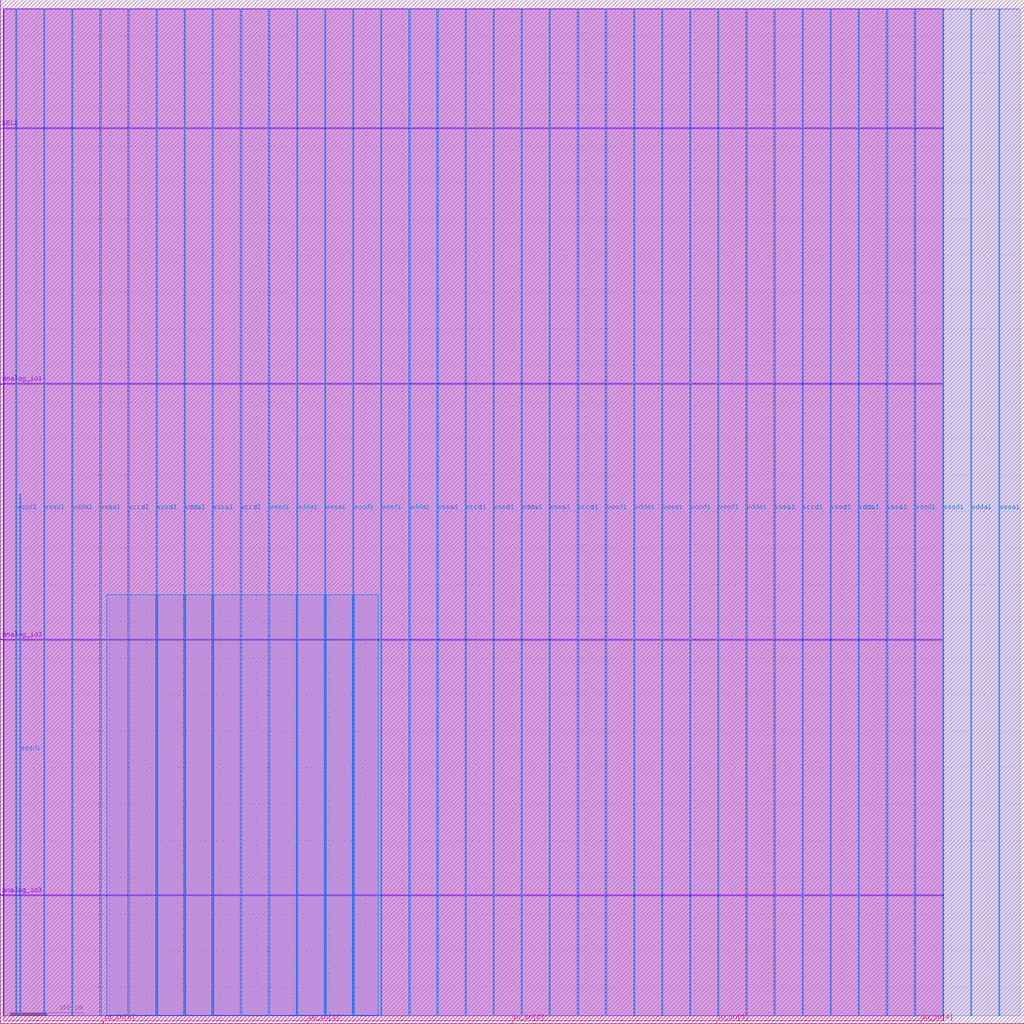
<source format=lef>
# Copyright 2020 The SkyWater PDK Authors
#
# Licensed under the Apache License, Version 2.0 (the "License");
# you may not use this file except in compliance with the License.
# You may obtain a copy of the License at
#
#     https://www.apache.org/licenses/LICENSE-2.0
#
# Unless required by applicable law or agreed to in writing, software
# distributed under the License is distributed on an "AS IS" BASIS,
# WITHOUT WARRANTIES OR CONDITIONS OF ANY KIND, either express or implied.
# See the License for the specific language governing permissions and
# limitations under the License.
#
# SPDX-License-Identifier: Apache-2.0

VERSION 5.7 ;

BUSBITCHARS "[]" ;
DIVIDERCHAR "/" ;

UNITS
  TIME NANOSECONDS 1 ;
  CAPACITANCE PICOFARADS 1 ;
  RESISTANCE OHMS 1 ;
  DATABASE MICRONS 1000 ;
END UNITS

MANUFACTURINGGRID 0.005 ;
USEMINSPACING OBS OFF ;

PROPERTYDEFINITIONS
  LAYER LEF58_TYPE STRING ;
END PROPERTYDEFINITIONS

# High density, single height
SITE unithd
  SYMMETRY Y ;
  CLASS CORE ;
  SIZE 0.46 BY 2.72 ;
END unithd

# High density, double height
SITE unithddbl
  SYMMETRY Y ;
  CLASS CORE ;
  SIZE 0.46 BY 5.44 ;
END unithddbl

LAYER nwell
  TYPE MASTERSLICE ;
  PROPERTY LEF58_TYPE "TYPE NWELL ;" ;
END nwell

LAYER pwell
  TYPE MASTERSLICE ;
  PROPERTY LEF58_TYPE "TYPE PWELL ;" ;
END pwell

LAYER li1
  TYPE ROUTING ;
  DIRECTION VERTICAL ;

  PITCH 0.46 0.34 ;
  OFFSET 0.23 0.17 ;

  WIDTH 0.17 ;          # LI 1
  # SPACING  0.17 ;     # LI 2
  SPACINGTABLE
     PARALLELRUNLENGTH 0
     WIDTH 0 0.17 ;
  AREA 0.0561 ;         # LI 6
  THICKNESS 0.1 ;
  EDGECAPACITANCE 40.697E-6 ;
  CAPACITANCE CPERSQDIST 36.9866E-6 ;
  RESISTANCE RPERSQ 9.2 ;

  ANTENNAMODEL OXIDE1 ;
  ANTENNADIFFSIDEAREARATIO PWL ( ( 0 75 ) ( 0.0125 75 ) ( 0.0225 85.125 ) ( 22.5 10200 ) ) ;
END li1

LAYER mcon
  TYPE CUT ;

  WIDTH 0.17 ;                # Mcon 1
  SPACING 0.19 ;              # Mcon 2
  ENCLOSURE BELOW 0 0 ;       # Mcon 4
  ENCLOSURE ABOVE 0.03 0.06 ; # Met1 4 / Met1 5
  RESISTANCE 1.6 ;

  ANTENNADIFFAREARATIO PWL ( ( 0 3 ) ( 0.0125 3 ) ( 0.0225 3.405 ) ( 22.5 408 ) ) ;
  DCCURRENTDENSITY AVERAGE 0.36 ; # mA per via Iavg_max at Tj = 90oC

END mcon

LAYER met1
  TYPE ROUTING ;
  DIRECTION HORIZONTAL ;

  PITCH 0.34 ;
  OFFSET 0.17 ;

  WIDTH 0.14 ;                     # Met1 1
  # SPACING 0.14 ;                 # Met1 2
  # SPACING 0.28 RANGE 3.001 100 ; # Met1 3b
  SPACINGTABLE
     PARALLELRUNLENGTH 0
     WIDTH 0 0.14
     WIDTH 3 0.28 ;
  AREA 0.083 ;                     # Met1 6
  THICKNESS 0.35 ;
  MINENCLOSEDAREA 0.14 ;

  ANTENNAMODEL OXIDE1 ;
  ANTENNADIFFSIDEAREARATIO PWL ( ( 0 400 ) ( 0.0125 400 ) ( 0.0225 2609 ) ( 22.5 11600 ) ) ;

  EDGECAPACITANCE 40.567E-6 ;
  CAPACITANCE CPERSQDIST 25.7784E-6 ;
  DCCURRENTDENSITY AVERAGE 2.8 ; # mA/um Iavg_max at Tj = 90oC
  ACCURRENTDENSITY RMS 6.1 ; # mA/um Irms_max at Tj = 90oC
  MAXIMUMDENSITY 70 ;
  DENSITYCHECKWINDOW 700 700 ;
  DENSITYCHECKSTEP 70 ;

  RESISTANCE RPERSQ 0.105 ;
END met1

LAYER via
  TYPE CUT ;
  WIDTH 0.15 ;                  # Via 1a
  SPACING 0.17 ;                # Via 2
  ENCLOSURE BELOW 0.055 0.085 ; # Via 4a / Via 5a
  ENCLOSURE ABOVE 0.055 0.085 ; # Met2 4 / Met2 5
  RESISTANCE 4.0 ;

  ANTENNADIFFAREARATIO PWL ( ( 0 6 ) ( 0.0125 6 ) ( 0.0225 6.81 ) ( 22.5 816 ) ) ;
  DCCURRENTDENSITY AVERAGE 0.29 ; # mA per via Iavg_max at Tj = 90oC
END via

LAYER met2
  TYPE ROUTING ;
  DIRECTION VERTICAL ;

  PITCH 0.46 ;
  OFFSET 0.23 ;

  WIDTH 0.14 ;                        # Met2 1
  # SPACING  0.14 ;                   # Met2 2
  # SPACING  0.28 RANGE 3.001 100 ;   # Met2 3b
  SPACINGTABLE
     PARALLELRUNLENGTH 0
     WIDTH 0 0.14
     WIDTH 3 0.28 ;
  AREA 0.0676 ;                       # Met2 6
  THICKNESS 0.35 ;
  MINENCLOSEDAREA 0.14 ;

  EDGECAPACITANCE 32.918E-6 ;
  CAPACITANCE CPERSQDIST 14.7703E-6 ;
  RESISTANCE RPERSQ 0.105 ;
  DCCURRENTDENSITY AVERAGE 2.8 ; # mA/um Iavg_max at Tj = 90oC
  ACCURRENTDENSITY RMS 6.1 ; # mA/um Irms_max at Tj = 90oC

  ANTENNAMODEL OXIDE1 ;
  ANTENNADIFFSIDEAREARATIO PWL ( ( 0 400 ) ( 0.0125 400 ) ( 0.0225 2609 ) ( 22.5 11600 ) ) ;

  MAXIMUMDENSITY 70 ;
  DENSITYCHECKWINDOW 700 700 ;
  DENSITYCHECKSTEP 70 ;
END met2

# ******** Layer via2, type routing, number 44 **************
LAYER via2
  TYPE CUT ;
  WIDTH 0.2 ;                   # Via2 1
  SPACING 0.2 ;                 # Via2 2
  ENCLOSURE BELOW 0.04 0.085 ;  # Via2 4
  ENCLOSURE ABOVE 0.065 0.065 ; # Met3 4
  RESISTANCE 0.5 ;
  ANTENNADIFFAREARATIO PWL ( ( 0 6 ) ( 0.0125 6 ) ( 0.0225 6.81 ) ( 22.5 816 ) ) ;
  DCCURRENTDENSITY AVERAGE 0.48 ; # mA per via Iavg_max at Tj = 90oC
END via2

LAYER met3
  TYPE ROUTING ;
  DIRECTION HORIZONTAL ;

  PITCH 0.68 ;
  OFFSET 0.34 ;

  WIDTH 0.3 ;              # Met3 1
  # SPACING 0.3 ;          # Met3 2
  SPACINGTABLE
     PARALLELRUNLENGTH 0
     WIDTH 0 0.3
     WIDTH 3 0.4 ;
  AREA 0.24 ;              # Met3 6
  THICKNESS 0.8 ;

  EDGECAPACITANCE 37.065E-6 ;
  CAPACITANCE CPERSQDIST 11.1883E-6 ;
  RESISTANCE RPERSQ 0.038 ;
  DCCURRENTDENSITY AVERAGE 6.8 ; # mA/um Iavg_max at Tj = 90oC
  ACCURRENTDENSITY RMS 14.9 ; # mA/um Irms_max at Tj = 90oC

  ANTENNAMODEL OXIDE1 ;
  ANTENNADIFFSIDEAREARATIO PWL ( ( 0 400 ) ( 0.0125 400 ) ( 0.0225 2609 ) ( 22.5 11600 ) ) ;

  MAXIMUMDENSITY 70 ;
  DENSITYCHECKWINDOW 700 700 ;
  DENSITYCHECKSTEP 70 ;
END met3

LAYER via3
  TYPE CUT ;
  WIDTH 0.2 ;                   # Via3 1
  SPACING 0.2 ;                 # Via3 2
  ENCLOSURE BELOW 0.06 0.09 ;   # Via3 4 / Via3 5
  ENCLOSURE ABOVE 0.065 0.065 ; # Met4 3
  RESISTANCE 0.5 ;
  ANTENNADIFFAREARATIO PWL ( ( 0 6 ) ( 0.0125 6 ) ( 0.0225 6.81 ) ( 22.5 816 ) ) ;
  DCCURRENTDENSITY AVERAGE 0.48 ; # mA per via Iavg_max at Tj = 90oC
END via3

LAYER met4
  TYPE ROUTING ;
  DIRECTION VERTICAL ;

  PITCH 0.92 ;
  OFFSET 0.46 ;

  WIDTH 0.3 ;             # Met4 1
  # SPACING  0.3 ;             # Met4 2
  SPACINGTABLE
     PARALLELRUNLENGTH 0
     WIDTH 0 0.3
     WIDTH 3 0.4 ;
  AREA 0.24 ;            # Met4 4a

  THICKNESS 0.8 ;

  EDGECAPACITANCE 34.169E-6 ;
  CAPACITANCE CPERSQDIST 7.84019E-6 ;
  RESISTANCE RPERSQ 0.038 ;
  DCCURRENTDENSITY AVERAGE 6.8 ; # mA/um Iavg_max at Tj = 90oC
  ACCURRENTDENSITY RMS 14.9 ; # mA/um Irms_max at Tj = 90oC

  ANTENNAMODEL OXIDE1 ;
  ANTENNADIFFSIDEAREARATIO PWL ( ( 0 400 ) ( 0.0125 400 ) ( 0.0225 2609 ) ( 22.5 11600 ) ) ;

  MAXIMUMDENSITY 70 ;
  DENSITYCHECKWINDOW 700 700 ;
  DENSITYCHECKSTEP 70 ;
END met4

LAYER via4
  TYPE CUT ;

  WIDTH 0.8 ;                 # Via4 1
  SPACING 0.8 ;               # Via4 2
  ENCLOSURE BELOW 0.19 0.19 ; # Via4 4
  ENCLOSURE ABOVE 0.31 0.31 ; # Met5 3
  RESISTANCE 0.012 ;
  ANTENNADIFFAREARATIO PWL ( ( 0 6 ) ( 0.0125 6 ) ( 0.0225 6.81 ) ( 22.5 816 ) ) ;
  DCCURRENTDENSITY AVERAGE 2.49 ; # mA per via Iavg_max at Tj = 90oC
END via4

LAYER met5
  TYPE ROUTING ;
  DIRECTION HORIZONTAL ;

  PITCH 3.4 ;
  OFFSET 1.7 ;

  WIDTH 1.6 ;            # Met5 1
  #SPACING  1.6 ;        # Met5 2
  SPACINGTABLE
     PARALLELRUNLENGTH 0
     WIDTH 0 1.6 ;
  AREA 4 ;               # Met5 4

  THICKNESS 1.2 ;

  EDGECAPACITANCE 36.828E-6 ;
  CAPACITANCE CPERSQDIST 5.99155E-6 ;
  RESISTANCE RPERSQ 0.0212 ;
  DCCURRENTDENSITY AVERAGE 10.17 ; # mA/um Iavg_max at Tj = 90oC
  ACCURRENTDENSITY RMS 22.34 ; # mA/um Irms_max at Tj = 90oC

  ANTENNAMODEL OXIDE1 ;
  ANTENNADIFFSIDEAREARATIO PWL ( ( 0 400 ) ( 0.0125 400 ) ( 0.0225 2609 ) ( 22.5 11600 ) ) ;
END met5


### Routing via cells section   ###
# Plus via rule, metals are along the prefered direction
VIA L1M1_PR DEFAULT
  LAYER mcon ;
  RECT -0.085 -0.085 0.085 0.085 ;
  LAYER li1 ;
  RECT -0.085 -0.085 0.085 0.085 ;
  LAYER met1 ;
  RECT -0.145 -0.115 0.145 0.115 ;
END L1M1_PR

VIARULE L1M1_PR GENERATE
  LAYER li1 ;
  ENCLOSURE 0 0 ;
  LAYER met1 ;
  ENCLOSURE 0.06 0.03 ;
  LAYER mcon ;
  RECT -0.085 -0.085 0.085 0.085 ;
  SPACING 0.36 BY 0.36 ;
END L1M1_PR

# Plus via rule, metals are along the non prefered direction
VIA L1M1_PR_R DEFAULT
  LAYER mcon ;
  RECT -0.085 -0.085 0.085 0.085 ;
  LAYER li1 ;
  RECT -0.085 -0.085 0.085 0.085 ;
  LAYER met1 ;
  RECT -0.115 -0.145 0.115 0.145 ;
END L1M1_PR_R

VIARULE L1M1_PR_R GENERATE
  LAYER li1 ;
  ENCLOSURE 0 0 ;
  LAYER met1 ;
  ENCLOSURE 0.03 0.06 ;
  LAYER mcon ;
  RECT -0.085 -0.085 0.085 0.085 ;
  SPACING 0.36 BY 0.36 ;
END L1M1_PR_R

# Minus via rule, lower layer metal is along prefered direction
VIA L1M1_PR_M DEFAULT
  LAYER mcon ;
  RECT -0.085 -0.085 0.085 0.085 ;
  LAYER li1 ;
  RECT -0.085 -0.085 0.085 0.085 ;
  LAYER met1 ;
  RECT -0.115 -0.145 0.115 0.145 ;
END L1M1_PR_M

VIARULE L1M1_PR_M GENERATE
  LAYER li1 ;
  ENCLOSURE 0 0 ;
  LAYER met1 ;
  ENCLOSURE 0.03 0.06 ;
  LAYER mcon ;
  RECT -0.085 -0.085 0.085 0.085 ;
  SPACING 0.36 BY 0.36 ;
END L1M1_PR_M

# Minus via rule, upper layer metal is along prefered direction
VIA L1M1_PR_MR DEFAULT
  LAYER mcon ;
  RECT -0.085 -0.085 0.085 0.085 ;
  LAYER li1 ;
  RECT -0.085 -0.085 0.085 0.085 ;
  LAYER met1 ;
  RECT -0.145 -0.115 0.145 0.115 ;
END L1M1_PR_MR

VIARULE L1M1_PR_MR GENERATE
  LAYER li1 ;
  ENCLOSURE 0 0 ;
  LAYER met1 ;
  ENCLOSURE 0.06 0.03 ;
  LAYER mcon ;
  RECT -0.085 -0.085 0.085 0.085 ;
  SPACING 0.36 BY 0.36 ;
END L1M1_PR_MR

# Centered via rule, we really do not want to use it
VIA L1M1_PR_C DEFAULT
  LAYER mcon ;
  RECT -0.085 -0.085 0.085 0.085 ;
  LAYER li1 ;
  RECT -0.085 -0.085 0.085 0.085 ;
  LAYER met1 ;
  RECT -0.145 -0.145 0.145 0.145 ;
END L1M1_PR_C

VIARULE L1M1_PR_C GENERATE
  LAYER li1 ;
  ENCLOSURE 0 0 ;
  LAYER met1 ;
  ENCLOSURE 0.06 0.06 ;
  LAYER mcon ;
  RECT -0.085 -0.085 0.085 0.085 ;
  SPACING 0.36 BY 0.36 ;
END L1M1_PR_C

# Plus via rule, metals are along the prefered direction
VIA M1M2_PR DEFAULT
  LAYER via ;
  RECT -0.075 -0.075 0.075 0.075 ;
  LAYER met1 ;
  RECT -0.16 -0.13 0.16 0.13 ;
  LAYER met2 ;
  RECT -0.13 -0.16 0.13 0.16 ;
END M1M2_PR

VIARULE M1M2_PR GENERATE
  LAYER met1 ;
  ENCLOSURE 0.085 0.055 ;
  LAYER met2 ;
  ENCLOSURE 0.055 0.085 ;
  LAYER via ;
  RECT -0.075 -0.075 0.075 0.075 ;
  SPACING 0.32 BY 0.32 ;
END M1M2_PR

# Plus via rule, metals are along the non prefered direction
VIA M1M2_PR_R DEFAULT
  LAYER via ;
  RECT -0.075 -0.075 0.075 0.075 ;
  LAYER met1 ;
  RECT -0.13 -0.16 0.13 0.16 ;
  LAYER met2 ;
  RECT -0.16 -0.13 0.16 0.13 ;
END M1M2_PR_R

VIARULE M1M2_PR_R GENERATE
  LAYER met1 ;
  ENCLOSURE 0.055 0.085 ;
  LAYER met2 ;
  ENCLOSURE 0.085 0.055 ;
  LAYER via ;
  RECT -0.075 -0.075 0.075 0.075 ;
  SPACING 0.32 BY 0.32 ;
END M1M2_PR_R

# Minus via rule, lower layer metal is along prefered direction
VIA M1M2_PR_M DEFAULT
  LAYER via ;
  RECT -0.075 -0.075 0.075 0.075 ;
  LAYER met1 ;
  RECT -0.16 -0.13 0.16 0.13 ;
  LAYER met2 ;
  RECT -0.16 -0.13 0.16 0.13 ;
END M1M2_PR_M

VIARULE M1M2_PR_M GENERATE
  LAYER met1 ;
  ENCLOSURE 0.085 0.055 ;
  LAYER met2 ;
  ENCLOSURE 0.085 0.055 ;
  LAYER via ;
  RECT -0.075 -0.075 0.075 0.075 ;
  SPACING 0.32 BY 0.32 ;
END M1M2_PR_M

# Minus via rule, upper layer metal is along prefered direction
VIA M1M2_PR_MR DEFAULT
  LAYER via ;
  RECT -0.075 -0.075 0.075 0.075 ;
  LAYER met1 ;
  RECT -0.13 -0.16 0.13 0.16 ;
  LAYER met2 ;
  RECT -0.13 -0.16 0.13 0.16 ;
END M1M2_PR_MR

VIARULE M1M2_PR_MR GENERATE
  LAYER met1 ;
  ENCLOSURE 0.055 0.085 ;
  LAYER met2 ;
  ENCLOSURE 0.055 0.085 ;
  LAYER via ;
  RECT -0.075 -0.075 0.075 0.075 ;
  SPACING 0.32 BY 0.32 ;
END M1M2_PR_MR

# Centered via rule, we really do not want to use it
VIA M1M2_PR_C DEFAULT
  LAYER via ;
  RECT -0.075 -0.075 0.075 0.075 ;
  LAYER met1 ;
  RECT -0.16 -0.16 0.16 0.16 ;
  LAYER met2 ;
  RECT -0.16 -0.16 0.16 0.16 ;
END M1M2_PR_C

VIARULE M1M2_PR_C GENERATE
  LAYER met1 ;
  ENCLOSURE 0.085 0.085 ;
  LAYER met2 ;
  ENCLOSURE 0.085 0.085 ;
  LAYER via ;
  RECT -0.075 -0.075 0.075 0.075 ;
  SPACING 0.32 BY 0.32 ;
END M1M2_PR_C

# Plus via rule, metals are along the prefered direction
VIA M2M3_PR DEFAULT
  LAYER via2 ;
  RECT -0.1 -0.1 0.1 0.1 ;
  LAYER met2 ;
  RECT -0.14 -0.185 0.14 0.185 ;
  LAYER met3 ;
  RECT -0.165 -0.165 0.165 0.165 ;
END M2M3_PR

VIARULE M2M3_PR GENERATE
  LAYER met2 ;
  ENCLOSURE 0.04 0.085 ;
  LAYER met3 ;
  ENCLOSURE 0.065 0.065 ;
  LAYER via2 ;
  RECT -0.1 -0.1 0.1 0.1 ;
  SPACING 0.4 BY 0.4 ;
END M2M3_PR

# Plus via rule, metals are along the non prefered direction
VIA M2M3_PR_R DEFAULT
  LAYER via2 ;
  RECT -0.1 -0.1 0.1 0.1 ;
  LAYER met2 ;
  RECT -0.185 -0.14 0.185 0.14 ;
  LAYER met3 ;
  RECT -0.165 -0.165 0.165 0.165 ;
END M2M3_PR_R

VIARULE M2M3_PR_R GENERATE
  LAYER met2 ;
  ENCLOSURE 0.085 0.04 ;
  LAYER met3 ;
  ENCLOSURE 0.065 0.065 ;
  LAYER via2 ;
  RECT -0.1 -0.1 0.1 0.1 ;
  SPACING 0.4 BY 0.4 ;
END M2M3_PR_R

# Minus via rule, lower layer metal is along prefered direction
VIA M2M3_PR_M DEFAULT
  LAYER via2 ;
  RECT -0.1 -0.1 0.1 0.1 ;
  LAYER met2 ;
  RECT -0.14 -0.185 0.14 0.185 ;
  LAYER met3 ;
  RECT -0.165 -0.165 0.165 0.165 ;
END M2M3_PR_M

VIARULE M2M3_PR_M GENERATE
  LAYER met2 ;
  ENCLOSURE 0.04 0.085 ;
  LAYER met3 ;
  ENCLOSURE 0.065 0.065 ;
  LAYER via2 ;
  RECT -0.1 -0.1 0.1 0.1 ;
  SPACING 0.4 BY 0.4 ;
END M2M3_PR_M

# Minus via rule, upper layer metal is along prefered direction
VIA M2M3_PR_MR DEFAULT
  LAYER via2 ;
  RECT -0.1 -0.1 0.1 0.1 ;
  LAYER met2 ;
  RECT -0.185 -0.14 0.185 0.14 ;
  LAYER met3 ;
  RECT -0.165 -0.165 0.165 0.165 ;
END M2M3_PR_MR

VIARULE M2M3_PR_MR GENERATE
  LAYER met2 ;
  ENCLOSURE 0.085 0.04 ;
  LAYER met3 ;
  ENCLOSURE 0.065 0.065 ;
  LAYER via2 ;
  RECT -0.1 -0.1 0.1 0.1 ;
  SPACING 0.4 BY 0.4 ;
END M2M3_PR_MR

# Centered via rule, we really do not want to use it
VIA M2M3_PR_C DEFAULT
  LAYER via2 ;
  RECT -0.1 -0.1 0.1 0.1 ;
  LAYER met2 ;
  RECT -0.185 -0.185 0.185 0.185 ;
  LAYER met3 ;
  RECT -0.165 -0.165 0.165 0.165 ;
END M2M3_PR_C

VIARULE M2M3_PR_C GENERATE
  LAYER met2 ;
  ENCLOSURE 0.085 0.085 ;
  LAYER met3 ;
  ENCLOSURE 0.065 0.065 ;
  LAYER via2 ;
  RECT -0.1 -0.1 0.1 0.1 ;
  SPACING 0.4 BY 0.4 ;
END M2M3_PR_C

# Plus via rule, metals are along the prefered direction
VIA M3M4_PR DEFAULT
  LAYER via3 ;
  RECT -0.1 -0.1 0.1 0.1 ;
  LAYER met3 ;
  RECT -0.19 -0.16 0.19 0.16 ;
  LAYER met4 ;
  RECT -0.165 -0.165 0.165 0.165 ;
END M3M4_PR

VIARULE M3M4_PR GENERATE
  LAYER met3 ;
  ENCLOSURE 0.09 0.06 ;
  LAYER met4 ;
  ENCLOSURE 0.065 0.065 ;
  LAYER via3 ;
  RECT -0.1 -0.1 0.1 0.1 ;
  SPACING 0.4 BY 0.4 ;
END M3M4_PR

# Plus via rule, metals are along the non prefered direction
VIA M3M4_PR_R DEFAULT
  LAYER via3 ;
  RECT -0.1 -0.1 0.1 0.1 ;
  LAYER met3 ;
  RECT -0.16 -0.19 0.16 0.19 ;
  LAYER met4 ;
  RECT -0.165 -0.165 0.165 0.165 ;
END M3M4_PR_R

VIARULE M3M4_PR_R GENERATE
  LAYER met3 ;
  ENCLOSURE 0.06 0.09 ;
  LAYER met4 ;
  ENCLOSURE 0.065 0.065 ;
  LAYER via3 ;
  RECT -0.1 -0.1 0.1 0.1 ;
  SPACING 0.4 BY 0.4 ;
END M3M4_PR_R

# Minus via rule, lower layer metal is along prefered direction
VIA M3M4_PR_M DEFAULT
  LAYER via3 ;
  RECT -0.1 -0.1 0.1 0.1 ;
  LAYER met3 ;
  RECT -0.19 -0.16 0.19 0.16 ;
  LAYER met4 ;
  RECT -0.165 -0.165 0.165 0.165 ;
END M3M4_PR_M

VIARULE M3M4_PR_M GENERATE
  LAYER met3 ;
  ENCLOSURE 0.09 0.06 ;
  LAYER met4 ;
  ENCLOSURE 0.065 0.065 ;
  LAYER via3 ;
  RECT -0.1 -0.1 0.1 0.1 ;
  SPACING 0.4 BY 0.4 ;
END M3M4_PR_M

# Minus via rule, upper layer metal is along prefered direction
VIA M3M4_PR_MR DEFAULT
  LAYER via3 ;
  RECT -0.1 -0.1 0.1 0.1 ;
  LAYER met3 ;
  RECT -0.16 -0.19 0.16 0.19 ;
  LAYER met4 ;
  RECT -0.165 -0.165 0.165 0.165 ;
END M3M4_PR_MR

VIARULE M3M4_PR_MR GENERATE
  LAYER met3 ;
  ENCLOSURE 0.06 0.09 ;
  LAYER met4 ;
  ENCLOSURE 0.065 0.065 ;
  LAYER via3 ;
  RECT -0.1 -0.1 0.1 0.1 ;
  SPACING 0.4 BY 0.4 ;
END M3M4_PR_MR

# Centered via rule, we really do not want to use it
VIA M3M4_PR_C DEFAULT
  LAYER via3 ;
  RECT -0.1 -0.1 0.1 0.1 ;
  LAYER met3 ;
  RECT -0.19 -0.19 0.19 0.19 ;
  LAYER met4 ;
  RECT -0.165 -0.165 0.165 0.165 ;
END M3M4_PR_C

VIARULE M3M4_PR_C GENERATE
  LAYER met3 ;
  ENCLOSURE 0.09 0.09 ;
  LAYER met4 ;
  ENCLOSURE 0.065 0.065 ;
  LAYER via3 ;
  RECT -0.1 -0.1 0.1 0.1 ;
  SPACING 0.4 BY 0.4 ;
END M3M4_PR_C

# Plus via rule, metals are along the prefered direction
VIA M4M5_PR DEFAULT
  LAYER via4 ;
  RECT -0.4 -0.4 0.4 0.4 ;
  LAYER met4 ;
  RECT -0.59 -0.59 0.59 0.59 ;
  LAYER met5 ;
  RECT -0.71 -0.71 0.71 0.71 ;
END M4M5_PR

VIARULE M4M5_PR GENERATE
  LAYER met4 ;
  ENCLOSURE 0.19 0.19 ;
  LAYER met5 ;
  ENCLOSURE 0.31 0.31 ;
  LAYER via4 ;
  RECT -0.4 -0.4 0.4 0.4 ;
  SPACING 1.6 BY 1.6 ;
END M4M5_PR

# Plus via rule, metals are along the non prefered direction
VIA M4M5_PR_R DEFAULT
  LAYER via4 ;
  RECT -0.4 -0.4 0.4 0.4 ;
  LAYER met4 ;
  RECT -0.59 -0.59 0.59 0.59 ;
  LAYER met5 ;
  RECT -0.71 -0.71 0.71 0.71 ;
END M4M5_PR_R

VIARULE M4M5_PR_R GENERATE
  LAYER met4 ;
  ENCLOSURE 0.19 0.19 ;
  LAYER met5 ;
  ENCLOSURE 0.31 0.31 ;
  LAYER via4 ;
  RECT -0.4 -0.4 0.4 0.4 ;
  SPACING 1.6 BY 1.6 ;
END M4M5_PR_R

# Minus via rule, lower layer metal is along prefered direction
VIA M4M5_PR_M DEFAULT
  LAYER via4 ;
  RECT -0.4 -0.4 0.4 0.4 ;
  LAYER met4 ;
  RECT -0.59 -0.59 0.59 0.59 ;
  LAYER met5 ;
  RECT -0.71 -0.71 0.71 0.71 ;
END M4M5_PR_M

VIARULE M4M5_PR_M GENERATE
  LAYER met4 ;
  ENCLOSURE 0.19 0.19 ;
  LAYER met5 ;
  ENCLOSURE 0.31 0.31 ;
  LAYER via4 ;
  RECT -0.4 -0.4 0.4 0.4 ;
  SPACING 1.6 BY 1.6 ;
END M4M5_PR_M

# Minus via rule, upper layer metal is along prefered direction
VIA M4M5_PR_MR DEFAULT
  LAYER via4 ;
  RECT -0.4 -0.4 0.4 0.4 ;
  LAYER met4 ;
  RECT -0.59 -0.59 0.59 0.59 ;
  LAYER met5 ;
  RECT -0.71 -0.71 0.71 0.71 ;
END M4M5_PR_MR

VIARULE M4M5_PR_MR GENERATE
  LAYER met4 ;
  ENCLOSURE 0.19 0.19 ;
  LAYER met5 ;
  ENCLOSURE 0.31 0.31 ;
  LAYER via4 ;
  RECT -0.4 -0.4 0.4 0.4 ;
  SPACING 1.6 BY 1.6 ;
END M4M5_PR_MR

# Centered via rule, we really do not want to use it
VIA M4M5_PR_C DEFAULT
  LAYER via4 ;
  RECT -0.4 -0.4 0.4 0.4 ;
  LAYER met4 ;
  RECT -0.59 -0.59 0.59 0.59 ;
  LAYER met5 ;
  RECT -0.71 -0.71 0.71 0.71 ;
END M4M5_PR_C

VIARULE M4M5_PR_C GENERATE
  LAYER met4 ;
  ENCLOSURE 0.19 0.19 ;
  LAYER met5 ;
  ENCLOSURE 0.31 0.31 ;
  LAYER via4 ;
  RECT -0.4 -0.4 0.4 0.4 ;
  SPACING 1.6 BY 1.6 ;
END M4M5_PR_C
###  end of single via cells   ###


MACRO sky130_fd_sc_hd__a2bb2o_1
  CLASS CORE ;
  FOREIGN sky130_fd_sc_hd__a2bb2o_1 ;
  ORIGIN 0.000 0.000 ;
  SIZE 3.680 BY 2.720 ;
  SYMMETRY X Y R90 ;
  SITE unithd ;
  PIN A1_N
    DIRECTION INPUT ;
    USE SIGNAL ;
    ANTENNAGATEAREA 0.126000 ;
    PORT
      LAYER li1 ;
        RECT 0.910 0.995 1.240 1.615 ;
    END
  END A1_N
  PIN A2_N
    DIRECTION INPUT ;
    USE SIGNAL ;
    ANTENNAGATEAREA 0.126000 ;
    PORT
      LAYER li1 ;
        RECT 1.410 0.995 1.700 1.375 ;
    END
  END A2_N
  PIN B1
    DIRECTION INPUT ;
    USE SIGNAL ;
    ANTENNAGATEAREA 0.126000 ;
    PORT
      LAYER li1 ;
        RECT 3.280 0.765 3.540 1.655 ;
    END
  END B1
  PIN B2
    DIRECTION INPUT ;
    USE SIGNAL ;
    ANTENNAGATEAREA 0.126000 ;
    PORT
      LAYER li1 ;
        RECT 2.600 1.355 3.080 1.655 ;
        RECT 2.820 0.765 3.080 1.355 ;
    END
  END B2
  PIN VGND
    DIRECTION INOUT ;
    USE GROUND ;
    SHAPE ABUTMENT ;
    PORT
      LAYER met1 ;
        RECT 0.000 -0.240 3.680 0.240 ;
    END
  END VGND
  PIN VNB
    DIRECTION INOUT ;
    USE GROUND ;
    PORT
      LAYER pwell ;
        RECT 0.005 0.785 0.925 1.015 ;
        RECT 0.005 0.105 3.590 0.785 ;
        RECT 0.150 -0.085 0.320 0.105 ;
    END
  END VNB
  PIN VPB
    DIRECTION INOUT ;
    USE POWER ;
    PORT
      LAYER nwell ;
        RECT -0.190 1.305 3.870 2.910 ;
    END
  END VPB
  PIN VPWR
    DIRECTION INOUT ;
    USE POWER ;
    SHAPE ABUTMENT ;
    PORT
      LAYER met1 ;
        RECT 0.000 2.480 3.680 2.960 ;
    END
  END VPWR
  PIN X
    DIRECTION OUTPUT ;
    USE SIGNAL ;
    ANTENNADIFFAREA 0.429000 ;
    PORT
      LAYER li1 ;
        RECT 0.085 1.525 0.345 2.465 ;
        RECT 0.085 0.810 0.260 1.525 ;
        RECT 0.085 0.255 0.345 0.810 ;
    END
  END X
  OBS
      LAYER li1 ;
        RECT 0.000 2.635 3.680 2.805 ;
        RECT 0.515 2.235 0.845 2.635 ;
        RECT 1.990 2.370 2.245 2.465 ;
        RECT 1.105 2.200 2.245 2.370 ;
        RECT 2.415 2.255 2.745 2.425 ;
        RECT 1.105 1.975 1.275 2.200 ;
        RECT 0.515 1.805 1.275 1.975 ;
        RECT 1.990 2.065 2.245 2.200 ;
        RECT 0.515 1.325 0.685 1.805 ;
        RECT 1.540 1.715 1.710 1.905 ;
        RECT 1.990 1.895 2.400 2.065 ;
        RECT 1.540 1.545 2.060 1.715 ;
        RECT 0.430 0.995 0.685 1.325 ;
        RECT 1.890 0.825 2.060 1.545 ;
        RECT 1.180 0.655 2.060 0.825 ;
        RECT 2.230 0.870 2.400 1.895 ;
        RECT 2.575 2.005 2.745 2.255 ;
        RECT 2.915 2.175 3.165 2.635 ;
        RECT 3.335 2.005 3.515 2.465 ;
        RECT 2.575 1.835 3.515 2.005 ;
        RECT 2.230 0.700 2.580 0.870 ;
        RECT 0.515 0.085 0.945 0.530 ;
        RECT 1.180 0.255 1.350 0.655 ;
        RECT 1.520 0.085 2.240 0.485 ;
        RECT 2.410 0.255 2.580 0.700 ;
        RECT 3.155 0.085 3.555 0.595 ;
        RECT 0.000 -0.085 3.680 0.085 ;
      LAYER mcon ;
        RECT 0.145 2.635 0.315 2.805 ;
        RECT 0.605 2.635 0.775 2.805 ;
        RECT 1.065 2.635 1.235 2.805 ;
        RECT 1.525 2.635 1.695 2.805 ;
        RECT 1.985 2.635 2.155 2.805 ;
        RECT 2.445 2.635 2.615 2.805 ;
        RECT 2.905 2.635 3.075 2.805 ;
        RECT 3.365 2.635 3.535 2.805 ;
        RECT 0.145 -0.085 0.315 0.085 ;
        RECT 0.605 -0.085 0.775 0.085 ;
        RECT 1.065 -0.085 1.235 0.085 ;
        RECT 1.525 -0.085 1.695 0.085 ;
        RECT 1.985 -0.085 2.155 0.085 ;
        RECT 2.445 -0.085 2.615 0.085 ;
        RECT 2.905 -0.085 3.075 0.085 ;
        RECT 3.365 -0.085 3.535 0.085 ;
  END
END sky130_fd_sc_hd__a2bb2o_1
MACRO sky130_fd_sc_hd__a2bb2o_2
  CLASS CORE ;
  FOREIGN sky130_fd_sc_hd__a2bb2o_2 ;
  ORIGIN 0.000 0.000 ;
  SIZE 4.140 BY 2.720 ;
  SYMMETRY X Y R90 ;
  SITE unithd ;
  PIN A1_N
    DIRECTION INPUT ;
    USE SIGNAL ;
    ANTENNAGATEAREA 0.159000 ;
    PORT
      LAYER li1 ;
        RECT 1.345 0.995 1.675 1.615 ;
    END
  END A1_N
  PIN A2_N
    DIRECTION INPUT ;
    USE SIGNAL ;
    ANTENNAGATEAREA 0.159000 ;
    PORT
      LAYER li1 ;
        RECT 1.845 0.995 2.135 1.375 ;
    END
  END A2_N
  PIN B1
    DIRECTION INPUT ;
    USE SIGNAL ;
    ANTENNAGATEAREA 0.159000 ;
    PORT
      LAYER li1 ;
        RECT 3.730 0.765 3.990 1.655 ;
    END
  END B1
  PIN B2
    DIRECTION INPUT ;
    USE SIGNAL ;
    ANTENNAGATEAREA 0.159000 ;
    PORT
      LAYER li1 ;
        RECT 3.050 1.355 3.530 1.655 ;
        RECT 3.270 0.765 3.530 1.355 ;
    END
  END B2
  PIN VGND
    DIRECTION INOUT ;
    USE GROUND ;
    SHAPE ABUTMENT ;
    PORT
      LAYER met1 ;
        RECT 0.000 -0.240 4.140 0.240 ;
    END
  END VGND
  PIN VNB
    DIRECTION INOUT ;
    USE GROUND ;
    PORT
      LAYER pwell ;
        RECT 0.015 0.785 1.360 1.015 ;
        RECT 0.015 0.105 4.040 0.785 ;
        RECT 0.125 -0.085 0.295 0.105 ;
    END
  END VNB
  PIN VPB
    DIRECTION INOUT ;
    USE POWER ;
    PORT
      LAYER nwell ;
        RECT -0.190 1.305 4.330 2.910 ;
    END
  END VPB
  PIN VPWR
    DIRECTION INOUT ;
    USE POWER ;
    SHAPE ABUTMENT ;
    PORT
      LAYER met1 ;
        RECT 0.000 2.480 4.140 2.960 ;
    END
  END VPWR
  PIN X
    DIRECTION OUTPUT ;
    USE SIGNAL ;
    ANTENNADIFFAREA 0.445500 ;
    PORT
      LAYER li1 ;
        RECT 0.525 1.525 0.780 2.465 ;
        RECT 0.525 0.810 0.695 1.525 ;
        RECT 0.525 0.255 0.780 0.810 ;
    END
  END X
  OBS
      LAYER li1 ;
        RECT 0.000 2.635 4.140 2.805 ;
        RECT 0.185 1.445 0.355 2.635 ;
        RECT 0.950 2.235 1.280 2.635 ;
        RECT 2.500 2.370 2.670 2.465 ;
        RECT 1.540 2.200 2.670 2.370 ;
        RECT 2.875 2.255 3.205 2.425 ;
        RECT 1.540 1.975 1.710 2.200 ;
        RECT 0.950 1.805 1.710 1.975 ;
        RECT 2.440 2.065 2.670 2.200 ;
        RECT 0.950 1.325 1.120 1.805 ;
        RECT 1.975 1.715 2.145 1.905 ;
        RECT 2.440 1.895 2.850 2.065 ;
        RECT 1.975 1.545 2.510 1.715 ;
        RECT 0.865 0.995 1.120 1.325 ;
        RECT 0.185 0.085 0.355 0.930 ;
        RECT 2.340 0.825 2.510 1.545 ;
        RECT 1.615 0.655 2.510 0.825 ;
        RECT 2.680 0.870 2.850 1.895 ;
        RECT 3.035 2.005 3.205 2.255 ;
        RECT 3.375 2.175 3.625 2.635 ;
        RECT 3.795 2.005 3.965 2.465 ;
        RECT 3.035 1.835 3.965 2.005 ;
        RECT 2.680 0.700 3.030 0.870 ;
        RECT 0.950 0.085 1.380 0.530 ;
        RECT 1.615 0.255 1.785 0.655 ;
        RECT 1.955 0.085 2.690 0.485 ;
        RECT 2.860 0.255 3.030 0.700 ;
        RECT 3.605 0.085 4.005 0.595 ;
        RECT 0.000 -0.085 4.140 0.085 ;
      LAYER mcon ;
        RECT 0.145 2.635 0.315 2.805 ;
        RECT 0.605 2.635 0.775 2.805 ;
        RECT 1.065 2.635 1.235 2.805 ;
        RECT 1.525 2.635 1.695 2.805 ;
        RECT 1.985 2.635 2.155 2.805 ;
        RECT 2.445 2.635 2.615 2.805 ;
        RECT 2.905 2.635 3.075 2.805 ;
        RECT 3.365 2.635 3.535 2.805 ;
        RECT 3.825 2.635 3.995 2.805 ;
        RECT 0.145 -0.085 0.315 0.085 ;
        RECT 0.605 -0.085 0.775 0.085 ;
        RECT 1.065 -0.085 1.235 0.085 ;
        RECT 1.525 -0.085 1.695 0.085 ;
        RECT 1.985 -0.085 2.155 0.085 ;
        RECT 2.445 -0.085 2.615 0.085 ;
        RECT 2.905 -0.085 3.075 0.085 ;
        RECT 3.365 -0.085 3.535 0.085 ;
        RECT 3.825 -0.085 3.995 0.085 ;
  END
END sky130_fd_sc_hd__a2bb2o_2
MACRO sky130_fd_sc_hd__a2bb2o_4
  CLASS CORE ;
  FOREIGN sky130_fd_sc_hd__a2bb2o_4 ;
  ORIGIN 0.000 0.000 ;
  SIZE 7.360 BY 2.720 ;
  SYMMETRY X Y R90 ;
  SITE unithd ;
  PIN A1_N
    DIRECTION INPUT ;
    USE SIGNAL ;
    ANTENNAGATEAREA 0.495000 ;
    PORT
      LAYER li1 ;
        RECT 3.475 1.445 4.965 1.615 ;
        RECT 3.475 1.325 3.645 1.445 ;
        RECT 3.315 1.075 3.645 1.325 ;
        RECT 4.605 1.075 4.965 1.445 ;
    END
  END A1_N
  PIN A2_N
    DIRECTION INPUT ;
    USE SIGNAL ;
    ANTENNAGATEAREA 0.495000 ;
    PORT
      LAYER li1 ;
        RECT 3.815 1.075 4.435 1.275 ;
    END
  END A2_N
  PIN B1
    DIRECTION INPUT ;
    USE SIGNAL ;
    ANTENNAGATEAREA 0.495000 ;
    PORT
      LAYER li1 ;
        RECT 0.085 1.445 1.685 1.615 ;
        RECT 0.085 1.075 0.575 1.445 ;
        RECT 1.515 1.245 1.685 1.445 ;
        RECT 1.515 1.075 1.895 1.245 ;
    END
  END B1
  PIN B2
    DIRECTION INPUT ;
    USE SIGNAL ;
    ANTENNAGATEAREA 0.495000 ;
    PORT
      LAYER li1 ;
        RECT 0.805 1.075 1.345 1.275 ;
    END
  END B2
  PIN VGND
    DIRECTION INOUT ;
    USE GROUND ;
    SHAPE ABUTMENT ;
    PORT
      LAYER met1 ;
        RECT 0.000 -0.240 7.360 0.240 ;
    END
  END VGND
  PIN VNB
    DIRECTION INOUT ;
    USE GROUND ;
    PORT
      LAYER pwell ;
        RECT 0.005 0.105 6.915 1.015 ;
        RECT 0.150 -0.085 0.320 0.105 ;
    END
  END VNB
  PIN VPB
    DIRECTION INOUT ;
    USE POWER ;
    PORT
      LAYER nwell ;
        RECT -0.190 1.305 7.550 2.910 ;
    END
  END VPB
  PIN VPWR
    DIRECTION INOUT ;
    USE POWER ;
    SHAPE ABUTMENT ;
    PORT
      LAYER met1 ;
        RECT 0.000 2.480 7.360 2.960 ;
    END
  END VPWR
  PIN X
    DIRECTION OUTPUT ;
    USE SIGNAL ;
    ANTENNADIFFAREA 0.891000 ;
    PORT
      LAYER li1 ;
        RECT 5.275 1.955 5.525 2.465 ;
        RECT 6.115 1.955 6.365 2.465 ;
        RECT 5.275 1.785 6.365 1.955 ;
        RECT 6.115 1.655 6.365 1.785 ;
        RECT 6.115 1.415 6.920 1.655 ;
        RECT 6.610 0.905 6.920 1.415 ;
        RECT 5.235 0.725 6.920 0.905 ;
        RECT 5.235 0.275 5.565 0.725 ;
        RECT 6.075 0.275 6.405 0.725 ;
    END
  END X
  OBS
      LAYER li1 ;
        RECT 0.000 2.635 7.360 2.805 ;
        RECT 0.135 1.955 0.385 2.465 ;
        RECT 0.555 2.125 0.805 2.635 ;
        RECT 0.975 1.955 1.225 2.465 ;
        RECT 1.395 2.125 1.645 2.635 ;
        RECT 1.815 2.295 2.905 2.465 ;
        RECT 1.815 1.955 2.065 2.295 ;
        RECT 2.655 2.135 2.905 2.295 ;
        RECT 3.175 2.135 3.425 2.635 ;
        RECT 3.595 2.295 4.685 2.465 ;
        RECT 3.595 2.135 3.845 2.295 ;
        RECT 0.135 1.785 2.065 1.955 ;
        RECT 1.855 1.455 2.065 1.785 ;
        RECT 2.235 1.965 2.485 2.125 ;
        RECT 4.015 1.965 4.265 2.125 ;
        RECT 2.235 1.415 2.620 1.965 ;
        RECT 3.135 1.785 4.265 1.965 ;
        RECT 4.435 1.785 4.685 2.295 ;
        RECT 4.855 1.795 5.105 2.635 ;
        RECT 5.695 2.165 5.945 2.635 ;
        RECT 6.535 1.825 6.785 2.635 ;
        RECT 3.135 1.665 3.305 1.785 ;
        RECT 2.955 1.495 3.305 1.665 ;
        RECT 2.235 0.905 2.445 1.415 ;
        RECT 2.955 1.245 3.145 1.495 ;
        RECT 2.615 1.075 3.145 1.245 ;
        RECT 5.135 1.245 5.460 1.615 ;
        RECT 5.135 1.075 6.440 1.245 ;
        RECT 2.955 0.905 3.145 1.075 ;
        RECT 0.175 0.085 0.345 0.895 ;
        RECT 0.515 0.475 0.765 0.905 ;
        RECT 0.935 0.735 2.525 0.905 ;
        RECT 0.935 0.645 1.270 0.735 ;
        RECT 0.515 0.255 1.685 0.475 ;
        RECT 1.855 0.085 2.025 0.555 ;
        RECT 2.195 0.255 2.525 0.735 ;
        RECT 2.955 0.725 4.725 0.905 ;
        RECT 2.695 0.085 3.385 0.555 ;
        RECT 3.555 0.255 3.885 0.725 ;
        RECT 4.055 0.085 4.225 0.555 ;
        RECT 4.395 0.255 4.725 0.725 ;
        RECT 4.895 0.085 5.065 0.895 ;
        RECT 5.735 0.085 5.905 0.555 ;
        RECT 6.575 0.085 6.745 0.555 ;
        RECT 0.000 -0.085 7.360 0.085 ;
      LAYER mcon ;
        RECT 0.145 2.635 0.315 2.805 ;
        RECT 0.605 2.635 0.775 2.805 ;
        RECT 1.065 2.635 1.235 2.805 ;
        RECT 1.525 2.635 1.695 2.805 ;
        RECT 1.985 2.635 2.155 2.805 ;
        RECT 2.445 2.635 2.615 2.805 ;
        RECT 2.905 2.635 3.075 2.805 ;
        RECT 3.365 2.635 3.535 2.805 ;
        RECT 3.825 2.635 3.995 2.805 ;
        RECT 4.285 2.635 4.455 2.805 ;
        RECT 4.745 2.635 4.915 2.805 ;
        RECT 5.205 2.635 5.375 2.805 ;
        RECT 5.665 2.635 5.835 2.805 ;
        RECT 6.125 2.635 6.295 2.805 ;
        RECT 6.585 2.635 6.755 2.805 ;
        RECT 7.045 2.635 7.215 2.805 ;
        RECT 2.450 1.445 2.620 1.615 ;
        RECT 5.230 1.445 5.400 1.615 ;
        RECT 0.145 -0.085 0.315 0.085 ;
        RECT 0.605 -0.085 0.775 0.085 ;
        RECT 1.065 -0.085 1.235 0.085 ;
        RECT 1.525 -0.085 1.695 0.085 ;
        RECT 1.985 -0.085 2.155 0.085 ;
        RECT 2.445 -0.085 2.615 0.085 ;
        RECT 2.905 -0.085 3.075 0.085 ;
        RECT 3.365 -0.085 3.535 0.085 ;
        RECT 3.825 -0.085 3.995 0.085 ;
        RECT 4.285 -0.085 4.455 0.085 ;
        RECT 4.745 -0.085 4.915 0.085 ;
        RECT 5.205 -0.085 5.375 0.085 ;
        RECT 5.665 -0.085 5.835 0.085 ;
        RECT 6.125 -0.085 6.295 0.085 ;
        RECT 6.585 -0.085 6.755 0.085 ;
        RECT 7.045 -0.085 7.215 0.085 ;
      LAYER met1 ;
        RECT 2.390 1.600 2.680 1.645 ;
        RECT 5.170 1.600 5.460 1.645 ;
        RECT 2.390 1.460 5.460 1.600 ;
        RECT 2.390 1.415 2.680 1.460 ;
        RECT 5.170 1.415 5.460 1.460 ;
  END
END sky130_fd_sc_hd__a2bb2o_4
MACRO sky130_fd_sc_hd__a2bb2oi_1
  CLASS CORE ;
  FOREIGN sky130_fd_sc_hd__a2bb2oi_1 ;
  ORIGIN 0.000 0.000 ;
  SIZE 3.220 BY 2.720 ;
  SYMMETRY X Y R90 ;
  SITE unithd ;
  PIN A1_N
    DIRECTION INPUT ;
    USE SIGNAL ;
    ANTENNAGATEAREA 0.247500 ;
    PORT
      LAYER li1 ;
        RECT 0.150 0.995 0.520 1.615 ;
    END
  END A1_N
  PIN A2_N
    DIRECTION INPUT ;
    USE SIGNAL ;
    ANTENNAGATEAREA 0.247500 ;
    PORT
      LAYER li1 ;
        RECT 0.725 1.010 1.240 1.275 ;
    END
  END A2_N
  PIN B1
    DIRECTION INPUT ;
    USE SIGNAL ;
    ANTENNAGATEAREA 0.247500 ;
    PORT
      LAYER li1 ;
        RECT 2.780 0.995 3.070 1.615 ;
    END
  END B1
  PIN B2
    DIRECTION INPUT ;
    USE SIGNAL ;
    ANTENNAGATEAREA 0.247500 ;
    PORT
      LAYER li1 ;
        RECT 2.245 0.995 2.610 1.615 ;
        RECT 2.440 0.425 2.610 0.995 ;
    END
  END B2
  PIN VGND
    DIRECTION INOUT ;
    USE GROUND ;
    SHAPE ABUTMENT ;
    PORT
      LAYER met1 ;
        RECT 0.000 -0.240 3.220 0.240 ;
    END
  END VGND
  PIN VNB
    DIRECTION INOUT ;
    USE GROUND ;
    PORT
      LAYER pwell ;
        RECT 0.005 0.105 3.215 1.015 ;
        RECT 0.145 -0.085 0.315 0.105 ;
    END
  END VNB
  PIN VPB
    DIRECTION INOUT ;
    USE POWER ;
    PORT
      LAYER nwell ;
        RECT -0.190 1.305 3.410 2.910 ;
    END
  END VPB
  PIN VPWR
    DIRECTION INOUT ;
    USE POWER ;
    SHAPE ABUTMENT ;
    PORT
      LAYER met1 ;
        RECT 0.000 2.480 3.220 2.960 ;
    END
  END VPWR
  PIN Y
    DIRECTION OUTPUT ;
    USE SIGNAL ;
    ANTENNADIFFAREA 0.515500 ;
    PORT
      LAYER li1 ;
        RECT 1.420 1.955 1.785 2.465 ;
        RECT 1.420 1.785 1.945 1.955 ;
        RECT 1.775 0.825 1.945 1.785 ;
        RECT 1.775 0.255 2.205 0.825 ;
    END
  END Y
  OBS
      LAYER li1 ;
        RECT 0.000 2.635 3.220 2.805 ;
        RECT 0.095 1.805 0.425 2.635 ;
        RECT 0.875 1.615 1.205 2.465 ;
        RECT 1.955 2.235 2.285 2.465 ;
        RECT 2.115 1.955 2.285 2.235 ;
        RECT 2.455 2.135 2.705 2.635 ;
        RECT 2.875 1.955 3.130 2.465 ;
        RECT 2.115 1.785 3.130 1.955 ;
        RECT 0.875 1.445 1.580 1.615 ;
        RECT 1.410 0.830 1.580 1.445 ;
        RECT 0.095 0.085 0.425 0.825 ;
        RECT 0.595 0.660 1.580 0.830 ;
        RECT 0.595 0.255 0.765 0.660 ;
        RECT 0.935 0.085 1.605 0.490 ;
        RECT 2.795 0.085 3.125 0.825 ;
        RECT 0.000 -0.085 3.220 0.085 ;
      LAYER mcon ;
        RECT 0.145 2.635 0.315 2.805 ;
        RECT 0.605 2.635 0.775 2.805 ;
        RECT 1.065 2.635 1.235 2.805 ;
        RECT 1.525 2.635 1.695 2.805 ;
        RECT 1.985 2.635 2.155 2.805 ;
        RECT 2.445 2.635 2.615 2.805 ;
        RECT 2.905 2.635 3.075 2.805 ;
        RECT 0.145 -0.085 0.315 0.085 ;
        RECT 0.605 -0.085 0.775 0.085 ;
        RECT 1.065 -0.085 1.235 0.085 ;
        RECT 1.525 -0.085 1.695 0.085 ;
        RECT 1.985 -0.085 2.155 0.085 ;
        RECT 2.445 -0.085 2.615 0.085 ;
        RECT 2.905 -0.085 3.075 0.085 ;
  END
END sky130_fd_sc_hd__a2bb2oi_1
MACRO sky130_fd_sc_hd__a2bb2oi_2
  CLASS CORE ;
  FOREIGN sky130_fd_sc_hd__a2bb2oi_2 ;
  ORIGIN 0.000 0.000 ;
  SIZE 5.520 BY 2.720 ;
  SYMMETRY X Y R90 ;
  SITE unithd ;
  PIN A1_N
    DIRECTION INPUT ;
    USE SIGNAL ;
    ANTENNAGATEAREA 0.495000 ;
    PORT
      LAYER li1 ;
        RECT 3.310 1.075 4.205 1.275 ;
    END
  END A1_N
  PIN A2_N
    DIRECTION INPUT ;
    USE SIGNAL ;
    ANTENNAGATEAREA 0.495000 ;
    PORT
      LAYER li1 ;
        RECT 4.455 1.075 5.435 1.275 ;
    END
  END A2_N
  PIN B1
    DIRECTION INPUT ;
    USE SIGNAL ;
    ANTENNAGATEAREA 0.495000 ;
    PORT
      LAYER li1 ;
        RECT 0.085 1.445 2.030 1.615 ;
        RECT 0.085 1.075 0.710 1.445 ;
        RECT 1.700 1.075 2.030 1.445 ;
    END
  END B1
  PIN B2
    DIRECTION INPUT ;
    USE SIGNAL ;
    ANTENNAGATEAREA 0.495000 ;
    PORT
      LAYER li1 ;
        RECT 0.940 1.075 1.480 1.275 ;
    END
  END B2
  PIN VGND
    DIRECTION INOUT ;
    USE GROUND ;
    SHAPE ABUTMENT ;
    PORT
      LAYER met1 ;
        RECT 0.000 -0.240 5.520 0.240 ;
    END
  END VGND
  PIN VNB
    DIRECTION INOUT ;
    USE GROUND ;
    PORT
      LAYER pwell ;
        RECT 0.140 0.105 5.390 1.015 ;
        RECT 0.145 -0.085 0.315 0.105 ;
    END
  END VNB
  PIN VPB
    DIRECTION INOUT ;
    USE POWER ;
    PORT
      LAYER nwell ;
        RECT -0.190 1.305 5.710 2.910 ;
    END
  END VPB
  PIN VPWR
    DIRECTION INOUT ;
    USE POWER ;
    SHAPE ABUTMENT ;
    PORT
      LAYER met1 ;
        RECT 0.000 2.480 5.520 2.960 ;
    END
  END VPWR
  PIN Y
    DIRECTION OUTPUT ;
    USE SIGNAL ;
    ANTENNADIFFAREA 0.621000 ;
    PORT
      LAYER li1 ;
        RECT 2.370 1.660 2.620 2.125 ;
        RECT 2.370 0.905 2.660 1.660 ;
        RECT 1.070 0.725 2.660 0.905 ;
        RECT 1.070 0.645 1.400 0.725 ;
        RECT 2.330 0.255 2.660 0.725 ;
    END
  END Y
  OBS
      LAYER li1 ;
        RECT 0.000 2.635 5.520 2.805 ;
        RECT 0.270 1.955 0.520 2.465 ;
        RECT 0.690 2.135 0.940 2.635 ;
        RECT 1.110 1.955 1.360 2.465 ;
        RECT 1.530 2.135 1.780 2.635 ;
        RECT 1.950 2.295 3.040 2.465 ;
        RECT 1.950 1.955 2.200 2.295 ;
        RECT 0.270 1.785 2.200 1.955 ;
        RECT 2.790 1.795 3.040 2.295 ;
        RECT 3.310 1.965 3.560 2.465 ;
        RECT 3.730 2.135 3.980 2.635 ;
        RECT 4.150 2.295 5.240 2.465 ;
        RECT 4.150 1.965 4.400 2.295 ;
        RECT 3.310 1.785 4.400 1.965 ;
        RECT 4.570 1.615 4.820 2.125 ;
        RECT 2.950 1.445 4.820 1.615 ;
        RECT 4.990 1.455 5.240 2.295 ;
        RECT 2.950 1.325 3.120 1.445 ;
        RECT 2.830 0.995 3.120 1.325 ;
        RECT 2.950 0.905 3.120 0.995 ;
        RECT 0.310 0.085 0.480 0.895 ;
        RECT 0.650 0.475 0.900 0.895 ;
        RECT 2.950 0.725 4.860 0.905 ;
        RECT 0.650 0.255 1.820 0.475 ;
        RECT 1.990 0.085 2.160 0.555 ;
        RECT 2.830 0.085 3.520 0.555 ;
        RECT 3.690 0.255 4.020 0.725 ;
        RECT 4.190 0.085 4.360 0.555 ;
        RECT 4.530 0.255 4.860 0.725 ;
        RECT 5.030 0.085 5.200 0.905 ;
        RECT 0.000 -0.085 5.520 0.085 ;
      LAYER mcon ;
        RECT 0.145 2.635 0.315 2.805 ;
        RECT 0.605 2.635 0.775 2.805 ;
        RECT 1.065 2.635 1.235 2.805 ;
        RECT 1.525 2.635 1.695 2.805 ;
        RECT 1.985 2.635 2.155 2.805 ;
        RECT 2.445 2.635 2.615 2.805 ;
        RECT 2.905 2.635 3.075 2.805 ;
        RECT 3.365 2.635 3.535 2.805 ;
        RECT 3.825 2.635 3.995 2.805 ;
        RECT 4.285 2.635 4.455 2.805 ;
        RECT 4.745 2.635 4.915 2.805 ;
        RECT 5.205 2.635 5.375 2.805 ;
        RECT 0.145 -0.085 0.315 0.085 ;
        RECT 0.605 -0.085 0.775 0.085 ;
        RECT 1.065 -0.085 1.235 0.085 ;
        RECT 1.525 -0.085 1.695 0.085 ;
        RECT 1.985 -0.085 2.155 0.085 ;
        RECT 2.445 -0.085 2.615 0.085 ;
        RECT 2.905 -0.085 3.075 0.085 ;
        RECT 3.365 -0.085 3.535 0.085 ;
        RECT 3.825 -0.085 3.995 0.085 ;
        RECT 4.285 -0.085 4.455 0.085 ;
        RECT 4.745 -0.085 4.915 0.085 ;
        RECT 5.205 -0.085 5.375 0.085 ;
  END
END sky130_fd_sc_hd__a2bb2oi_2
MACRO sky130_fd_sc_hd__a2bb2oi_4
  CLASS CORE ;
  FOREIGN sky130_fd_sc_hd__a2bb2oi_4 ;
  ORIGIN 0.000 0.000 ;
  SIZE 9.660 BY 2.720 ;
  SYMMETRY X Y R90 ;
  SITE unithd ;
  PIN A1_N
    DIRECTION INPUT ;
    USE SIGNAL ;
    ANTENNAGATEAREA 0.990000 ;
    PORT
      LAYER li1 ;
        RECT 5.945 1.075 7.320 1.275 ;
    END
  END A1_N
  PIN A2_N
    DIRECTION INPUT ;
    USE SIGNAL ;
    ANTENNAGATEAREA 0.990000 ;
    PORT
      LAYER li1 ;
        RECT 7.595 1.075 9.045 1.275 ;
    END
  END A2_N
  PIN B1
    DIRECTION INPUT ;
    USE SIGNAL ;
    ANTENNAGATEAREA 0.990000 ;
    PORT
      LAYER li1 ;
        RECT 1.385 1.445 3.575 1.615 ;
        RECT 1.385 1.285 1.555 1.445 ;
        RECT 0.100 1.075 1.555 1.285 ;
        RECT 3.245 1.075 3.575 1.445 ;
    END
  END B1
  PIN B2
    DIRECTION INPUT ;
    USE SIGNAL ;
    ANTENNAGATEAREA 0.990000 ;
    PORT
      LAYER li1 ;
        RECT 1.725 1.075 3.075 1.275 ;
    END
  END B2
  PIN VGND
    DIRECTION INOUT ;
    USE GROUND ;
    SHAPE ABUTMENT ;
    PORT
      LAYER met1 ;
        RECT 0.000 -0.240 9.660 0.240 ;
    END
  END VGND
  PIN VNB
    DIRECTION INOUT ;
    USE GROUND ;
    PORT
      LAYER pwell ;
        RECT 0.005 0.105 9.435 1.015 ;
        RECT 0.150 -0.085 0.320 0.105 ;
    END
  END VNB
  PIN VPB
    DIRECTION INOUT ;
    USE POWER ;
    PORT
      LAYER nwell ;
        RECT -0.190 1.305 9.850 2.910 ;
    END
  END VPB
  PIN VPWR
    DIRECTION INOUT ;
    USE POWER ;
    SHAPE ABUTMENT ;
    PORT
      LAYER met1 ;
        RECT 0.000 2.480 9.660 2.960 ;
    END
  END VPWR
  PIN Y
    DIRECTION OUTPUT ;
    USE SIGNAL ;
    ANTENNADIFFAREA 1.242000 ;
    PORT
      LAYER li1 ;
        RECT 3.915 1.615 4.165 2.125 ;
        RECT 4.745 1.615 4.965 2.125 ;
        RECT 3.745 1.415 4.965 1.615 ;
        RECT 3.745 0.905 3.915 1.415 ;
        RECT 1.775 0.725 5.045 0.905 ;
        RECT 1.775 0.645 2.995 0.725 ;
        RECT 3.875 0.275 4.205 0.725 ;
        RECT 4.715 0.275 5.045 0.725 ;
    END
  END Y
  OBS
      LAYER li1 ;
        RECT 0.000 2.635 9.660 2.805 ;
        RECT 0.085 1.625 0.425 2.465 ;
        RECT 0.595 1.795 0.805 2.635 ;
        RECT 0.975 1.965 1.215 2.465 ;
        RECT 1.395 2.135 1.645 2.635 ;
        RECT 1.815 1.965 2.065 2.465 ;
        RECT 2.235 2.135 2.485 2.635 ;
        RECT 2.655 1.965 2.905 2.465 ;
        RECT 3.075 2.135 3.325 2.635 ;
        RECT 3.495 2.295 5.465 2.465 ;
        RECT 3.495 1.965 3.745 2.295 ;
        RECT 0.975 1.795 3.745 1.965 ;
        RECT 4.335 1.795 4.575 2.295 ;
        RECT 0.975 1.625 1.215 1.795 ;
        RECT 0.085 1.455 1.215 1.625 ;
        RECT 5.135 1.455 5.465 2.295 ;
        RECT 5.655 1.625 5.985 2.465 ;
        RECT 6.155 1.795 6.365 2.635 ;
        RECT 6.540 1.625 6.780 2.465 ;
        RECT 6.955 1.795 7.205 2.635 ;
        RECT 7.375 2.295 9.310 2.465 ;
        RECT 7.375 1.625 7.625 2.295 ;
        RECT 5.655 1.455 7.625 1.625 ;
        RECT 7.795 1.625 8.045 2.125 ;
        RECT 8.215 1.795 8.465 2.295 ;
        RECT 8.635 1.625 8.885 2.125 ;
        RECT 9.060 1.795 9.310 2.295 ;
        RECT 7.795 1.455 9.575 1.625 ;
        RECT 4.085 1.075 5.725 1.245 ;
        RECT 5.555 0.905 5.725 1.075 ;
        RECT 9.215 0.905 9.575 1.455 ;
        RECT 0.175 0.085 0.345 0.895 ;
        RECT 0.515 0.725 1.605 0.905 ;
        RECT 5.555 0.735 9.575 0.905 ;
        RECT 0.515 0.255 0.845 0.725 ;
        RECT 1.015 0.085 1.185 0.555 ;
        RECT 1.355 0.475 1.605 0.725 ;
        RECT 6.075 0.725 8.925 0.735 ;
        RECT 1.355 0.255 3.365 0.475 ;
        RECT 3.535 0.085 3.705 0.555 ;
        RECT 4.375 0.085 4.545 0.555 ;
        RECT 5.215 0.085 5.905 0.555 ;
        RECT 6.075 0.255 6.405 0.725 ;
        RECT 6.575 0.085 6.745 0.555 ;
        RECT 6.915 0.255 7.245 0.725 ;
        RECT 7.415 0.085 7.585 0.555 ;
        RECT 7.755 0.255 8.085 0.725 ;
        RECT 8.255 0.085 8.425 0.555 ;
        RECT 8.595 0.255 8.925 0.725 ;
        RECT 9.095 0.085 9.265 0.555 ;
        RECT 0.000 -0.085 9.660 0.085 ;
      LAYER mcon ;
        RECT 0.145 2.635 0.315 2.805 ;
        RECT 0.605 2.635 0.775 2.805 ;
        RECT 1.065 2.635 1.235 2.805 ;
        RECT 1.525 2.635 1.695 2.805 ;
        RECT 1.985 2.635 2.155 2.805 ;
        RECT 2.445 2.635 2.615 2.805 ;
        RECT 2.905 2.635 3.075 2.805 ;
        RECT 3.365 2.635 3.535 2.805 ;
        RECT 3.825 2.635 3.995 2.805 ;
        RECT 4.285 2.635 4.455 2.805 ;
        RECT 4.745 2.635 4.915 2.805 ;
        RECT 5.205 2.635 5.375 2.805 ;
        RECT 5.665 2.635 5.835 2.805 ;
        RECT 6.125 2.635 6.295 2.805 ;
        RECT 6.585 2.635 6.755 2.805 ;
        RECT 7.045 2.635 7.215 2.805 ;
        RECT 7.505 2.635 7.675 2.805 ;
        RECT 7.965 2.635 8.135 2.805 ;
        RECT 8.425 2.635 8.595 2.805 ;
        RECT 8.885 2.635 9.055 2.805 ;
        RECT 9.345 2.635 9.515 2.805 ;
        RECT 0.145 -0.085 0.315 0.085 ;
        RECT 0.605 -0.085 0.775 0.085 ;
        RECT 1.065 -0.085 1.235 0.085 ;
        RECT 1.525 -0.085 1.695 0.085 ;
        RECT 1.985 -0.085 2.155 0.085 ;
        RECT 2.445 -0.085 2.615 0.085 ;
        RECT 2.905 -0.085 3.075 0.085 ;
        RECT 3.365 -0.085 3.535 0.085 ;
        RECT 3.825 -0.085 3.995 0.085 ;
        RECT 4.285 -0.085 4.455 0.085 ;
        RECT 4.745 -0.085 4.915 0.085 ;
        RECT 5.205 -0.085 5.375 0.085 ;
        RECT 5.665 -0.085 5.835 0.085 ;
        RECT 6.125 -0.085 6.295 0.085 ;
        RECT 6.585 -0.085 6.755 0.085 ;
        RECT 7.045 -0.085 7.215 0.085 ;
        RECT 7.505 -0.085 7.675 0.085 ;
        RECT 7.965 -0.085 8.135 0.085 ;
        RECT 8.425 -0.085 8.595 0.085 ;
        RECT 8.885 -0.085 9.055 0.085 ;
        RECT 9.345 -0.085 9.515 0.085 ;
  END
END sky130_fd_sc_hd__a2bb2oi_4
MACRO sky130_fd_sc_hd__a21bo_1
  CLASS CORE ;
  FOREIGN sky130_fd_sc_hd__a21bo_1 ;
  ORIGIN 0.000 0.000 ;
  SIZE 3.680 BY 2.720 ;
  SYMMETRY X Y R90 ;
  SITE unithd ;
  PIN A1
    DIRECTION INPUT ;
    USE SIGNAL ;
    ANTENNAGATEAREA 0.247500 ;
    PORT
      LAYER li1 ;
        RECT 1.750 0.995 2.175 1.615 ;
    END
  END A1
  PIN A2
    DIRECTION INPUT ;
    USE SIGNAL ;
    ANTENNAGATEAREA 0.247500 ;
    PORT
      LAYER li1 ;
        RECT 2.370 0.995 2.630 1.615 ;
    END
  END A2
  PIN B1_N
    DIRECTION INPUT ;
    USE SIGNAL ;
    ANTENNAGATEAREA 0.126000 ;
    PORT
      LAYER li1 ;
        RECT 0.105 0.325 0.335 1.665 ;
    END
  END B1_N
  PIN VGND
    DIRECTION INOUT ;
    USE GROUND ;
    SHAPE ABUTMENT ;
    PORT
      LAYER met1 ;
        RECT 0.000 -0.240 3.680 0.240 ;
    END
  END VGND
  PIN VNB
    DIRECTION INOUT ;
    USE GROUND ;
    PORT
      LAYER pwell ;
        RECT 0.145 -0.085 0.315 0.085 ;
    END
  END VNB
  PIN VPB
    DIRECTION INOUT ;
    USE POWER ;
    PORT
      LAYER nwell ;
        RECT -0.190 1.305 3.870 2.910 ;
    END
  END VPB
  PIN VPWR
    DIRECTION INOUT ;
    USE POWER ;
    SHAPE ABUTMENT ;
    PORT
      LAYER met1 ;
        RECT 0.000 2.480 3.680 2.960 ;
    END
  END VPWR
  PIN X
    DIRECTION OUTPUT ;
    USE SIGNAL ;
    ANTENNADIFFAREA 0.429000 ;
    PORT
      LAYER li1 ;
        RECT 3.300 0.265 3.580 2.455 ;
    END
  END X
  OBS
      LAYER pwell ;
        RECT 0.850 0.785 3.675 1.015 ;
        RECT 0.345 0.105 3.675 0.785 ;
      LAYER li1 ;
        RECT 0.000 2.635 3.680 2.805 ;
        RECT 0.105 2.045 0.345 2.435 ;
        RECT 0.515 2.225 0.865 2.635 ;
        RECT 0.105 1.845 0.855 2.045 ;
        RECT 0.515 1.165 0.855 1.845 ;
        RECT 1.035 1.345 1.365 2.455 ;
        RECT 1.535 1.985 1.715 2.455 ;
        RECT 1.885 2.155 2.215 2.635 ;
        RECT 2.390 1.985 2.560 2.455 ;
        RECT 1.535 1.785 2.560 1.985 ;
        RECT 2.825 1.495 3.110 2.635 ;
        RECT 0.515 0.265 0.745 1.165 ;
        RECT 1.035 1.045 1.580 1.345 ;
        RECT 0.945 0.085 1.190 0.865 ;
        RECT 1.360 0.815 1.580 1.045 ;
        RECT 2.840 0.815 3.100 1.325 ;
        RECT 1.360 0.625 3.100 0.815 ;
        RECT 1.360 0.265 1.790 0.625 ;
        RECT 2.370 0.085 3.100 0.455 ;
        RECT 0.000 -0.085 3.680 0.085 ;
      LAYER mcon ;
        RECT 0.145 2.635 0.315 2.805 ;
        RECT 0.605 2.635 0.775 2.805 ;
        RECT 1.065 2.635 1.235 2.805 ;
        RECT 1.525 2.635 1.695 2.805 ;
        RECT 1.985 2.635 2.155 2.805 ;
        RECT 2.445 2.635 2.615 2.805 ;
        RECT 2.905 2.635 3.075 2.805 ;
        RECT 3.365 2.635 3.535 2.805 ;
        RECT 0.145 -0.085 0.315 0.085 ;
        RECT 0.605 -0.085 0.775 0.085 ;
        RECT 1.065 -0.085 1.235 0.085 ;
        RECT 1.525 -0.085 1.695 0.085 ;
        RECT 1.985 -0.085 2.155 0.085 ;
        RECT 2.445 -0.085 2.615 0.085 ;
        RECT 2.905 -0.085 3.075 0.085 ;
        RECT 3.365 -0.085 3.535 0.085 ;
  END
END sky130_fd_sc_hd__a21bo_1
MACRO sky130_fd_sc_hd__a21bo_2
  CLASS CORE ;
  FOREIGN sky130_fd_sc_hd__a21bo_2 ;
  ORIGIN 0.000 0.000 ;
  SIZE 3.680 BY 2.720 ;
  SYMMETRY X Y R90 ;
  SITE unithd ;
  PIN A1
    DIRECTION INPUT ;
    USE SIGNAL ;
    ANTENNAGATEAREA 0.247500 ;
    PORT
      LAYER li1 ;
        RECT 2.685 0.995 3.100 1.615 ;
    END
  END A1
  PIN A2
    DIRECTION INPUT ;
    USE SIGNAL ;
    ANTENNAGATEAREA 0.247500 ;
    PORT
      LAYER li1 ;
        RECT 3.270 0.995 3.560 1.615 ;
    END
  END A2
  PIN B1_N
    DIRECTION INPUT ;
    USE SIGNAL ;
    ANTENNAGATEAREA 0.126000 ;
    PORT
      LAYER li1 ;
        RECT 1.070 1.035 1.525 1.325 ;
        RECT 1.330 0.995 1.525 1.035 ;
    END
  END B1_N
  PIN VGND
    DIRECTION INOUT ;
    USE GROUND ;
    SHAPE ABUTMENT ;
    PORT
      LAYER met1 ;
        RECT 0.000 -0.240 3.680 0.240 ;
    END
  END VGND
  PIN VNB
    DIRECTION INOUT ;
    USE GROUND ;
    PORT
      LAYER pwell ;
        RECT 0.005 0.105 3.655 1.015 ;
        RECT 0.150 -0.085 0.320 0.105 ;
    END
  END VNB
  PIN VPB
    DIRECTION INOUT ;
    USE POWER ;
    PORT
      LAYER nwell ;
        RECT -0.190 1.305 3.870 2.910 ;
    END
  END VPB
  PIN VPWR
    DIRECTION INOUT ;
    USE POWER ;
    SHAPE ABUTMENT ;
    PORT
      LAYER met1 ;
        RECT 0.000 2.480 3.680 2.960 ;
    END
  END VPWR
  PIN X
    DIRECTION OUTPUT ;
    USE SIGNAL ;
    ANTENNADIFFAREA 0.462000 ;
    PORT
      LAYER li1 ;
        RECT 0.595 2.005 0.850 2.425 ;
        RECT 0.150 1.835 0.850 2.005 ;
        RECT 0.150 0.885 0.380 1.835 ;
        RECT 0.150 0.715 0.850 0.885 ;
        RECT 0.520 0.315 0.850 0.715 ;
    END
  END X
  OBS
      LAYER li1 ;
        RECT 0.000 2.635 3.680 2.805 ;
        RECT 0.090 2.255 0.425 2.635 ;
        RECT 1.040 2.275 1.370 2.635 ;
        RECT 1.975 2.105 2.225 2.465 ;
        RECT 1.115 1.895 2.225 2.105 ;
        RECT 1.115 1.665 1.285 1.895 ;
        RECT 0.570 1.495 1.285 1.665 ;
        RECT 1.455 1.555 1.865 1.725 ;
        RECT 0.570 1.075 0.900 1.495 ;
        RECT 1.695 1.325 1.865 1.555 ;
        RECT 2.055 1.675 2.225 1.895 ;
        RECT 2.395 2.015 2.725 2.465 ;
        RECT 2.895 2.185 3.065 2.635 ;
        RECT 3.235 2.015 3.565 2.465 ;
        RECT 2.395 1.845 3.565 2.015 ;
        RECT 2.055 1.505 2.515 1.675 ;
        RECT 1.695 0.995 2.175 1.325 ;
        RECT 0.090 0.085 0.345 0.545 ;
        RECT 1.020 0.085 1.220 0.865 ;
        RECT 1.695 0.825 1.865 0.995 ;
        RECT 1.455 0.655 1.865 0.825 ;
        RECT 2.345 0.825 2.515 1.505 ;
        RECT 2.345 0.635 2.740 0.825 ;
        RECT 1.975 0.085 2.305 0.465 ;
        RECT 3.235 0.085 3.565 0.825 ;
        RECT 0.000 -0.085 3.680 0.085 ;
      LAYER mcon ;
        RECT 0.145 2.635 0.315 2.805 ;
        RECT 0.605 2.635 0.775 2.805 ;
        RECT 1.065 2.635 1.235 2.805 ;
        RECT 1.525 2.635 1.695 2.805 ;
        RECT 1.985 2.635 2.155 2.805 ;
        RECT 2.445 2.635 2.615 2.805 ;
        RECT 2.905 2.635 3.075 2.805 ;
        RECT 3.365 2.635 3.535 2.805 ;
        RECT 0.145 -0.085 0.315 0.085 ;
        RECT 0.605 -0.085 0.775 0.085 ;
        RECT 1.065 -0.085 1.235 0.085 ;
        RECT 1.525 -0.085 1.695 0.085 ;
        RECT 1.985 -0.085 2.155 0.085 ;
        RECT 2.445 -0.085 2.615 0.085 ;
        RECT 2.905 -0.085 3.075 0.085 ;
        RECT 3.365 -0.085 3.535 0.085 ;
  END
END sky130_fd_sc_hd__a21bo_2
MACRO sky130_fd_sc_hd__a21bo_4
  CLASS CORE ;
  FOREIGN sky130_fd_sc_hd__a21bo_4 ;
  ORIGIN 0.000 0.000 ;
  SIZE 5.980 BY 2.720 ;
  SYMMETRY X Y R90 ;
  SITE unithd ;
  PIN A1
    DIRECTION INPUT ;
    USE SIGNAL ;
    ANTENNAGATEAREA 0.495000 ;
    PORT
      LAYER li1 ;
        RECT 4.590 1.010 4.955 1.360 ;
    END
  END A1
  PIN A2
    DIRECTION INPUT ;
    USE SIGNAL ;
    ANTENNAGATEAREA 0.495000 ;
    PORT
      LAYER li1 ;
        RECT 4.245 1.595 5.390 1.765 ;
        RECT 4.245 1.275 4.420 1.595 ;
        RECT 4.025 1.010 4.420 1.275 ;
        RECT 5.220 1.290 5.390 1.595 ;
        RECT 5.220 1.055 5.700 1.290 ;
    END
  END A2
  PIN B1_N
    DIRECTION INPUT ;
    USE SIGNAL ;
    ANTENNAGATEAREA 0.247500 ;
    PORT
      LAYER li1 ;
        RECT 0.500 1.010 0.830 1.625 ;
    END
  END B1_N
  PIN VGND
    DIRECTION INOUT ;
    USE GROUND ;
    SHAPE ABUTMENT ;
    PORT
      LAYER met1 ;
        RECT 0.000 -0.240 5.980 0.240 ;
    END
  END VGND
  PIN VNB
    DIRECTION INOUT ;
    USE GROUND ;
    PORT
      LAYER pwell ;
        RECT 0.080 0.105 5.915 1.015 ;
        RECT 0.145 -0.085 0.315 0.105 ;
    END
  END VNB
  PIN VPB
    DIRECTION INOUT ;
    USE POWER ;
    PORT
      LAYER nwell ;
        RECT -0.190 1.305 6.170 2.910 ;
    END
  END VPB
  PIN VPWR
    DIRECTION INOUT ;
    USE POWER ;
    SHAPE ABUTMENT ;
    PORT
      LAYER met1 ;
        RECT 0.000 2.480 5.980 2.960 ;
    END
  END VPWR
  PIN X
    DIRECTION OUTPUT ;
    USE SIGNAL ;
    ANTENNADIFFAREA 0.924000 ;
    PORT
      LAYER li1 ;
        RECT 1.000 1.595 2.410 1.765 ;
        RECT 1.000 0.785 1.235 1.595 ;
        RECT 1.000 0.615 2.340 0.785 ;
    END
  END X
  OBS
      LAYER li1 ;
        RECT 0.000 2.635 5.980 2.805 ;
        RECT 0.105 2.105 0.550 2.465 ;
        RECT 0.720 2.275 1.050 2.635 ;
        RECT 1.580 2.275 1.910 2.635 ;
        RECT 2.435 2.275 2.770 2.635 ;
        RECT 3.055 2.210 4.065 2.380 ;
        RECT 4.235 2.275 4.565 2.635 ;
        RECT 5.075 2.275 5.405 2.635 ;
        RECT 0.105 1.935 2.870 2.105 ;
        RECT 0.105 1.795 0.565 1.935 ;
        RECT 0.105 0.840 0.330 1.795 ;
        RECT 2.700 1.525 2.870 1.935 ;
        RECT 3.055 1.695 3.225 2.210 ;
        RECT 3.885 2.105 4.065 2.210 ;
        RECT 3.885 1.935 5.825 2.105 ;
        RECT 2.700 1.355 3.305 1.525 ;
        RECT 1.405 1.185 2.530 1.325 ;
        RECT 1.405 0.995 2.810 1.185 ;
        RECT 2.995 0.995 3.305 1.355 ;
        RECT 0.105 0.255 0.540 0.840 ;
        RECT 2.640 0.800 2.810 0.995 ;
        RECT 3.475 0.840 3.645 1.805 ;
        RECT 3.885 1.445 4.065 1.935 ;
        RECT 5.570 1.460 5.825 1.935 ;
        RECT 2.640 0.785 3.010 0.800 ;
        RECT 3.475 0.785 4.965 0.840 ;
        RECT 2.640 0.670 4.965 0.785 ;
        RECT 2.640 0.615 3.645 0.670 ;
        RECT 0.710 0.085 1.050 0.445 ;
        RECT 1.580 0.085 1.910 0.445 ;
        RECT 2.515 0.085 3.285 0.445 ;
        RECT 3.475 0.255 3.645 0.615 ;
        RECT 3.855 0.085 4.185 0.445 ;
        RECT 4.685 0.405 4.965 0.670 ;
        RECT 5.545 0.085 5.825 0.885 ;
        RECT 0.000 -0.085 5.980 0.085 ;
      LAYER mcon ;
        RECT 0.145 2.635 0.315 2.805 ;
        RECT 0.605 2.635 0.775 2.805 ;
        RECT 1.065 2.635 1.235 2.805 ;
        RECT 1.525 2.635 1.695 2.805 ;
        RECT 1.985 2.635 2.155 2.805 ;
        RECT 2.445 2.635 2.615 2.805 ;
        RECT 2.905 2.635 3.075 2.805 ;
        RECT 3.365 2.635 3.535 2.805 ;
        RECT 3.825 2.635 3.995 2.805 ;
        RECT 4.285 2.635 4.455 2.805 ;
        RECT 4.745 2.635 4.915 2.805 ;
        RECT 5.205 2.635 5.375 2.805 ;
        RECT 5.665 2.635 5.835 2.805 ;
        RECT 0.145 -0.085 0.315 0.085 ;
        RECT 0.605 -0.085 0.775 0.085 ;
        RECT 1.065 -0.085 1.235 0.085 ;
        RECT 1.525 -0.085 1.695 0.085 ;
        RECT 1.985 -0.085 2.155 0.085 ;
        RECT 2.445 -0.085 2.615 0.085 ;
        RECT 2.905 -0.085 3.075 0.085 ;
        RECT 3.365 -0.085 3.535 0.085 ;
        RECT 3.825 -0.085 3.995 0.085 ;
        RECT 4.285 -0.085 4.455 0.085 ;
        RECT 4.745 -0.085 4.915 0.085 ;
        RECT 5.205 -0.085 5.375 0.085 ;
        RECT 5.665 -0.085 5.835 0.085 ;
  END
END sky130_fd_sc_hd__a21bo_4
MACRO sky130_fd_sc_hd__a21boi_0
  CLASS CORE ;
  FOREIGN sky130_fd_sc_hd__a21boi_0 ;
  ORIGIN 0.000 0.000 ;
  SIZE 2.760 BY 2.720 ;
  SYMMETRY X Y R90 ;
  SITE unithd ;
  PIN A1
    DIRECTION INPUT ;
    USE SIGNAL ;
    ANTENNAGATEAREA 0.159000 ;
    PORT
      LAYER li1 ;
        RECT 1.780 0.765 2.170 1.615 ;
    END
  END A1
  PIN A2
    DIRECTION INPUT ;
    USE SIGNAL ;
    ANTENNAGATEAREA 0.159000 ;
    PORT
      LAYER li1 ;
        RECT 2.340 0.765 2.615 1.435 ;
    END
  END A2
  PIN B1_N
    DIRECTION INPUT ;
    USE SIGNAL ;
    ANTENNAGATEAREA 0.126000 ;
    PORT
      LAYER li1 ;
        RECT 0.470 1.200 0.895 1.955 ;
    END
  END B1_N
  PIN VGND
    DIRECTION INOUT ;
    USE GROUND ;
    SHAPE ABUTMENT ;
    PORT
      LAYER met1 ;
        RECT 0.000 -0.240 2.760 0.240 ;
    END
  END VGND
  PIN VNB
    DIRECTION INOUT ;
    USE GROUND ;
    PORT
      LAYER pwell ;
        RECT 0.005 0.105 2.755 0.785 ;
        RECT 0.145 -0.085 0.315 0.105 ;
    END
  END VNB
  PIN VPB
    DIRECTION INOUT ;
    USE POWER ;
    PORT
      LAYER nwell ;
        RECT -0.190 1.305 2.950 2.910 ;
    END
  END VPB
  PIN VPWR
    DIRECTION INOUT ;
    USE POWER ;
    SHAPE ABUTMENT ;
    PORT
      LAYER met1 ;
        RECT 0.000 2.480 2.760 2.960 ;
    END
  END VPWR
  PIN Y
    DIRECTION OUTPUT ;
    USE SIGNAL ;
    ANTENNADIFFAREA 0.392200 ;
    PORT
      LAYER li1 ;
        RECT 1.065 1.655 1.305 2.465 ;
        RECT 1.065 1.200 1.610 1.655 ;
        RECT 1.315 0.255 1.610 1.200 ;
    END
  END Y
  OBS
      LAYER li1 ;
        RECT 0.000 2.635 2.760 2.805 ;
        RECT 0.095 2.085 0.355 2.465 ;
        RECT 0.525 2.175 0.855 2.635 ;
        RECT 0.095 1.030 0.300 2.085 ;
        RECT 1.475 2.005 1.805 2.465 ;
        RECT 1.975 2.175 2.165 2.635 ;
        RECT 2.335 2.005 2.665 2.465 ;
        RECT 1.475 1.825 2.665 2.005 ;
        RECT 0.095 0.780 1.145 1.030 ;
        RECT 0.095 0.280 0.380 0.780 ;
        RECT 0.550 0.085 1.145 0.610 ;
        RECT 2.335 0.085 2.665 0.595 ;
        RECT 0.000 -0.085 2.760 0.085 ;
      LAYER mcon ;
        RECT 0.145 2.635 0.315 2.805 ;
        RECT 0.605 2.635 0.775 2.805 ;
        RECT 1.065 2.635 1.235 2.805 ;
        RECT 1.525 2.635 1.695 2.805 ;
        RECT 1.985 2.635 2.155 2.805 ;
        RECT 2.445 2.635 2.615 2.805 ;
        RECT 0.145 -0.085 0.315 0.085 ;
        RECT 0.605 -0.085 0.775 0.085 ;
        RECT 1.065 -0.085 1.235 0.085 ;
        RECT 1.525 -0.085 1.695 0.085 ;
        RECT 1.985 -0.085 2.155 0.085 ;
        RECT 2.445 -0.085 2.615 0.085 ;
  END
END sky130_fd_sc_hd__a21boi_0
MACRO sky130_fd_sc_hd__a21boi_1
  CLASS CORE ;
  FOREIGN sky130_fd_sc_hd__a21boi_1 ;
  ORIGIN 0.000 0.000 ;
  SIZE 2.760 BY 2.720 ;
  SYMMETRY X Y R90 ;
  SITE unithd ;
  PIN A1
    DIRECTION INPUT ;
    USE SIGNAL ;
    ANTENNAGATEAREA 0.247500 ;
    PORT
      LAYER li1 ;
        RECT 1.760 0.995 2.155 1.345 ;
        RECT 1.945 0.375 2.155 0.995 ;
    END
  END A1
  PIN A2
    DIRECTION INPUT ;
    USE SIGNAL ;
    ANTENNAGATEAREA 0.247500 ;
    PORT
      LAYER li1 ;
        RECT 2.350 0.995 2.640 1.345 ;
    END
  END A2
  PIN B1_N
    DIRECTION INPUT ;
    USE SIGNAL ;
    ANTENNAGATEAREA 0.126000 ;
    PORT
      LAYER li1 ;
        RECT 0.105 0.975 0.335 1.665 ;
    END
  END B1_N
  PIN VGND
    DIRECTION INOUT ;
    USE GROUND ;
    SHAPE ABUTMENT ;
    PORT
      LAYER met1 ;
        RECT 0.000 -0.240 2.760 0.240 ;
    END
  END VGND
  PIN VNB
    DIRECTION INOUT ;
    USE GROUND ;
    PORT
      LAYER pwell ;
        RECT 0.785 0.785 2.745 1.015 ;
        RECT 0.295 0.105 2.745 0.785 ;
        RECT 0.295 0.085 0.315 0.105 ;
        RECT 0.145 -0.085 0.315 0.085 ;
    END
  END VNB
  PIN VPB
    DIRECTION INOUT ;
    USE POWER ;
    PORT
      LAYER nwell ;
        RECT -0.190 1.305 2.950 2.910 ;
    END
  END VPB
  PIN VPWR
    DIRECTION INOUT ;
    USE POWER ;
    SHAPE ABUTMENT ;
    PORT
      LAYER met1 ;
        RECT 0.000 2.480 2.760 2.960 ;
    END
  END VPWR
  PIN Y
    DIRECTION OUTPUT ;
    USE SIGNAL ;
    ANTENNADIFFAREA 0.551000 ;
    PORT
      LAYER li1 ;
        RECT 1.045 1.345 1.375 2.455 ;
        RECT 1.045 1.045 1.580 1.345 ;
        RECT 1.335 0.795 1.580 1.045 ;
        RECT 1.335 0.265 1.765 0.795 ;
    END
  END Y
  OBS
      LAYER li1 ;
        RECT 0.000 2.635 2.760 2.805 ;
        RECT 0.095 2.045 0.355 2.435 ;
        RECT 0.525 2.225 0.855 2.635 ;
        RECT 0.095 1.845 0.855 2.045 ;
        RECT 0.515 1.165 0.855 1.845 ;
        RECT 1.545 1.725 1.735 2.455 ;
        RECT 1.905 1.905 2.235 2.635 ;
        RECT 2.415 1.725 2.585 2.455 ;
        RECT 1.545 1.525 2.585 1.725 ;
        RECT 0.515 0.715 0.745 1.165 ;
        RECT 0.365 0.265 0.745 0.715 ;
        RECT 0.925 0.085 1.155 0.865 ;
        RECT 2.325 0.085 2.655 0.815 ;
        RECT 0.000 -0.085 2.760 0.085 ;
      LAYER mcon ;
        RECT 0.145 2.635 0.315 2.805 ;
        RECT 0.605 2.635 0.775 2.805 ;
        RECT 1.065 2.635 1.235 2.805 ;
        RECT 1.525 2.635 1.695 2.805 ;
        RECT 1.985 2.635 2.155 2.805 ;
        RECT 2.445 2.635 2.615 2.805 ;
        RECT 0.145 -0.085 0.315 0.085 ;
        RECT 0.605 -0.085 0.775 0.085 ;
        RECT 1.065 -0.085 1.235 0.085 ;
        RECT 1.525 -0.085 1.695 0.085 ;
        RECT 1.985 -0.085 2.155 0.085 ;
        RECT 2.445 -0.085 2.615 0.085 ;
  END
END sky130_fd_sc_hd__a21boi_1
MACRO sky130_fd_sc_hd__a21boi_2
  CLASS CORE ;
  FOREIGN sky130_fd_sc_hd__a21boi_2 ;
  ORIGIN 0.000 0.000 ;
  SIZE 4.140 BY 2.720 ;
  SYMMETRY X Y R90 ;
  SITE unithd ;
  PIN A1
    DIRECTION INPUT ;
    USE SIGNAL ;
    ANTENNAGATEAREA 0.495000 ;
    PORT
      LAYER li1 ;
        RECT 2.605 0.995 3.215 1.325 ;
    END
  END A1
  PIN A2
    DIRECTION INPUT ;
    USE SIGNAL ;
    ANTENNAGATEAREA 0.495000 ;
    PORT
      LAYER li1 ;
        RECT 2.100 1.495 3.675 1.675 ;
        RECT 2.100 1.245 2.425 1.495 ;
        RECT 2.095 1.075 2.425 1.245 ;
        RECT 3.385 1.295 3.675 1.495 ;
        RECT 3.385 1.035 3.795 1.295 ;
    END
  END A2
  PIN B1_N
    DIRECTION INPUT ;
    USE SIGNAL ;
    ANTENNAGATEAREA 0.126000 ;
    PORT
      LAYER li1 ;
        RECT 0.120 0.765 0.425 1.805 ;
    END
  END B1_N
  PIN VGND
    DIRECTION INOUT ;
    USE GROUND ;
    SHAPE ABUTMENT ;
    PORT
      LAYER met1 ;
        RECT 0.000 -0.240 4.140 0.240 ;
    END
  END VGND
  PIN VNB
    DIRECTION INOUT ;
    USE GROUND ;
    PORT
      LAYER pwell ;
        RECT 0.700 0.785 4.030 1.015 ;
        RECT 0.175 0.105 4.030 0.785 ;
        RECT 0.175 0.085 0.320 0.105 ;
        RECT 0.150 -0.085 0.320 0.085 ;
    END
  END VNB
  PIN VPB
    DIRECTION INOUT ;
    USE POWER ;
    PORT
      LAYER nwell ;
        RECT -0.190 1.305 4.330 2.910 ;
    END
  END VPB
  PIN VPWR
    DIRECTION INOUT ;
    USE POWER ;
    SHAPE ABUTMENT ;
    PORT
      LAYER met1 ;
        RECT 0.000 2.480 4.140 2.960 ;
    END
  END VPWR
  PIN Y
    DIRECTION OUTPUT ;
    USE SIGNAL ;
    ANTENNADIFFAREA 0.627500 ;
    PORT
      LAYER li1 ;
        RECT 1.520 0.785 1.715 2.115 ;
        RECT 1.520 0.615 3.060 0.785 ;
        RECT 1.520 0.255 1.720 0.615 ;
        RECT 2.730 0.255 3.060 0.615 ;
    END
  END Y
  OBS
      LAYER li1 ;
        RECT 0.000 2.635 4.140 2.805 ;
        RECT 0.095 2.080 0.425 2.635 ;
        RECT 1.045 2.285 2.215 2.465 ;
        RECT 0.595 1.285 0.855 2.265 ;
        RECT 1.045 1.795 1.350 2.285 ;
        RECT 1.885 2.025 2.215 2.285 ;
        RECT 2.385 2.195 2.555 2.635 ;
        RECT 2.810 2.105 2.980 2.465 ;
        RECT 3.160 2.275 3.490 2.635 ;
        RECT 3.660 2.105 3.920 2.465 ;
        RECT 2.810 2.025 3.920 2.105 ;
        RECT 1.885 1.855 3.920 2.025 ;
        RECT 0.595 1.070 1.325 1.285 ;
        RECT 0.595 0.530 0.795 1.070 ;
        RECT 0.265 0.360 0.795 0.530 ;
        RECT 0.985 0.085 1.225 0.885 ;
        RECT 1.940 0.085 2.270 0.445 ;
        RECT 3.635 0.085 3.930 0.865 ;
        RECT 0.000 -0.085 4.140 0.085 ;
      LAYER mcon ;
        RECT 0.145 2.635 0.315 2.805 ;
        RECT 0.605 2.635 0.775 2.805 ;
        RECT 1.065 2.635 1.235 2.805 ;
        RECT 1.525 2.635 1.695 2.805 ;
        RECT 1.985 2.635 2.155 2.805 ;
        RECT 2.445 2.635 2.615 2.805 ;
        RECT 2.905 2.635 3.075 2.805 ;
        RECT 3.365 2.635 3.535 2.805 ;
        RECT 3.825 2.635 3.995 2.805 ;
        RECT 0.145 -0.085 0.315 0.085 ;
        RECT 0.605 -0.085 0.775 0.085 ;
        RECT 1.065 -0.085 1.235 0.085 ;
        RECT 1.525 -0.085 1.695 0.085 ;
        RECT 1.985 -0.085 2.155 0.085 ;
        RECT 2.445 -0.085 2.615 0.085 ;
        RECT 2.905 -0.085 3.075 0.085 ;
        RECT 3.365 -0.085 3.535 0.085 ;
        RECT 3.825 -0.085 3.995 0.085 ;
  END
END sky130_fd_sc_hd__a21boi_2
MACRO sky130_fd_sc_hd__a21boi_4
  CLASS CORE ;
  FOREIGN sky130_fd_sc_hd__a21boi_4 ;
  ORIGIN 0.000 0.000 ;
  SIZE 6.900 BY 2.720 ;
  SYMMETRY X Y R90 ;
  SITE unithd ;
  PIN A1
    DIRECTION INPUT ;
    USE SIGNAL ;
    ANTENNAGATEAREA 0.990000 ;
    PORT
      LAYER li1 ;
        RECT 3.545 1.065 4.970 1.310 ;
    END
  END A1
  PIN A2
    DIRECTION INPUT ;
    USE SIGNAL ;
    ANTENNAGATEAREA 0.990000 ;
    PORT
      LAYER li1 ;
        RECT 3.030 1.480 6.450 1.705 ;
        RECT 3.030 1.065 3.375 1.480 ;
        RECT 5.205 1.075 6.450 1.480 ;
    END
  END A2
  PIN B1_N
    DIRECTION INPUT ;
    USE SIGNAL ;
    ANTENNAGATEAREA 0.247500 ;
    PORT
      LAYER li1 ;
        RECT 0.145 1.075 0.650 1.615 ;
        RECT 0.480 0.995 0.650 1.075 ;
    END
  END B1_N
  PIN VGND
    DIRECTION INOUT ;
    USE GROUND ;
    SHAPE ABUTMENT ;
    PORT
      LAYER met1 ;
        RECT 0.000 -0.240 6.900 0.240 ;
    END
  END VGND
  PIN VNB
    DIRECTION INOUT ;
    USE GROUND ;
    PORT
      LAYER pwell ;
        RECT 0.005 0.105 6.695 1.015 ;
        RECT 0.145 -0.085 0.315 0.105 ;
    END
  END VNB
  PIN VPB
    DIRECTION INOUT ;
    USE POWER ;
    PORT
      LAYER nwell ;
        RECT -0.190 1.305 7.090 2.910 ;
    END
  END VPB
  PIN VPWR
    DIRECTION INOUT ;
    USE POWER ;
    SHAPE ABUTMENT ;
    PORT
      LAYER met1 ;
        RECT 0.000 2.480 6.900 2.960 ;
    END
  END VPWR
  PIN Y
    DIRECTION OUTPUT ;
    USE SIGNAL ;
    ANTENNADIFFAREA 1.288000 ;
    PORT
      LAYER li1 ;
        RECT 1.560 1.705 2.725 2.035 ;
        RECT 1.560 1.585 2.860 1.705 ;
        RECT 2.570 0.895 2.860 1.585 ;
        RECT 2.570 0.865 4.885 0.895 ;
        RECT 1.275 0.695 4.885 0.865 ;
        RECT 1.275 0.615 2.325 0.695 ;
        RECT 3.255 0.675 4.885 0.695 ;
        RECT 1.275 0.370 1.465 0.615 ;
        RECT 2.135 0.255 2.325 0.615 ;
    END
  END Y
  OBS
      LAYER li1 ;
        RECT 0.000 2.635 6.900 2.805 ;
        RECT 0.125 2.005 0.455 2.465 ;
        RECT 0.625 2.175 0.885 2.635 ;
        RECT 1.160 2.215 3.095 2.465 ;
        RECT 3.265 2.275 3.595 2.635 ;
        RECT 4.125 2.275 4.455 2.635 ;
        RECT 0.125 1.785 0.990 2.005 ;
        RECT 1.160 1.795 1.355 2.215 ;
        RECT 1.935 2.205 3.095 2.215 ;
        RECT 2.895 2.105 3.095 2.205 ;
        RECT 4.625 2.105 4.815 2.465 ;
        RECT 4.985 2.275 5.315 2.635 ;
        RECT 5.485 2.105 5.665 2.465 ;
        RECT 5.845 2.275 6.175 2.635 ;
        RECT 6.345 2.105 6.605 2.465 ;
        RECT 2.895 1.875 6.605 2.105 ;
        RECT 0.820 1.345 0.990 1.785 ;
        RECT 0.820 1.035 2.400 1.345 ;
        RECT 0.820 0.795 1.105 1.035 ;
        RECT 0.090 0.615 1.105 0.795 ;
        RECT 5.055 0.735 6.175 0.905 ;
        RECT 0.090 0.255 0.445 0.615 ;
        RECT 0.720 0.085 1.105 0.445 ;
        RECT 1.635 0.085 1.965 0.445 ;
        RECT 2.495 0.085 3.085 0.525 ;
        RECT 5.055 0.505 5.315 0.735 ;
        RECT 3.265 0.255 5.315 0.505 ;
        RECT 5.485 0.085 5.675 0.565 ;
        RECT 5.845 0.255 6.175 0.735 ;
        RECT 6.345 0.085 6.605 0.885 ;
        RECT 0.000 -0.085 6.900 0.085 ;
      LAYER mcon ;
        RECT 0.145 2.635 0.315 2.805 ;
        RECT 0.605 2.635 0.775 2.805 ;
        RECT 1.065 2.635 1.235 2.805 ;
        RECT 1.525 2.635 1.695 2.805 ;
        RECT 1.985 2.635 2.155 2.805 ;
        RECT 2.445 2.635 2.615 2.805 ;
        RECT 2.905 2.635 3.075 2.805 ;
        RECT 3.365 2.635 3.535 2.805 ;
        RECT 3.825 2.635 3.995 2.805 ;
        RECT 4.285 2.635 4.455 2.805 ;
        RECT 4.745 2.635 4.915 2.805 ;
        RECT 5.205 2.635 5.375 2.805 ;
        RECT 5.665 2.635 5.835 2.805 ;
        RECT 6.125 2.635 6.295 2.805 ;
        RECT 6.585 2.635 6.755 2.805 ;
        RECT 0.145 -0.085 0.315 0.085 ;
        RECT 0.605 -0.085 0.775 0.085 ;
        RECT 1.065 -0.085 1.235 0.085 ;
        RECT 1.525 -0.085 1.695 0.085 ;
        RECT 1.985 -0.085 2.155 0.085 ;
        RECT 2.445 -0.085 2.615 0.085 ;
        RECT 2.905 -0.085 3.075 0.085 ;
        RECT 3.365 -0.085 3.535 0.085 ;
        RECT 3.825 -0.085 3.995 0.085 ;
        RECT 4.285 -0.085 4.455 0.085 ;
        RECT 4.745 -0.085 4.915 0.085 ;
        RECT 5.205 -0.085 5.375 0.085 ;
        RECT 5.665 -0.085 5.835 0.085 ;
        RECT 6.125 -0.085 6.295 0.085 ;
        RECT 6.585 -0.085 6.755 0.085 ;
  END
END sky130_fd_sc_hd__a21boi_4
MACRO sky130_fd_sc_hd__a21o_1
  CLASS CORE ;
  FOREIGN sky130_fd_sc_hd__a21o_1 ;
  ORIGIN 0.000 0.000 ;
  SIZE 2.760 BY 2.720 ;
  SYMMETRY X Y R90 ;
  SITE unithd ;
  PIN A1
    DIRECTION INPUT ;
    USE SIGNAL ;
    ANTENNAGATEAREA 0.247500 ;
    PORT
      LAYER li1 ;
        RECT 1.660 1.015 2.185 1.325 ;
        RECT 1.955 0.375 2.185 1.015 ;
    END
  END A1
  PIN A2
    DIRECTION INPUT ;
    USE SIGNAL ;
    ANTENNAGATEAREA 0.247500 ;
    PORT
      LAYER li1 ;
        RECT 2.365 0.995 2.665 1.325 ;
    END
  END A2
  PIN B1
    DIRECTION INPUT ;
    USE SIGNAL ;
    ANTENNAGATEAREA 0.247500 ;
    PORT
      LAYER li1 ;
        RECT 1.015 1.015 1.480 1.325 ;
    END
  END B1
  PIN VGND
    DIRECTION INOUT ;
    USE GROUND ;
    SHAPE ABUTMENT ;
    PORT
      LAYER met1 ;
        RECT 0.000 -0.240 2.760 0.240 ;
    END
  END VGND
  PIN VNB
    DIRECTION INOUT ;
    USE GROUND ;
    PORT
      LAYER pwell ;
        RECT 0.015 0.105 2.745 1.015 ;
        RECT 0.145 -0.085 0.315 0.105 ;
    END
  END VNB
  PIN VPB
    DIRECTION INOUT ;
    USE POWER ;
    PORT
      LAYER nwell ;
        RECT -0.190 1.305 2.950 2.910 ;
    END
  END VPB
  PIN VPWR
    DIRECTION INOUT ;
    USE POWER ;
    SHAPE ABUTMENT ;
    PORT
      LAYER met1 ;
        RECT 0.000 2.480 2.760 2.960 ;
    END
  END VPWR
  PIN X
    DIRECTION OUTPUT ;
    USE SIGNAL ;
    ANTENNADIFFAREA 0.429000 ;
    PORT
      LAYER li1 ;
        RECT 0.095 0.265 0.355 2.455 ;
    END
  END X
  OBS
      LAYER li1 ;
        RECT 0.000 2.635 2.760 2.805 ;
        RECT 0.525 1.905 0.865 2.635 ;
        RECT 1.045 1.725 1.315 2.455 ;
        RECT 0.545 1.505 1.315 1.725 ;
        RECT 1.495 1.745 1.725 2.455 ;
        RECT 1.895 1.925 2.225 2.635 ;
        RECT 2.395 1.745 2.655 2.455 ;
        RECT 1.495 1.505 2.655 1.745 ;
        RECT 0.545 0.835 0.835 1.505 ;
        RECT 0.545 0.635 1.775 0.835 ;
        RECT 0.615 0.085 1.285 0.455 ;
        RECT 1.465 0.265 1.775 0.635 ;
        RECT 2.365 0.085 2.655 0.815 ;
        RECT 0.000 -0.085 2.760 0.085 ;
      LAYER mcon ;
        RECT 0.145 2.635 0.315 2.805 ;
        RECT 0.605 2.635 0.775 2.805 ;
        RECT 1.065 2.635 1.235 2.805 ;
        RECT 1.525 2.635 1.695 2.805 ;
        RECT 1.985 2.635 2.155 2.805 ;
        RECT 2.445 2.635 2.615 2.805 ;
        RECT 0.145 -0.085 0.315 0.085 ;
        RECT 0.605 -0.085 0.775 0.085 ;
        RECT 1.065 -0.085 1.235 0.085 ;
        RECT 1.525 -0.085 1.695 0.085 ;
        RECT 1.985 -0.085 2.155 0.085 ;
        RECT 2.445 -0.085 2.615 0.085 ;
  END
END sky130_fd_sc_hd__a21o_1
MACRO sky130_fd_sc_hd__a21o_2
  CLASS CORE ;
  FOREIGN sky130_fd_sc_hd__a21o_2 ;
  ORIGIN 0.000 0.000 ;
  SIZE 3.220 BY 2.720 ;
  SYMMETRY X Y R90 ;
  SITE unithd ;
  PIN A1
    DIRECTION INPUT ;
    USE SIGNAL ;
    ANTENNAGATEAREA 0.247500 ;
    PORT
      LAYER li1 ;
        RECT 2.240 0.365 2.620 1.325 ;
    END
  END A1
  PIN A2
    DIRECTION INPUT ;
    USE SIGNAL ;
    ANTENNAGATEAREA 0.247500 ;
    PORT
      LAYER li1 ;
        RECT 2.810 0.750 3.125 1.325 ;
    END
  END A2
  PIN B1
    DIRECTION INPUT ;
    USE SIGNAL ;
    ANTENNAGATEAREA 0.247500 ;
    PORT
      LAYER li1 ;
        RECT 1.465 0.995 1.790 1.410 ;
    END
  END B1
  PIN VGND
    DIRECTION INOUT ;
    USE GROUND ;
    SHAPE ABUTMENT ;
    PORT
      LAYER met1 ;
        RECT 0.000 -0.240 3.220 0.240 ;
    END
  END VGND
  PIN VNB
    DIRECTION INOUT ;
    USE GROUND ;
    PORT
      LAYER pwell ;
        RECT 0.175 0.105 3.215 1.015 ;
        RECT 0.175 0.085 0.320 0.105 ;
        RECT 0.150 -0.085 0.320 0.085 ;
    END
  END VNB
  PIN VPB
    DIRECTION INOUT ;
    USE POWER ;
    PORT
      LAYER nwell ;
        RECT -0.190 1.305 3.410 2.910 ;
    END
  END VPB
  PIN VPWR
    DIRECTION INOUT ;
    USE POWER ;
    SHAPE ABUTMENT ;
    PORT
      LAYER met1 ;
        RECT 0.000 2.480 3.220 2.960 ;
    END
  END VPWR
  PIN X
    DIRECTION OUTPUT ;
    USE SIGNAL ;
    ANTENNADIFFAREA 0.462000 ;
    PORT
      LAYER li1 ;
        RECT 0.555 0.825 0.785 2.465 ;
        RECT 0.555 0.635 0.955 0.825 ;
        RECT 0.765 0.255 0.955 0.635 ;
    END
  END X
  OBS
      LAYER li1 ;
        RECT 0.000 2.635 3.220 2.805 ;
        RECT 0.095 1.665 0.385 2.635 ;
        RECT 0.955 2.220 1.285 2.635 ;
        RECT 1.475 1.920 1.790 2.465 ;
        RECT 0.955 1.690 1.790 1.920 ;
        RECT 1.960 1.935 2.185 2.465 ;
        RECT 2.355 2.125 2.685 2.635 ;
        RECT 2.855 1.935 3.075 2.465 ;
        RECT 0.955 0.995 1.295 1.690 ;
        RECT 1.960 1.670 3.075 1.935 ;
        RECT 1.125 0.825 1.295 0.995 ;
        RECT 1.125 0.655 1.865 0.825 ;
        RECT 0.265 0.085 0.595 0.465 ;
        RECT 1.125 0.085 1.455 0.445 ;
        RECT 1.675 0.255 1.865 0.655 ;
        RECT 2.805 0.085 3.135 0.565 ;
        RECT 0.000 -0.085 3.220 0.085 ;
      LAYER mcon ;
        RECT 0.145 2.635 0.315 2.805 ;
        RECT 0.605 2.635 0.775 2.805 ;
        RECT 1.065 2.635 1.235 2.805 ;
        RECT 1.525 2.635 1.695 2.805 ;
        RECT 1.985 2.635 2.155 2.805 ;
        RECT 2.445 2.635 2.615 2.805 ;
        RECT 2.905 2.635 3.075 2.805 ;
        RECT 0.145 -0.085 0.315 0.085 ;
        RECT 0.605 -0.085 0.775 0.085 ;
        RECT 1.065 -0.085 1.235 0.085 ;
        RECT 1.525 -0.085 1.695 0.085 ;
        RECT 1.985 -0.085 2.155 0.085 ;
        RECT 2.445 -0.085 2.615 0.085 ;
        RECT 2.905 -0.085 3.075 0.085 ;
  END
END sky130_fd_sc_hd__a21o_2
MACRO sky130_fd_sc_hd__a21o_4
  CLASS CORE ;
  FOREIGN sky130_fd_sc_hd__a21o_4 ;
  ORIGIN 0.000 0.000 ;
  SIZE 5.520 BY 2.720 ;
  SYMMETRY X Y R90 ;
  SITE unithd ;
  PIN A1
    DIRECTION INPUT ;
    USE SIGNAL ;
    ANTENNAGATEAREA 0.495000 ;
    PORT
      LAYER li1 ;
        RECT 3.990 1.010 4.515 1.275 ;
    END
  END A1
  PIN A2
    DIRECTION INPUT ;
    USE SIGNAL ;
    ANTENNAGATEAREA 0.495000 ;
    PORT
      LAYER li1 ;
        RECT 3.645 1.510 4.935 1.680 ;
        RECT 3.645 1.275 3.820 1.510 ;
        RECT 3.425 1.010 3.820 1.275 ;
        RECT 4.685 1.290 4.935 1.510 ;
        RECT 4.685 1.055 5.100 1.290 ;
    END
  END A2
  PIN B1
    DIRECTION INPUT ;
    USE SIGNAL ;
    ANTENNAGATEAREA 0.495000 ;
    PORT
      LAYER li1 ;
        RECT 2.395 0.995 2.705 1.525 ;
    END
  END B1
  PIN VGND
    DIRECTION INOUT ;
    USE GROUND ;
    SHAPE ABUTMENT ;
    PORT
      LAYER met1 ;
        RECT 0.000 -0.240 5.520 0.240 ;
    END
  END VGND
  PIN VNB
    DIRECTION INOUT ;
    USE GROUND ;
    PORT
      LAYER pwell ;
        RECT 0.005 0.105 5.315 1.015 ;
        RECT 0.145 -0.085 0.315 0.105 ;
    END
  END VNB
  PIN VPB
    DIRECTION INOUT ;
    USE POWER ;
    PORT
      LAYER nwell ;
        RECT -0.190 1.305 5.710 2.910 ;
    END
  END VPB
  PIN VPWR
    DIRECTION INOUT ;
    USE POWER ;
    SHAPE ABUTMENT ;
    PORT
      LAYER met1 ;
        RECT 0.000 2.480 5.520 2.960 ;
    END
  END VPWR
  PIN X
    DIRECTION OUTPUT ;
    USE SIGNAL ;
    ANTENNADIFFAREA 0.924000 ;
    PORT
      LAYER li1 ;
        RECT 0.625 1.755 0.795 2.185 ;
        RECT 1.485 1.755 1.735 2.185 ;
        RECT 0.145 1.585 1.735 1.755 ;
        RECT 0.145 0.785 0.630 1.585 ;
        RECT 0.145 0.615 1.735 0.785 ;
    END
  END X
  OBS
      LAYER li1 ;
        RECT 0.000 2.635 5.520 2.805 ;
        RECT 0.115 1.935 0.445 2.635 ;
        RECT 0.975 1.935 1.305 2.635 ;
        RECT 1.915 1.515 2.165 2.635 ;
        RECT 2.455 2.295 3.465 2.465 ;
        RECT 2.455 1.695 2.625 2.295 ;
        RECT 0.800 0.995 2.205 1.325 ;
        RECT 2.035 0.785 2.205 0.995 ;
        RECT 2.875 0.840 3.045 2.125 ;
        RECT 3.285 2.020 3.465 2.295 ;
        RECT 3.635 2.275 3.965 2.635 ;
        RECT 4.135 2.020 4.305 2.465 ;
        RECT 4.475 2.275 4.805 2.635 ;
        RECT 5.030 2.020 5.360 2.395 ;
        RECT 3.285 1.850 5.360 2.020 ;
        RECT 3.285 1.445 3.465 1.850 ;
        RECT 5.105 1.460 5.360 1.850 ;
        RECT 2.875 0.785 4.365 0.840 ;
        RECT 2.035 0.670 4.365 0.785 ;
        RECT 2.035 0.615 3.045 0.670 ;
        RECT 0.105 0.085 0.445 0.445 ;
        RECT 0.975 0.085 1.305 0.445 ;
        RECT 1.910 0.085 2.685 0.445 ;
        RECT 2.875 0.255 3.045 0.615 ;
        RECT 3.255 0.085 3.585 0.445 ;
        RECT 4.085 0.405 4.365 0.670 ;
        RECT 4.945 0.085 5.225 0.885 ;
        RECT 0.000 -0.085 5.520 0.085 ;
      LAYER mcon ;
        RECT 0.145 2.635 0.315 2.805 ;
        RECT 0.605 2.635 0.775 2.805 ;
        RECT 1.065 2.635 1.235 2.805 ;
        RECT 1.525 2.635 1.695 2.805 ;
        RECT 1.985 2.635 2.155 2.805 ;
        RECT 2.445 2.635 2.615 2.805 ;
        RECT 2.905 2.635 3.075 2.805 ;
        RECT 3.365 2.635 3.535 2.805 ;
        RECT 3.825 2.635 3.995 2.805 ;
        RECT 4.285 2.635 4.455 2.805 ;
        RECT 4.745 2.635 4.915 2.805 ;
        RECT 5.205 2.635 5.375 2.805 ;
        RECT 0.145 -0.085 0.315 0.085 ;
        RECT 0.605 -0.085 0.775 0.085 ;
        RECT 1.065 -0.085 1.235 0.085 ;
        RECT 1.525 -0.085 1.695 0.085 ;
        RECT 1.985 -0.085 2.155 0.085 ;
        RECT 2.445 -0.085 2.615 0.085 ;
        RECT 2.905 -0.085 3.075 0.085 ;
        RECT 3.365 -0.085 3.535 0.085 ;
        RECT 3.825 -0.085 3.995 0.085 ;
        RECT 4.285 -0.085 4.455 0.085 ;
        RECT 4.745 -0.085 4.915 0.085 ;
        RECT 5.205 -0.085 5.375 0.085 ;
  END
END sky130_fd_sc_hd__a21o_4
MACRO sky130_fd_sc_hd__a21oi_1
  CLASS CORE ;
  FOREIGN sky130_fd_sc_hd__a21oi_1 ;
  ORIGIN 0.000 0.000 ;
  SIZE 1.840 BY 2.720 ;
  SYMMETRY X Y R90 ;
  SITE unithd ;
  PIN A1
    DIRECTION INPUT ;
    USE SIGNAL ;
    ANTENNAGATEAREA 0.247500 ;
    PORT
      LAYER li1 ;
        RECT 0.850 0.995 1.265 1.325 ;
        RECT 1.035 0.375 1.265 0.995 ;
    END
  END A1
  PIN A2
    DIRECTION INPUT ;
    USE SIGNAL ;
    ANTENNAGATEAREA 0.247500 ;
    PORT
      LAYER li1 ;
        RECT 1.445 0.995 1.740 1.325 ;
    END
  END A2
  PIN B1
    DIRECTION INPUT ;
    USE SIGNAL ;
    ANTENNAGATEAREA 0.247500 ;
    PORT
      LAYER li1 ;
        RECT 0.095 0.675 0.335 1.325 ;
    END
  END B1
  PIN VGND
    DIRECTION INOUT ;
    USE GROUND ;
    SHAPE ABUTMENT ;
    PORT
      LAYER met1 ;
        RECT 0.000 -0.240 1.840 0.240 ;
    END
  END VGND
  PIN VNB
    DIRECTION INOUT ;
    USE GROUND ;
    PORT
      LAYER pwell ;
        RECT 0.020 0.105 1.835 1.015 ;
        RECT 0.145 -0.085 0.315 0.105 ;
    END
  END VNB
  PIN VPB
    DIRECTION INOUT ;
    USE POWER ;
    PORT
      LAYER nwell ;
        RECT -0.190 1.305 2.030 2.910 ;
    END
  END VPB
  PIN VPWR
    DIRECTION INOUT ;
    USE POWER ;
    SHAPE ABUTMENT ;
    PORT
      LAYER met1 ;
        RECT 0.000 2.480 1.840 2.960 ;
    END
  END VPWR
  PIN Y
    DIRECTION OUTPUT ;
    USE SIGNAL ;
    ANTENNADIFFAREA 0.447000 ;
    PORT
      LAYER li1 ;
        RECT 0.095 1.685 0.370 2.455 ;
        RECT 0.095 1.495 0.680 1.685 ;
        RECT 0.505 0.825 0.680 1.495 ;
        RECT 0.505 0.645 0.835 0.825 ;
        RECT 0.610 0.265 0.835 0.645 ;
    END
  END Y
  OBS
      LAYER li1 ;
        RECT 0.000 2.635 1.840 2.805 ;
        RECT 0.540 2.025 0.870 2.455 ;
        RECT 1.040 2.195 1.235 2.635 ;
        RECT 1.415 2.025 1.745 2.455 ;
        RECT 0.540 1.855 1.745 2.025 ;
        RECT 0.850 1.525 1.745 1.855 ;
        RECT 0.110 0.085 0.440 0.475 ;
        RECT 1.445 0.085 1.745 0.815 ;
        RECT 0.000 -0.085 1.840 0.085 ;
      LAYER mcon ;
        RECT 0.145 2.635 0.315 2.805 ;
        RECT 0.605 2.635 0.775 2.805 ;
        RECT 1.065 2.635 1.235 2.805 ;
        RECT 1.525 2.635 1.695 2.805 ;
        RECT 0.145 -0.085 0.315 0.085 ;
        RECT 0.605 -0.085 0.775 0.085 ;
        RECT 1.065 -0.085 1.235 0.085 ;
        RECT 1.525 -0.085 1.695 0.085 ;
  END
END sky130_fd_sc_hd__a21oi_1
MACRO sky130_fd_sc_hd__a21oi_2
  CLASS CORE ;
  FOREIGN sky130_fd_sc_hd__a21oi_2 ;
  ORIGIN 0.000 0.000 ;
  SIZE 3.220 BY 2.720 ;
  SYMMETRY X Y R90 ;
  SITE unithd ;
  PIN A1
    DIRECTION INPUT ;
    USE SIGNAL ;
    ANTENNAGATEAREA 0.495000 ;
    PORT
      LAYER li1 ;
        RECT 0.815 0.995 1.425 1.325 ;
    END
  END A1
  PIN A2
    DIRECTION INPUT ;
    USE SIGNAL ;
    ANTENNAGATEAREA 0.495000 ;
    PORT
      LAYER li1 ;
        RECT 0.145 1.495 1.930 1.675 ;
        RECT 0.145 1.035 0.645 1.495 ;
        RECT 1.605 1.245 1.930 1.495 ;
        RECT 1.605 1.075 1.935 1.245 ;
    END
  END A2
  PIN B1
    DIRECTION INPUT ;
    USE SIGNAL ;
    ANTENNAGATEAREA 0.495000 ;
    PORT
      LAYER li1 ;
        RECT 2.800 0.995 3.075 1.625 ;
    END
  END B1
  PIN VGND
    DIRECTION INOUT ;
    USE GROUND ;
    SHAPE ABUTMENT ;
    PORT
      LAYER met1 ;
        RECT 0.000 -0.240 3.220 0.240 ;
    END
  END VGND
  PIN VNB
    DIRECTION INOUT ;
    USE GROUND ;
    PORT
      LAYER pwell ;
        RECT 0.005 0.105 3.215 1.015 ;
        RECT 0.145 -0.085 0.315 0.105 ;
    END
  END VNB
  PIN VPB
    DIRECTION INOUT ;
    USE POWER ;
    PORT
      LAYER nwell ;
        RECT -0.190 1.305 3.410 2.910 ;
    END
  END VPB
  PIN VPWR
    DIRECTION INOUT ;
    USE POWER ;
    SHAPE ABUTMENT ;
    PORT
      LAYER met1 ;
        RECT 0.000 2.480 3.220 2.960 ;
    END
  END VPWR
  PIN Y
    DIRECTION OUTPUT ;
    USE SIGNAL ;
    ANTENNADIFFAREA 0.627500 ;
    PORT
      LAYER li1 ;
        RECT 2.315 0.785 2.615 2.115 ;
        RECT 0.955 0.615 2.615 0.785 ;
        RECT 0.955 0.255 1.300 0.615 ;
        RECT 2.295 0.255 2.615 0.615 ;
    END
  END Y
  OBS
      LAYER li1 ;
        RECT 0.000 2.635 3.220 2.805 ;
        RECT 0.110 2.105 0.370 2.465 ;
        RECT 0.540 2.275 0.870 2.635 ;
        RECT 1.050 2.105 1.220 2.465 ;
        RECT 1.475 2.195 1.645 2.635 ;
        RECT 1.815 2.285 3.090 2.465 ;
        RECT 0.110 2.025 1.220 2.105 ;
        RECT 1.815 2.025 2.145 2.285 ;
        RECT 0.110 1.855 2.145 2.025 ;
        RECT 2.785 1.795 3.090 2.285 ;
        RECT 0.100 0.085 0.395 0.865 ;
        RECT 1.760 0.085 2.090 0.445 ;
        RECT 2.795 0.085 3.125 0.825 ;
        RECT 0.000 -0.085 3.220 0.085 ;
      LAYER mcon ;
        RECT 0.145 2.635 0.315 2.805 ;
        RECT 0.605 2.635 0.775 2.805 ;
        RECT 1.065 2.635 1.235 2.805 ;
        RECT 1.525 2.635 1.695 2.805 ;
        RECT 1.985 2.635 2.155 2.805 ;
        RECT 2.445 2.635 2.615 2.805 ;
        RECT 2.905 2.635 3.075 2.805 ;
        RECT 0.145 -0.085 0.315 0.085 ;
        RECT 0.605 -0.085 0.775 0.085 ;
        RECT 1.065 -0.085 1.235 0.085 ;
        RECT 1.525 -0.085 1.695 0.085 ;
        RECT 1.985 -0.085 2.155 0.085 ;
        RECT 2.445 -0.085 2.615 0.085 ;
        RECT 2.905 -0.085 3.075 0.085 ;
  END
END sky130_fd_sc_hd__a21oi_2
MACRO sky130_fd_sc_hd__a21oi_4
  CLASS CORE ;
  FOREIGN sky130_fd_sc_hd__a21oi_4 ;
  ORIGIN 0.000 0.000 ;
  SIZE 5.980 BY 2.720 ;
  SYMMETRY X Y R90 ;
  SITE unithd ;
  PIN A1
    DIRECTION INPUT ;
    USE SIGNAL ;
    ANTENNAGATEAREA 0.990000 ;
    PORT
      LAYER li1 ;
        RECT 2.565 1.065 4.000 1.310 ;
    END
  END A1
  PIN A2
    DIRECTION INPUT ;
    USE SIGNAL ;
    ANTENNAGATEAREA 0.990000 ;
    PORT
      LAYER li1 ;
        RECT 2.050 1.480 5.470 1.705 ;
        RECT 2.050 1.065 2.395 1.480 ;
        RECT 4.225 1.075 5.470 1.480 ;
    END
  END A2
  PIN B1
    DIRECTION INPUT ;
    USE SIGNAL ;
    ANTENNAGATEAREA 0.990000 ;
    PORT
      LAYER li1 ;
        RECT 0.090 1.035 1.430 1.415 ;
        RECT 0.090 0.995 0.400 1.035 ;
    END
  END B1
  PIN VGND
    DIRECTION INOUT ;
    USE GROUND ;
    SHAPE ABUTMENT ;
    PORT
      LAYER met1 ;
        RECT 0.000 -0.240 5.980 0.240 ;
    END
  END VGND
  PIN VNB
    DIRECTION INOUT ;
    USE GROUND ;
    PORT
      LAYER pwell ;
        RECT 0.005 0.105 5.715 1.015 ;
        RECT 0.150 -0.085 0.320 0.105 ;
    END
  END VNB
  PIN VPB
    DIRECTION INOUT ;
    USE POWER ;
    PORT
      LAYER nwell ;
        RECT -0.190 1.305 6.170 2.910 ;
    END
  END VPB
  PIN VPWR
    DIRECTION INOUT ;
    USE POWER ;
    SHAPE ABUTMENT ;
    PORT
      LAYER met1 ;
        RECT 0.000 2.480 5.980 2.960 ;
    END
  END VPWR
  PIN Y
    DIRECTION OUTPUT ;
    USE SIGNAL ;
    ANTENNADIFFAREA 1.288000 ;
    PORT
      LAYER li1 ;
        RECT 0.580 1.705 1.745 2.035 ;
        RECT 0.580 1.585 1.880 1.705 ;
        RECT 1.600 0.895 1.880 1.585 ;
        RECT 1.600 0.865 3.905 0.895 ;
        RECT 0.595 0.695 3.905 0.865 ;
        RECT 0.595 0.615 1.645 0.695 ;
        RECT 2.275 0.675 3.905 0.695 ;
        RECT 0.595 0.370 0.785 0.615 ;
        RECT 1.455 0.255 1.645 0.615 ;
    END
  END Y
  OBS
      LAYER li1 ;
        RECT 0.000 2.635 5.980 2.805 ;
        RECT 0.180 2.215 2.115 2.465 ;
        RECT 2.285 2.275 2.615 2.635 ;
        RECT 0.180 1.795 0.375 2.215 ;
        RECT 0.955 2.205 2.115 2.215 ;
        RECT 1.915 2.105 2.115 2.205 ;
        RECT 2.785 2.105 2.975 2.465 ;
        RECT 3.145 2.275 3.475 2.635 ;
        RECT 3.645 2.105 3.835 2.465 ;
        RECT 4.005 2.275 4.335 2.635 ;
        RECT 4.505 2.105 4.685 2.465 ;
        RECT 4.865 2.275 5.195 2.635 ;
        RECT 5.365 2.105 5.625 2.465 ;
        RECT 1.915 1.875 5.625 2.105 ;
        RECT 0.090 0.085 0.425 0.805 ;
        RECT 4.075 0.735 5.195 0.905 ;
        RECT 0.955 0.085 1.285 0.445 ;
        RECT 1.835 0.085 2.115 0.525 ;
        RECT 4.075 0.505 4.335 0.735 ;
        RECT 2.285 0.255 4.335 0.505 ;
        RECT 4.505 0.085 4.695 0.565 ;
        RECT 4.865 0.255 5.195 0.735 ;
        RECT 5.365 0.085 5.625 0.885 ;
        RECT 0.000 -0.085 5.980 0.085 ;
      LAYER mcon ;
        RECT 0.145 2.635 0.315 2.805 ;
        RECT 0.605 2.635 0.775 2.805 ;
        RECT 1.065 2.635 1.235 2.805 ;
        RECT 1.525 2.635 1.695 2.805 ;
        RECT 1.985 2.635 2.155 2.805 ;
        RECT 2.445 2.635 2.615 2.805 ;
        RECT 2.905 2.635 3.075 2.805 ;
        RECT 3.365 2.635 3.535 2.805 ;
        RECT 3.825 2.635 3.995 2.805 ;
        RECT 4.285 2.635 4.455 2.805 ;
        RECT 4.745 2.635 4.915 2.805 ;
        RECT 5.205 2.635 5.375 2.805 ;
        RECT 5.665 2.635 5.835 2.805 ;
        RECT 0.145 -0.085 0.315 0.085 ;
        RECT 0.605 -0.085 0.775 0.085 ;
        RECT 1.065 -0.085 1.235 0.085 ;
        RECT 1.525 -0.085 1.695 0.085 ;
        RECT 1.985 -0.085 2.155 0.085 ;
        RECT 2.445 -0.085 2.615 0.085 ;
        RECT 2.905 -0.085 3.075 0.085 ;
        RECT 3.365 -0.085 3.535 0.085 ;
        RECT 3.825 -0.085 3.995 0.085 ;
        RECT 4.285 -0.085 4.455 0.085 ;
        RECT 4.745 -0.085 4.915 0.085 ;
        RECT 5.205 -0.085 5.375 0.085 ;
        RECT 5.665 -0.085 5.835 0.085 ;
  END
END sky130_fd_sc_hd__a21oi_4
MACRO sky130_fd_sc_hd__a22o_1
  CLASS CORE ;
  FOREIGN sky130_fd_sc_hd__a22o_1 ;
  ORIGIN 0.000 0.000 ;
  SIZE 3.220 BY 2.720 ;
  SYMMETRY X Y R90 ;
  SITE unithd ;
  PIN A1
    DIRECTION INPUT ;
    USE SIGNAL ;
    ANTENNAGATEAREA 0.247500 ;
    PORT
      LAYER li1 ;
        RECT 1.485 1.075 1.815 1.285 ;
        RECT 1.485 0.675 1.695 1.075 ;
    END
  END A1
  PIN A2
    DIRECTION INPUT ;
    USE SIGNAL ;
    ANTENNAGATEAREA 0.247500 ;
    PORT
      LAYER li1 ;
        RECT 1.985 1.040 2.395 1.345 ;
    END
  END A2
  PIN B1
    DIRECTION INPUT ;
    USE SIGNAL ;
    ANTENNAGATEAREA 0.247500 ;
    PORT
      LAYER li1 ;
        RECT 0.765 1.075 1.240 1.285 ;
        RECT 1.020 0.675 1.240 1.075 ;
    END
  END B1
  PIN B2
    DIRECTION INPUT ;
    USE SIGNAL ;
    ANTENNAGATEAREA 0.247500 ;
    PORT
      LAYER li1 ;
        RECT 0.085 1.075 0.575 1.275 ;
    END
  END B2
  PIN VGND
    DIRECTION INOUT ;
    USE GROUND ;
    SHAPE ABUTMENT ;
    PORT
      LAYER met1 ;
        RECT 0.000 -0.240 3.220 0.240 ;
    END
  END VGND
  PIN VNB
    DIRECTION INOUT ;
    USE GROUND ;
    PORT
      LAYER pwell ;
        RECT 0.005 0.105 3.215 1.015 ;
        RECT 0.145 -0.085 0.315 0.105 ;
    END
  END VNB
  PIN VPB
    DIRECTION INOUT ;
    USE POWER ;
    PORT
      LAYER nwell ;
        RECT -0.190 1.305 3.410 2.910 ;
    END
  END VPB
  PIN VPWR
    DIRECTION INOUT ;
    USE POWER ;
    SHAPE ABUTMENT ;
    PORT
      LAYER met1 ;
        RECT 0.000 2.480 3.220 2.960 ;
    END
  END VPWR
  PIN X
    DIRECTION OUTPUT ;
    USE SIGNAL ;
    ANTENNADIFFAREA 0.429000 ;
    PORT
      LAYER li1 ;
        RECT 2.875 1.785 3.135 2.465 ;
        RECT 2.965 0.585 3.135 1.785 ;
        RECT 2.875 0.255 3.135 0.585 ;
    END
  END X
  OBS
      LAYER li1 ;
        RECT 0.000 2.635 3.220 2.805 ;
        RECT 0.090 2.245 0.425 2.465 ;
        RECT 1.430 2.255 1.785 2.635 ;
        RECT 0.090 1.625 0.345 2.245 ;
        RECT 0.595 2.085 0.825 2.125 ;
        RECT 1.955 2.085 2.205 2.465 ;
        RECT 0.595 1.885 2.205 2.085 ;
        RECT 0.595 1.795 0.780 1.885 ;
        RECT 1.370 1.875 2.205 1.885 ;
        RECT 2.455 1.855 2.705 2.635 ;
        RECT 0.935 1.685 1.265 1.715 ;
        RECT 0.935 1.625 2.735 1.685 ;
        RECT 0.090 1.515 2.795 1.625 ;
        RECT 0.090 1.455 1.265 1.515 ;
        RECT 2.595 1.480 2.795 1.515 ;
        RECT 2.625 0.905 2.795 1.480 ;
        RECT 0.090 0.085 0.545 0.850 ;
        RECT 2.525 0.785 2.795 0.905 ;
        RECT 1.950 0.740 2.795 0.785 ;
        RECT 1.950 0.615 2.705 0.740 ;
        RECT 1.950 0.465 2.120 0.615 ;
        RECT 0.820 0.255 2.120 0.465 ;
        RECT 2.375 0.085 2.705 0.445 ;
        RECT 0.000 -0.085 3.220 0.085 ;
      LAYER mcon ;
        RECT 0.145 2.635 0.315 2.805 ;
        RECT 0.605 2.635 0.775 2.805 ;
        RECT 1.065 2.635 1.235 2.805 ;
        RECT 1.525 2.635 1.695 2.805 ;
        RECT 1.985 2.635 2.155 2.805 ;
        RECT 2.445 2.635 2.615 2.805 ;
        RECT 2.905 2.635 3.075 2.805 ;
        RECT 0.145 -0.085 0.315 0.085 ;
        RECT 0.605 -0.085 0.775 0.085 ;
        RECT 1.065 -0.085 1.235 0.085 ;
        RECT 1.525 -0.085 1.695 0.085 ;
        RECT 1.985 -0.085 2.155 0.085 ;
        RECT 2.445 -0.085 2.615 0.085 ;
        RECT 2.905 -0.085 3.075 0.085 ;
  END
END sky130_fd_sc_hd__a22o_1
MACRO sky130_fd_sc_hd__a22o_2
  CLASS CORE ;
  FOREIGN sky130_fd_sc_hd__a22o_2 ;
  ORIGIN 0.000 0.000 ;
  SIZE 3.680 BY 2.720 ;
  SYMMETRY X Y R90 ;
  SITE unithd ;
  PIN A1
    DIRECTION INPUT ;
    USE SIGNAL ;
    ANTENNAGATEAREA 0.247500 ;
    PORT
      LAYER li1 ;
        RECT 1.510 1.075 1.840 1.285 ;
        RECT 1.510 0.675 1.720 1.075 ;
    END
  END A1
  PIN A2
    DIRECTION INPUT ;
    USE SIGNAL ;
    ANTENNAGATEAREA 0.247500 ;
    PORT
      LAYER li1 ;
        RECT 2.010 1.075 2.415 1.275 ;
    END
  END A2
  PIN B1
    DIRECTION INPUT ;
    USE SIGNAL ;
    ANTENNAGATEAREA 0.247500 ;
    PORT
      LAYER li1 ;
        RECT 0.765 1.075 1.240 1.285 ;
        RECT 1.020 0.675 1.240 1.075 ;
    END
  END B1
  PIN B2
    DIRECTION INPUT ;
    USE SIGNAL ;
    ANTENNAGATEAREA 0.247500 ;
    PORT
      LAYER li1 ;
        RECT 0.090 1.075 0.575 1.275 ;
    END
  END B2
  PIN VGND
    DIRECTION INOUT ;
    USE GROUND ;
    SHAPE ABUTMENT ;
    PORT
      LAYER met1 ;
        RECT 0.000 -0.240 3.680 0.240 ;
    END
  END VGND
  PIN VNB
    DIRECTION INOUT ;
    USE GROUND ;
    PORT
      LAYER pwell ;
        RECT 0.005 0.105 3.670 1.015 ;
        RECT 0.150 -0.085 0.320 0.105 ;
    END
  END VNB
  PIN VPB
    DIRECTION INOUT ;
    USE POWER ;
    PORT
      LAYER nwell ;
        RECT -0.190 1.305 3.870 2.910 ;
    END
  END VPB
  PIN VPWR
    DIRECTION INOUT ;
    USE POWER ;
    SHAPE ABUTMENT ;
    PORT
      LAYER met1 ;
        RECT 0.000 2.480 3.680 2.960 ;
    END
  END VPWR
  PIN X
    DIRECTION OUTPUT ;
    USE SIGNAL ;
    ANTENNADIFFAREA 0.445500 ;
    PORT
      LAYER li1 ;
        RECT 2.900 1.785 3.160 2.465 ;
        RECT 2.990 0.585 3.160 1.785 ;
        RECT 2.900 0.255 3.160 0.585 ;
    END
  END X
  OBS
      LAYER li1 ;
        RECT 0.000 2.635 3.680 2.805 ;
        RECT 0.095 2.295 1.265 2.465 ;
        RECT 0.095 1.625 0.425 2.295 ;
        RECT 0.935 2.255 1.265 2.295 ;
        RECT 1.455 2.215 1.810 2.635 ;
        RECT 0.595 2.035 0.825 2.125 ;
        RECT 1.980 2.035 2.230 2.465 ;
        RECT 0.595 1.795 2.230 2.035 ;
        RECT 2.400 1.875 2.730 2.635 ;
        RECT 0.095 1.455 2.815 1.625 ;
        RECT 2.645 0.905 2.815 1.455 ;
        RECT 3.330 1.445 3.500 2.635 ;
        RECT 0.095 0.085 0.545 0.850 ;
        RECT 1.975 0.735 2.815 0.905 ;
        RECT 1.975 0.505 2.145 0.735 ;
        RECT 0.820 0.255 2.145 0.505 ;
        RECT 2.355 0.085 2.685 0.565 ;
        RECT 3.330 0.085 3.500 0.985 ;
        RECT 0.000 -0.085 3.680 0.085 ;
      LAYER mcon ;
        RECT 0.145 2.635 0.315 2.805 ;
        RECT 0.605 2.635 0.775 2.805 ;
        RECT 1.065 2.635 1.235 2.805 ;
        RECT 1.525 2.635 1.695 2.805 ;
        RECT 1.985 2.635 2.155 2.805 ;
        RECT 2.445 2.635 2.615 2.805 ;
        RECT 2.905 2.635 3.075 2.805 ;
        RECT 3.365 2.635 3.535 2.805 ;
        RECT 0.145 -0.085 0.315 0.085 ;
        RECT 0.605 -0.085 0.775 0.085 ;
        RECT 1.065 -0.085 1.235 0.085 ;
        RECT 1.525 -0.085 1.695 0.085 ;
        RECT 1.985 -0.085 2.155 0.085 ;
        RECT 2.445 -0.085 2.615 0.085 ;
        RECT 2.905 -0.085 3.075 0.085 ;
        RECT 3.365 -0.085 3.535 0.085 ;
  END
END sky130_fd_sc_hd__a22o_2
MACRO sky130_fd_sc_hd__a22o_4
  CLASS CORE ;
  FOREIGN sky130_fd_sc_hd__a22o_4 ;
  ORIGIN 0.000 0.000 ;
  SIZE 6.440 BY 2.720 ;
  SYMMETRY X Y R90 ;
  SITE unithd ;
  PIN A1
    DIRECTION INPUT ;
    USE SIGNAL ;
    ANTENNAGATEAREA 0.495000 ;
    PORT
      LAYER li1 ;
        RECT 4.900 1.075 5.395 1.275 ;
    END
  END A1
  PIN A2
    DIRECTION INPUT ;
    USE SIGNAL ;
    ANTENNAGATEAREA 0.495000 ;
    PORT
      LAYER li1 ;
        RECT 4.350 1.445 5.735 1.615 ;
        RECT 4.350 1.075 4.680 1.445 ;
        RECT 5.565 1.275 5.735 1.445 ;
        RECT 5.565 1.075 6.355 1.275 ;
    END
  END A2
  PIN B1
    DIRECTION INPUT ;
    USE SIGNAL ;
    ANTENNAGATEAREA 0.495000 ;
    PORT
      LAYER li1 ;
        RECT 3.125 1.075 3.680 1.275 ;
    END
  END B1
  PIN B2
    DIRECTION INPUT ;
    USE SIGNAL ;
    ANTENNAGATEAREA 0.495000 ;
    PORT
      LAYER li1 ;
        RECT 2.420 1.445 4.180 1.615 ;
        RECT 2.420 1.075 2.955 1.445 ;
        RECT 3.850 1.075 4.180 1.445 ;
    END
  END B2
  PIN VGND
    DIRECTION INOUT ;
    USE GROUND ;
    SHAPE ABUTMENT ;
    PORT
      LAYER met1 ;
        RECT 0.000 -0.240 6.440 0.240 ;
    END
  END VGND
  PIN VNB
    DIRECTION INOUT ;
    USE GROUND ;
    PORT
      LAYER pwell ;
        RECT 0.070 0.105 6.240 1.015 ;
        RECT 0.145 -0.085 0.315 0.105 ;
    END
  END VNB
  PIN VPB
    DIRECTION INOUT ;
    USE POWER ;
    PORT
      LAYER nwell ;
        RECT -0.190 1.305 6.630 2.910 ;
    END
  END VPB
  PIN VPWR
    DIRECTION INOUT ;
    USE POWER ;
    SHAPE ABUTMENT ;
    PORT
      LAYER met1 ;
        RECT 0.000 2.480 6.440 2.960 ;
    END
  END VPWR
  PIN X
    DIRECTION OUTPUT ;
    USE SIGNAL ;
    ANTENNADIFFAREA 0.891000 ;
    PORT
      LAYER li1 ;
        RECT 0.640 1.615 0.890 2.465 ;
        RECT 1.480 1.615 1.730 2.465 ;
        RECT 0.085 1.445 1.730 1.615 ;
        RECT 0.085 0.905 0.370 1.445 ;
        RECT 0.085 0.725 1.770 0.905 ;
        RECT 0.600 0.265 0.930 0.725 ;
        RECT 1.440 0.255 1.770 0.725 ;
    END
  END X
  OBS
      LAYER li1 ;
        RECT 0.000 2.635 6.440 2.805 ;
        RECT 0.220 1.825 0.470 2.635 ;
        RECT 1.060 1.795 1.310 2.635 ;
        RECT 1.900 2.125 2.150 2.635 ;
        RECT 2.420 2.295 4.430 2.465 ;
        RECT 2.420 2.125 2.670 2.295 ;
        RECT 3.260 2.125 3.510 2.295 ;
        RECT 2.840 1.955 3.090 2.125 ;
        RECT 3.680 1.955 3.930 2.125 ;
        RECT 1.900 1.785 3.930 1.955 ;
        RECT 4.100 1.955 4.430 2.295 ;
        RECT 4.600 2.125 4.850 2.635 ;
        RECT 5.020 1.955 5.270 2.465 ;
        RECT 5.440 2.125 5.690 2.635 ;
        RECT 5.905 1.955 6.110 2.465 ;
        RECT 4.100 1.785 6.110 1.955 ;
        RECT 1.900 1.275 2.230 1.785 ;
        RECT 5.905 1.455 6.110 1.785 ;
        RECT 0.540 1.075 2.230 1.275 ;
        RECT 1.940 0.905 2.230 1.075 ;
        RECT 1.940 0.735 5.310 0.905 ;
        RECT 3.170 0.645 3.605 0.735 ;
        RECT 4.935 0.645 5.310 0.735 ;
        RECT 0.260 0.085 0.430 0.555 ;
        RECT 1.100 0.085 1.270 0.555 ;
        RECT 1.940 0.085 2.630 0.555 ;
        RECT 2.800 0.255 3.970 0.475 ;
        RECT 4.185 0.085 4.355 0.555 ;
        RECT 5.480 0.475 5.730 0.895 ;
        RECT 4.560 0.255 5.730 0.475 ;
        RECT 5.900 0.085 6.070 0.895 ;
        RECT 0.000 -0.085 6.440 0.085 ;
      LAYER mcon ;
        RECT 0.145 2.635 0.315 2.805 ;
        RECT 0.605 2.635 0.775 2.805 ;
        RECT 1.065 2.635 1.235 2.805 ;
        RECT 1.525 2.635 1.695 2.805 ;
        RECT 1.985 2.635 2.155 2.805 ;
        RECT 2.445 2.635 2.615 2.805 ;
        RECT 2.905 2.635 3.075 2.805 ;
        RECT 3.365 2.635 3.535 2.805 ;
        RECT 3.825 2.635 3.995 2.805 ;
        RECT 4.285 2.635 4.455 2.805 ;
        RECT 4.745 2.635 4.915 2.805 ;
        RECT 5.205 2.635 5.375 2.805 ;
        RECT 5.665 2.635 5.835 2.805 ;
        RECT 6.125 2.635 6.295 2.805 ;
        RECT 0.145 -0.085 0.315 0.085 ;
        RECT 0.605 -0.085 0.775 0.085 ;
        RECT 1.065 -0.085 1.235 0.085 ;
        RECT 1.525 -0.085 1.695 0.085 ;
        RECT 1.985 -0.085 2.155 0.085 ;
        RECT 2.445 -0.085 2.615 0.085 ;
        RECT 2.905 -0.085 3.075 0.085 ;
        RECT 3.365 -0.085 3.535 0.085 ;
        RECT 3.825 -0.085 3.995 0.085 ;
        RECT 4.285 -0.085 4.455 0.085 ;
        RECT 4.745 -0.085 4.915 0.085 ;
        RECT 5.205 -0.085 5.375 0.085 ;
        RECT 5.665 -0.085 5.835 0.085 ;
        RECT 6.125 -0.085 6.295 0.085 ;
  END
END sky130_fd_sc_hd__a22o_4
MACRO sky130_fd_sc_hd__a22oi_1
  CLASS CORE ;
  FOREIGN sky130_fd_sc_hd__a22oi_1 ;
  ORIGIN 0.000 0.000 ;
  SIZE 2.760 BY 2.720 ;
  SYMMETRY X Y R90 ;
  SITE unithd ;
  PIN A1
    DIRECTION INPUT ;
    USE SIGNAL ;
    ANTENNAGATEAREA 0.247500 ;
    PORT
      LAYER li1 ;
        RECT 1.490 1.075 1.840 1.275 ;
        RECT 1.490 0.675 1.700 1.075 ;
    END
  END A1
  PIN A2
    DIRECTION INPUT ;
    USE SIGNAL ;
    ANTENNAGATEAREA 0.247500 ;
    PORT
      LAYER li1 ;
        RECT 2.010 0.995 2.335 1.325 ;
    END
  END A2
  PIN B1
    DIRECTION INPUT ;
    USE SIGNAL ;
    ANTENNAGATEAREA 0.247500 ;
    PORT
      LAYER li1 ;
        RECT 0.765 1.075 1.240 1.275 ;
        RECT 0.990 0.675 1.240 1.075 ;
    END
  END B1
  PIN B2
    DIRECTION INPUT ;
    USE SIGNAL ;
    ANTENNAGATEAREA 0.247500 ;
    PORT
      LAYER li1 ;
        RECT 0.125 0.765 0.575 1.275 ;
    END
  END B2
  PIN VGND
    DIRECTION INOUT ;
    USE GROUND ;
    SHAPE ABUTMENT ;
    PORT
      LAYER met1 ;
        RECT 0.000 -0.240 2.760 0.240 ;
    END
  END VGND
  PIN VNB
    DIRECTION INOUT ;
    USE GROUND ;
    PORT
      LAYER pwell ;
        RECT 0.005 0.105 2.755 1.015 ;
        RECT 0.150 -0.085 0.320 0.105 ;
    END
  END VNB
  PIN VPB
    DIRECTION INOUT ;
    USE POWER ;
    PORT
      LAYER nwell ;
        RECT -0.190 1.305 2.950 2.910 ;
    END
  END VPB
  PIN VPWR
    DIRECTION INOUT ;
    USE POWER ;
    SHAPE ABUTMENT ;
    PORT
      LAYER met1 ;
        RECT 0.000 2.480 2.760 2.960 ;
    END
  END VPWR
  PIN Y
    DIRECTION OUTPUT ;
    USE SIGNAL ;
    ANTENNADIFFAREA 0.858000 ;
    PORT
      LAYER li1 ;
        RECT 0.095 2.295 1.265 2.465 ;
        RECT 0.095 1.625 0.425 2.295 ;
        RECT 0.935 2.255 1.265 2.295 ;
        RECT 1.615 1.625 2.675 1.665 ;
        RECT 0.095 1.495 2.675 1.625 ;
        RECT 0.095 1.445 1.840 1.495 ;
        RECT 2.505 0.825 2.675 1.495 ;
        RECT 1.945 0.655 2.675 0.825 ;
        RECT 1.945 0.505 2.125 0.655 ;
        RECT 0.820 0.255 2.125 0.505 ;
    END
  END Y
  OBS
      LAYER li1 ;
        RECT 0.000 2.635 2.760 2.805 ;
        RECT 1.435 2.255 1.810 2.635 ;
        RECT 0.595 2.085 0.825 2.125 ;
        RECT 0.595 2.035 1.210 2.085 ;
        RECT 1.955 2.035 2.125 2.165 ;
        RECT 0.595 1.835 2.125 2.035 ;
        RECT 2.360 1.855 2.625 2.635 ;
        RECT 0.595 1.795 1.475 1.835 ;
        RECT 0.095 0.085 0.545 0.595 ;
        RECT 2.305 0.085 2.635 0.485 ;
        RECT 0.000 -0.085 2.760 0.085 ;
      LAYER mcon ;
        RECT 0.145 2.635 0.315 2.805 ;
        RECT 0.605 2.635 0.775 2.805 ;
        RECT 1.065 2.635 1.235 2.805 ;
        RECT 1.525 2.635 1.695 2.805 ;
        RECT 1.985 2.635 2.155 2.805 ;
        RECT 2.445 2.635 2.615 2.805 ;
        RECT 0.145 -0.085 0.315 0.085 ;
        RECT 0.605 -0.085 0.775 0.085 ;
        RECT 1.065 -0.085 1.235 0.085 ;
        RECT 1.525 -0.085 1.695 0.085 ;
        RECT 1.985 -0.085 2.155 0.085 ;
        RECT 2.445 -0.085 2.615 0.085 ;
  END
END sky130_fd_sc_hd__a22oi_1
MACRO sky130_fd_sc_hd__a22oi_2
  CLASS CORE ;
  FOREIGN sky130_fd_sc_hd__a22oi_2 ;
  ORIGIN 0.000 0.000 ;
  SIZE 4.600 BY 2.720 ;
  SYMMETRY X Y R90 ;
  SITE unithd ;
  PIN A1
    DIRECTION INPUT ;
    USE SIGNAL ;
    ANTENNAGATEAREA 0.495000 ;
    PORT
      LAYER li1 ;
        RECT 2.445 1.075 3.100 1.275 ;
    END
  END A1
  PIN A2
    DIRECTION INPUT ;
    USE SIGNAL ;
    ANTENNAGATEAREA 0.495000 ;
    PORT
      LAYER li1 ;
        RECT 3.390 1.075 4.500 1.275 ;
    END
  END A2
  PIN B1
    DIRECTION INPUT ;
    USE SIGNAL ;
    ANTENNAGATEAREA 0.495000 ;
    PORT
      LAYER li1 ;
        RECT 1.070 1.075 1.700 1.275 ;
    END
  END B1
  PIN B2
    DIRECTION INPUT ;
    USE SIGNAL ;
    ANTENNAGATEAREA 0.495000 ;
    PORT
      LAYER li1 ;
        RECT 0.150 1.075 0.780 1.275 ;
    END
  END B2
  PIN VGND
    DIRECTION INOUT ;
    USE GROUND ;
    SHAPE ABUTMENT ;
    PORT
      LAYER met1 ;
        RECT 0.000 -0.240 4.600 0.240 ;
    END
  END VGND
  PIN VNB
    DIRECTION INOUT ;
    USE GROUND ;
    PORT
      LAYER pwell ;
        RECT 0.005 0.105 4.395 1.015 ;
        RECT 0.150 -0.085 0.320 0.105 ;
    END
  END VNB
  PIN VPB
    DIRECTION INOUT ;
    USE POWER ;
    PORT
      LAYER nwell ;
        RECT -0.190 1.305 4.790 2.910 ;
    END
  END VPB
  PIN VPWR
    DIRECTION INOUT ;
    USE POWER ;
    SHAPE ABUTMENT ;
    PORT
      LAYER met1 ;
        RECT 0.000 2.480 4.600 2.960 ;
    END
  END VPWR
  PIN Y
    DIRECTION OUTPUT ;
    USE SIGNAL ;
    ANTENNADIFFAREA 1.141000 ;
    PORT
      LAYER li1 ;
        RECT 0.095 1.655 0.345 2.465 ;
        RECT 0.935 1.655 1.265 2.125 ;
        RECT 1.775 1.655 2.160 2.125 ;
        RECT 0.095 1.485 2.160 1.655 ;
        RECT 1.870 0.845 2.160 1.485 ;
        RECT 1.355 0.675 3.045 0.845 ;
    END
  END Y
  OBS
      LAYER li1 ;
        RECT 0.000 2.635 4.600 2.805 ;
        RECT 0.515 2.295 2.625 2.465 ;
        RECT 0.515 1.825 0.765 2.295 ;
        RECT 1.435 1.825 1.605 2.295 ;
        RECT 2.375 1.655 2.625 2.295 ;
        RECT 2.795 1.825 2.965 2.635 ;
        RECT 3.135 1.655 3.465 2.465 ;
        RECT 3.635 1.825 3.805 2.635 ;
        RECT 3.975 1.655 4.305 2.465 ;
        RECT 2.375 1.485 4.305 1.655 ;
        RECT 0.095 0.680 1.185 0.850 ;
        RECT 0.095 0.255 0.345 0.680 ;
        RECT 0.515 0.085 0.845 0.510 ;
        RECT 1.015 0.505 1.185 0.680 ;
        RECT 3.215 0.680 4.375 0.850 ;
        RECT 3.215 0.505 3.385 0.680 ;
        RECT 1.015 0.255 2.105 0.505 ;
        RECT 2.295 0.255 3.385 0.505 ;
        RECT 3.555 0.085 3.885 0.510 ;
        RECT 4.055 0.255 4.375 0.680 ;
        RECT 0.000 -0.085 4.600 0.085 ;
      LAYER mcon ;
        RECT 0.145 2.635 0.315 2.805 ;
        RECT 0.605 2.635 0.775 2.805 ;
        RECT 1.065 2.635 1.235 2.805 ;
        RECT 1.525 2.635 1.695 2.805 ;
        RECT 1.985 2.635 2.155 2.805 ;
        RECT 2.445 2.635 2.615 2.805 ;
        RECT 2.905 2.635 3.075 2.805 ;
        RECT 3.365 2.635 3.535 2.805 ;
        RECT 3.825 2.635 3.995 2.805 ;
        RECT 4.285 2.635 4.455 2.805 ;
        RECT 0.145 -0.085 0.315 0.085 ;
        RECT 0.605 -0.085 0.775 0.085 ;
        RECT 1.065 -0.085 1.235 0.085 ;
        RECT 1.525 -0.085 1.695 0.085 ;
        RECT 1.985 -0.085 2.155 0.085 ;
        RECT 2.445 -0.085 2.615 0.085 ;
        RECT 2.905 -0.085 3.075 0.085 ;
        RECT 3.365 -0.085 3.535 0.085 ;
        RECT 3.825 -0.085 3.995 0.085 ;
        RECT 4.285 -0.085 4.455 0.085 ;
  END
END sky130_fd_sc_hd__a22oi_2
MACRO sky130_fd_sc_hd__a22oi_4
  CLASS CORE ;
  FOREIGN sky130_fd_sc_hd__a22oi_4 ;
  ORIGIN 0.000 0.000 ;
  SIZE 7.820 BY 2.720 ;
  SYMMETRY X Y R90 ;
  SITE unithd ;
  PIN A1
    DIRECTION INPUT ;
    USE SIGNAL ;
    ANTENNAGATEAREA 0.990000 ;
    PORT
      LAYER li1 ;
        RECT 4.275 1.075 5.685 1.285 ;
    END
  END A1
  PIN A2
    DIRECTION INPUT ;
    USE SIGNAL ;
    ANTENNAGATEAREA 0.990000 ;
    PORT
      LAYER li1 ;
        RECT 5.910 1.075 7.735 1.285 ;
    END
  END A2
  PIN B1
    DIRECTION INPUT ;
    USE SIGNAL ;
    ANTENNAGATEAREA 0.990000 ;
    PORT
      LAYER li1 ;
        RECT 2.615 1.075 4.040 1.275 ;
    END
  END B1
  PIN B2
    DIRECTION INPUT ;
    USE SIGNAL ;
    ANTENNAGATEAREA 0.990000 ;
    PORT
      LAYER li1 ;
        RECT 0.090 1.075 1.895 1.275 ;
    END
  END B2
  PIN VGND
    DIRECTION INOUT ;
    USE GROUND ;
    SHAPE ABUTMENT ;
    PORT
      LAYER met1 ;
        RECT 0.000 -0.240 7.820 0.240 ;
    END
  END VGND
  PIN VNB
    DIRECTION INOUT ;
    USE GROUND ;
    PORT
      LAYER pwell ;
        RECT 0.005 0.105 7.755 1.015 ;
        RECT 0.150 -0.085 0.320 0.105 ;
    END
  END VNB
  PIN VPB
    DIRECTION INOUT ;
    USE POWER ;
    PORT
      LAYER nwell ;
        RECT -0.190 1.305 8.010 2.910 ;
    END
  END VPB
  PIN VPWR
    DIRECTION INOUT ;
    USE POWER ;
    SHAPE ABUTMENT ;
    PORT
      LAYER met1 ;
        RECT 0.000 2.480 7.820 2.960 ;
    END
  END VPWR
  PIN Y
    DIRECTION OUTPUT ;
    USE SIGNAL ;
    ANTENNADIFFAREA 1.782000 ;
    PORT
      LAYER li1 ;
        RECT 0.595 1.625 0.805 2.125 ;
        RECT 1.395 1.625 1.645 2.125 ;
        RECT 2.235 1.625 2.485 2.125 ;
        RECT 3.075 1.625 3.325 2.125 ;
        RECT 0.595 1.445 3.325 1.625 ;
        RECT 2.195 0.885 2.445 1.445 ;
        RECT 2.195 0.645 5.565 0.885 ;
    END
  END Y
  OBS
      LAYER li1 ;
        RECT 0.000 2.635 7.820 2.805 ;
        RECT 0.090 2.295 4.265 2.465 ;
        RECT 0.090 1.455 0.425 2.295 ;
        RECT 0.975 1.795 1.225 2.295 ;
        RECT 1.815 1.795 2.065 2.295 ;
        RECT 2.655 1.795 2.905 2.295 ;
        RECT 3.495 1.625 4.265 2.295 ;
        RECT 4.435 1.795 4.685 2.635 ;
        RECT 4.855 1.625 5.105 2.465 ;
        RECT 5.275 1.795 5.525 2.635 ;
        RECT 5.695 1.625 5.945 2.465 ;
        RECT 6.115 1.795 6.365 2.635 ;
        RECT 6.535 1.625 6.785 2.465 ;
        RECT 6.955 1.795 7.205 2.635 ;
        RECT 7.375 1.625 7.625 2.465 ;
        RECT 3.495 1.455 7.625 1.625 ;
        RECT 0.095 0.725 2.025 0.905 ;
        RECT 0.095 0.255 0.425 0.725 ;
        RECT 0.595 0.085 0.765 0.555 ;
        RECT 0.935 0.255 1.265 0.725 ;
        RECT 1.435 0.085 1.605 0.555 ;
        RECT 1.775 0.475 2.025 0.725 ;
        RECT 5.735 0.725 7.665 0.905 ;
        RECT 5.735 0.475 5.985 0.725 ;
        RECT 1.775 0.255 3.785 0.475 ;
        RECT 3.975 0.255 5.985 0.475 ;
        RECT 6.155 0.085 6.325 0.555 ;
        RECT 6.495 0.255 6.825 0.725 ;
        RECT 6.995 0.085 7.165 0.555 ;
        RECT 7.335 0.255 7.665 0.725 ;
        RECT 0.000 -0.085 7.820 0.085 ;
      LAYER mcon ;
        RECT 0.145 2.635 0.315 2.805 ;
        RECT 0.605 2.635 0.775 2.805 ;
        RECT 1.065 2.635 1.235 2.805 ;
        RECT 1.525 2.635 1.695 2.805 ;
        RECT 1.985 2.635 2.155 2.805 ;
        RECT 2.445 2.635 2.615 2.805 ;
        RECT 2.905 2.635 3.075 2.805 ;
        RECT 3.365 2.635 3.535 2.805 ;
        RECT 3.825 2.635 3.995 2.805 ;
        RECT 4.285 2.635 4.455 2.805 ;
        RECT 4.745 2.635 4.915 2.805 ;
        RECT 5.205 2.635 5.375 2.805 ;
        RECT 5.665 2.635 5.835 2.805 ;
        RECT 6.125 2.635 6.295 2.805 ;
        RECT 6.585 2.635 6.755 2.805 ;
        RECT 7.045 2.635 7.215 2.805 ;
        RECT 7.505 2.635 7.675 2.805 ;
        RECT 0.145 -0.085 0.315 0.085 ;
        RECT 0.605 -0.085 0.775 0.085 ;
        RECT 1.065 -0.085 1.235 0.085 ;
        RECT 1.525 -0.085 1.695 0.085 ;
        RECT 1.985 -0.085 2.155 0.085 ;
        RECT 2.445 -0.085 2.615 0.085 ;
        RECT 2.905 -0.085 3.075 0.085 ;
        RECT 3.365 -0.085 3.535 0.085 ;
        RECT 3.825 -0.085 3.995 0.085 ;
        RECT 4.285 -0.085 4.455 0.085 ;
        RECT 4.745 -0.085 4.915 0.085 ;
        RECT 5.205 -0.085 5.375 0.085 ;
        RECT 5.665 -0.085 5.835 0.085 ;
        RECT 6.125 -0.085 6.295 0.085 ;
        RECT 6.585 -0.085 6.755 0.085 ;
        RECT 7.045 -0.085 7.215 0.085 ;
        RECT 7.505 -0.085 7.675 0.085 ;
  END
END sky130_fd_sc_hd__a22oi_4
MACRO sky130_fd_sc_hd__a31o_1
  CLASS CORE ;
  FOREIGN sky130_fd_sc_hd__a31o_1 ;
  ORIGIN 0.000 0.000 ;
  SIZE 3.220 BY 2.720 ;
  SYMMETRY X Y R90 ;
  SITE unithd ;
  PIN A1
    DIRECTION INPUT ;
    USE SIGNAL ;
    ANTENNAGATEAREA 0.247500 ;
    PORT
      LAYER li1 ;
        RECT 1.895 0.995 2.160 1.655 ;
    END
  END A1
  PIN A2
    DIRECTION INPUT ;
    USE SIGNAL ;
    ANTENNAGATEAREA 0.247500 ;
    PORT
      LAYER li1 ;
        RECT 1.415 0.995 1.700 1.655 ;
    END
  END A2
  PIN A3
    DIRECTION INPUT ;
    USE SIGNAL ;
    ANTENNAGATEAREA 0.247500 ;
    PORT
      LAYER li1 ;
        RECT 1.025 1.325 1.240 1.655 ;
        RECT 0.935 0.995 1.240 1.325 ;
    END
  END A3
  PIN B1
    DIRECTION INPUT ;
    USE SIGNAL ;
    ANTENNAGATEAREA 0.247500 ;
    PORT
      LAYER li1 ;
        RECT 2.375 0.995 2.620 1.655 ;
    END
  END B1
  PIN VGND
    DIRECTION INOUT ;
    USE GROUND ;
    SHAPE ABUTMENT ;
    PORT
      LAYER met1 ;
        RECT 0.000 -0.240 3.220 0.240 ;
    END
  END VGND
  PIN VNB
    DIRECTION INOUT ;
    USE GROUND ;
    PORT
      LAYER pwell ;
        RECT 0.005 0.105 2.925 1.015 ;
        RECT 0.150 -0.085 0.320 0.105 ;
    END
  END VNB
  PIN VPB
    DIRECTION INOUT ;
    USE POWER ;
    PORT
      LAYER nwell ;
        RECT -0.190 1.305 3.410 2.910 ;
    END
  END VPB
  PIN VPWR
    DIRECTION INOUT ;
    USE POWER ;
    SHAPE ABUTMENT ;
    PORT
      LAYER met1 ;
        RECT 0.000 2.480 3.220 2.960 ;
    END
  END VPWR
  PIN X
    DIRECTION OUTPUT ;
    USE SIGNAL ;
    ANTENNADIFFAREA 0.437250 ;
    PORT
      LAYER li1 ;
        RECT 0.095 1.575 0.425 2.425 ;
        RECT 0.095 0.810 0.285 1.575 ;
        RECT 0.095 0.300 0.425 0.810 ;
    END
  END X
  OBS
      LAYER li1 ;
        RECT 0.000 2.635 3.220 2.805 ;
        RECT 0.595 1.495 0.845 2.635 ;
        RECT 1.035 1.995 1.285 2.415 ;
        RECT 1.515 2.165 1.845 2.635 ;
        RECT 2.075 1.995 2.325 2.415 ;
        RECT 1.035 1.825 2.325 1.995 ;
        RECT 2.505 1.995 2.835 2.425 ;
        RECT 2.505 1.825 2.960 1.995 ;
        RECT 0.455 0.995 0.765 1.325 ;
        RECT 0.595 0.825 0.765 0.995 ;
        RECT 2.790 0.825 2.960 1.825 ;
        RECT 0.595 0.655 2.960 0.825 ;
        RECT 0.595 0.085 0.925 0.485 ;
        RECT 1.975 0.315 2.305 0.655 ;
        RECT 2.475 0.085 2.805 0.485 ;
        RECT 0.000 -0.085 3.220 0.085 ;
      LAYER mcon ;
        RECT 0.145 2.635 0.315 2.805 ;
        RECT 0.605 2.635 0.775 2.805 ;
        RECT 1.065 2.635 1.235 2.805 ;
        RECT 1.525 2.635 1.695 2.805 ;
        RECT 1.985 2.635 2.155 2.805 ;
        RECT 2.445 2.635 2.615 2.805 ;
        RECT 2.905 2.635 3.075 2.805 ;
        RECT 0.145 -0.085 0.315 0.085 ;
        RECT 0.605 -0.085 0.775 0.085 ;
        RECT 1.065 -0.085 1.235 0.085 ;
        RECT 1.525 -0.085 1.695 0.085 ;
        RECT 1.985 -0.085 2.155 0.085 ;
        RECT 2.445 -0.085 2.615 0.085 ;
        RECT 2.905 -0.085 3.075 0.085 ;
  END
END sky130_fd_sc_hd__a31o_1
MACRO sky130_fd_sc_hd__a31o_2
  CLASS CORE ;
  FOREIGN sky130_fd_sc_hd__a31o_2 ;
  ORIGIN 0.000 0.000 ;
  SIZE 3.220 BY 2.720 ;
  SYMMETRY X Y R90 ;
  SITE unithd ;
  PIN A1
    DIRECTION INPUT ;
    USE SIGNAL ;
    ANTENNAGATEAREA 0.247500 ;
    PORT
      LAYER li1 ;
        RECT 2.185 0.870 2.355 1.325 ;
        RECT 1.965 0.700 2.355 0.870 ;
        RECT 1.965 0.415 2.175 0.700 ;
    END
  END A1
  PIN A2
    DIRECTION INPUT ;
    USE SIGNAL ;
    ANTENNAGATEAREA 0.247500 ;
    PORT
      LAYER li1 ;
        RECT 1.625 1.245 1.795 1.260 ;
        RECT 1.625 1.075 1.955 1.245 ;
        RECT 1.625 0.865 1.795 1.075 ;
        RECT 1.530 0.695 1.795 0.865 ;
        RECT 1.530 0.400 1.700 0.695 ;
    END
  END A2
  PIN A3
    DIRECTION INPUT ;
    USE SIGNAL ;
    ANTENNAGATEAREA 0.247500 ;
    PORT
      LAYER li1 ;
        RECT 1.065 0.995 1.395 1.325 ;
        RECT 1.065 0.760 1.270 0.995 ;
    END
  END A3
  PIN B1
    DIRECTION INPUT ;
    USE SIGNAL ;
    ANTENNAGATEAREA 0.247500 ;
    PORT
      LAYER li1 ;
        RECT 2.895 0.755 3.090 1.325 ;
    END
  END B1
  PIN VGND
    DIRECTION INOUT ;
    USE GROUND ;
    SHAPE ABUTMENT ;
    PORT
      LAYER met1 ;
        RECT 0.000 -0.240 3.220 0.240 ;
    END
  END VGND
  PIN VNB
    DIRECTION INOUT ;
    USE GROUND ;
    PORT
      LAYER pwell ;
        RECT 0.005 0.105 3.215 1.015 ;
        RECT 0.150 -0.085 0.320 0.105 ;
    END
  END VNB
  PIN VPB
    DIRECTION INOUT ;
    USE POWER ;
    PORT
      LAYER nwell ;
        RECT -0.190 1.305 3.410 2.910 ;
    END
  END VPB
  PIN VPWR
    DIRECTION INOUT ;
    USE POWER ;
    SHAPE ABUTMENT ;
    PORT
      LAYER met1 ;
        RECT 0.000 2.480 3.220 2.960 ;
    END
  END VPWR
  PIN X
    DIRECTION OUTPUT ;
    USE SIGNAL ;
    ANTENNADIFFAREA 0.445500 ;
    PORT
      LAYER li1 ;
        RECT 0.595 2.005 0.765 2.465 ;
        RECT 0.090 1.835 0.765 2.005 ;
        RECT 0.090 0.885 0.345 1.835 ;
        RECT 0.090 0.715 0.765 0.885 ;
        RECT 0.595 0.255 0.765 0.715 ;
    END
  END X
  OBS
      LAYER li1 ;
        RECT 0.000 2.635 3.220 2.805 ;
        RECT 0.135 2.175 0.385 2.635 ;
        RECT 0.935 1.835 1.185 2.635 ;
        RECT 1.355 2.005 1.605 2.425 ;
        RECT 1.815 2.175 2.145 2.635 ;
        RECT 2.335 2.005 2.585 2.425 ;
        RECT 1.355 1.835 2.645 2.005 ;
        RECT 2.875 1.665 3.045 2.465 ;
        RECT 0.555 1.495 3.045 1.665 ;
        RECT 0.555 1.245 0.725 1.495 ;
        RECT 0.555 1.075 0.885 1.245 ;
        RECT 0.090 0.085 0.345 0.545 ;
        RECT 1.015 0.465 1.185 0.545 ;
        RECT 2.535 0.505 2.705 1.495 ;
        RECT 0.955 0.085 1.285 0.465 ;
        RECT 2.375 0.335 2.705 0.505 ;
        RECT 2.460 0.255 2.705 0.335 ;
        RECT 2.875 0.085 3.135 0.565 ;
        RECT 0.000 -0.085 3.220 0.085 ;
      LAYER mcon ;
        RECT 0.145 2.635 0.315 2.805 ;
        RECT 0.605 2.635 0.775 2.805 ;
        RECT 1.065 2.635 1.235 2.805 ;
        RECT 1.525 2.635 1.695 2.805 ;
        RECT 1.985 2.635 2.155 2.805 ;
        RECT 2.445 2.635 2.615 2.805 ;
        RECT 2.905 2.635 3.075 2.805 ;
        RECT 0.145 -0.085 0.315 0.085 ;
        RECT 0.605 -0.085 0.775 0.085 ;
        RECT 1.065 -0.085 1.235 0.085 ;
        RECT 1.525 -0.085 1.695 0.085 ;
        RECT 1.985 -0.085 2.155 0.085 ;
        RECT 2.445 -0.085 2.615 0.085 ;
        RECT 2.905 -0.085 3.075 0.085 ;
  END
END sky130_fd_sc_hd__a31o_2
MACRO sky130_fd_sc_hd__a31o_4
  CLASS CORE ;
  FOREIGN sky130_fd_sc_hd__a31o_4 ;
  ORIGIN 0.000 0.000 ;
  SIZE 6.440 BY 2.720 ;
  SYMMETRY X Y R90 ;
  SITE unithd ;
  PIN A1
    DIRECTION INPUT ;
    USE SIGNAL ;
    ANTENNAGATEAREA 0.495000 ;
    PORT
      LAYER li1 ;
        RECT 1.355 1.075 1.705 1.275 ;
    END
  END A1
  PIN A2
    DIRECTION INPUT ;
    USE SIGNAL ;
    ANTENNAGATEAREA 0.495000 ;
    PORT
      LAYER li1 ;
        RECT 0.725 1.075 1.055 1.245 ;
        RECT 1.985 1.075 2.315 1.275 ;
        RECT 0.805 0.905 0.975 1.075 ;
        RECT 1.985 0.905 2.170 1.075 ;
        RECT 0.805 0.735 2.170 0.905 ;
    END
  END A2
  PIN A3
    DIRECTION INPUT ;
    USE SIGNAL ;
    ANTENNAGATEAREA 0.495000 ;
    PORT
      LAYER li1 ;
        RECT 0.150 1.445 2.855 1.615 ;
        RECT 0.150 1.075 0.525 1.445 ;
        RECT 2.525 1.075 2.855 1.445 ;
    END
  END A3
  PIN B1
    DIRECTION INPUT ;
    USE SIGNAL ;
    ANTENNAGATEAREA 0.495000 ;
    PORT
      LAYER li1 ;
        RECT 3.575 1.075 4.030 1.285 ;
        RECT 3.815 0.745 4.030 1.075 ;
    END
  END B1
  PIN VGND
    DIRECTION INOUT ;
    USE GROUND ;
    SHAPE ABUTMENT ;
    PORT
      LAYER met1 ;
        RECT 0.000 -0.240 6.440 0.240 ;
    END
  END VGND
  PIN VNB
    DIRECTION INOUT ;
    USE GROUND ;
    PORT
      LAYER pwell ;
        RECT 0.005 0.105 6.195 1.015 ;
        RECT 0.150 -0.085 0.320 0.105 ;
    END
  END VNB
  PIN VPB
    DIRECTION INOUT ;
    USE POWER ;
    PORT
      LAYER nwell ;
        RECT -0.190 1.305 6.630 2.910 ;
    END
  END VPB
  PIN VPWR
    DIRECTION INOUT ;
    USE POWER ;
    SHAPE ABUTMENT ;
    PORT
      LAYER met1 ;
        RECT 0.000 2.480 6.440 2.960 ;
    END
  END VPWR
  PIN X
    DIRECTION OUTPUT ;
    USE SIGNAL ;
    ANTENNADIFFAREA 0.891000 ;
    PORT
      LAYER li1 ;
        RECT 4.595 1.955 4.765 2.465 ;
        RECT 5.435 1.955 5.605 2.465 ;
        RECT 4.535 1.785 6.295 1.955 ;
        RECT 6.125 0.825 6.295 1.785 ;
        RECT 4.505 0.655 6.295 0.825 ;
    END
  END X
  OBS
      LAYER li1 ;
        RECT 0.000 2.635 6.440 2.805 ;
        RECT 0.175 1.955 0.345 2.465 ;
        RECT 0.515 2.125 0.845 2.635 ;
        RECT 1.015 1.955 1.185 2.465 ;
        RECT 1.355 2.125 1.685 2.635 ;
        RECT 1.855 1.955 2.025 2.465 ;
        RECT 2.195 2.125 2.525 2.635 ;
        RECT 2.815 2.295 3.825 2.465 ;
        RECT 2.815 1.955 2.985 2.295 ;
        RECT 0.175 1.785 2.985 1.955 ;
        RECT 3.155 1.625 3.485 2.115 ;
        RECT 3.655 1.795 3.825 2.295 ;
        RECT 4.095 2.125 4.425 2.635 ;
        RECT 4.935 2.125 5.265 2.635 ;
        RECT 5.775 2.125 6.105 2.635 ;
        RECT 3.155 1.455 4.395 1.625 ;
        RECT 0.175 0.085 0.345 0.905 ;
        RECT 3.155 0.870 3.345 1.455 ;
        RECT 4.225 1.325 4.395 1.455 ;
        RECT 4.225 0.995 5.935 1.325 ;
        RECT 2.350 0.805 3.345 0.870 ;
        RECT 2.350 0.700 3.485 0.805 ;
        RECT 2.350 0.565 2.520 0.700 ;
        RECT 1.355 0.395 2.520 0.565 ;
        RECT 2.700 0.085 2.985 0.530 ;
        RECT 3.155 0.295 3.485 0.700 ;
        RECT 3.735 0.085 4.265 0.565 ;
        RECT 4.935 0.085 5.265 0.485 ;
        RECT 5.775 0.085 6.105 0.485 ;
        RECT 0.000 -0.085 6.440 0.085 ;
      LAYER mcon ;
        RECT 0.145 2.635 0.315 2.805 ;
        RECT 0.605 2.635 0.775 2.805 ;
        RECT 1.065 2.635 1.235 2.805 ;
        RECT 1.525 2.635 1.695 2.805 ;
        RECT 1.985 2.635 2.155 2.805 ;
        RECT 2.445 2.635 2.615 2.805 ;
        RECT 2.905 2.635 3.075 2.805 ;
        RECT 3.365 2.635 3.535 2.805 ;
        RECT 3.825 2.635 3.995 2.805 ;
        RECT 4.285 2.635 4.455 2.805 ;
        RECT 4.745 2.635 4.915 2.805 ;
        RECT 5.205 2.635 5.375 2.805 ;
        RECT 5.665 2.635 5.835 2.805 ;
        RECT 6.125 2.635 6.295 2.805 ;
        RECT 0.145 -0.085 0.315 0.085 ;
        RECT 0.605 -0.085 0.775 0.085 ;
        RECT 1.065 -0.085 1.235 0.085 ;
        RECT 1.525 -0.085 1.695 0.085 ;
        RECT 1.985 -0.085 2.155 0.085 ;
        RECT 2.445 -0.085 2.615 0.085 ;
        RECT 2.905 -0.085 3.075 0.085 ;
        RECT 3.365 -0.085 3.535 0.085 ;
        RECT 3.825 -0.085 3.995 0.085 ;
        RECT 4.285 -0.085 4.455 0.085 ;
        RECT 4.745 -0.085 4.915 0.085 ;
        RECT 5.205 -0.085 5.375 0.085 ;
        RECT 5.665 -0.085 5.835 0.085 ;
        RECT 6.125 -0.085 6.295 0.085 ;
  END
END sky130_fd_sc_hd__a31o_4
MACRO sky130_fd_sc_hd__a31oi_1
  CLASS CORE ;
  FOREIGN sky130_fd_sc_hd__a31oi_1 ;
  ORIGIN 0.000 0.000 ;
  SIZE 2.300 BY 2.720 ;
  SYMMETRY X Y R90 ;
  SITE unithd ;
  PIN A1
    DIRECTION INPUT ;
    USE SIGNAL ;
    ANTENNAGATEAREA 0.247500 ;
    PORT
      LAYER li1 ;
        RECT 1.070 1.445 1.455 1.665 ;
        RECT 1.270 0.995 1.455 1.445 ;
    END
  END A1
  PIN A2
    DIRECTION INPUT ;
    USE SIGNAL ;
    ANTENNAGATEAREA 0.247500 ;
    PORT
      LAYER li1 ;
        RECT 0.610 0.335 1.055 1.275 ;
    END
  END A2
  PIN A3
    DIRECTION INPUT ;
    USE SIGNAL ;
    ANTENNAGATEAREA 0.247500 ;
    PORT
      LAYER li1 ;
        RECT 0.085 0.995 0.365 1.325 ;
    END
  END A3
  PIN B1
    DIRECTION INPUT ;
    USE SIGNAL ;
    ANTENNAGATEAREA 0.247500 ;
    PORT
      LAYER li1 ;
        RECT 1.965 0.995 2.215 1.325 ;
    END
  END B1
  PIN VGND
    DIRECTION INOUT ;
    USE GROUND ;
    SHAPE ABUTMENT ;
    PORT
      LAYER met1 ;
        RECT 0.000 -0.240 2.300 0.240 ;
    END
  END VGND
  PIN VNB
    DIRECTION INOUT ;
    USE GROUND ;
    PORT
      LAYER pwell ;
        RECT 0.005 0.105 2.295 1.015 ;
        RECT 0.150 -0.085 0.320 0.105 ;
    END
  END VNB
  PIN VPB
    DIRECTION INOUT ;
    USE POWER ;
    PORT
      LAYER nwell ;
        RECT -0.190 1.305 2.490 2.910 ;
    END
  END VPB
  PIN VPWR
    DIRECTION INOUT ;
    USE POWER ;
    SHAPE ABUTMENT ;
    PORT
      LAYER met1 ;
        RECT 0.000 2.480 2.300 2.960 ;
    END
  END VPWR
  PIN Y
    DIRECTION OUTPUT ;
    USE SIGNAL ;
    ANTENNADIFFAREA 0.481250 ;
    PORT
      LAYER li1 ;
        RECT 1.875 1.665 2.210 2.445 ;
        RECT 1.625 1.495 2.210 1.665 ;
        RECT 1.625 0.825 1.795 1.495 ;
        RECT 1.380 0.715 1.795 0.825 ;
        RECT 1.380 0.295 1.785 0.715 ;
    END
  END Y
  OBS
      LAYER li1 ;
        RECT 0.000 2.635 2.300 2.805 ;
        RECT 0.090 1.495 0.420 2.635 ;
        RECT 0.590 2.005 0.765 2.415 ;
        RECT 0.935 2.175 1.265 2.635 ;
        RECT 1.470 2.005 1.695 2.415 ;
        RECT 0.590 1.835 1.695 2.005 ;
        RECT 0.090 0.085 0.430 0.815 ;
        RECT 1.955 0.085 2.215 0.565 ;
        RECT 0.000 -0.085 2.300 0.085 ;
      LAYER mcon ;
        RECT 0.145 2.635 0.315 2.805 ;
        RECT 0.605 2.635 0.775 2.805 ;
        RECT 1.065 2.635 1.235 2.805 ;
        RECT 1.525 2.635 1.695 2.805 ;
        RECT 1.985 2.635 2.155 2.805 ;
        RECT 0.145 -0.085 0.315 0.085 ;
        RECT 0.605 -0.085 0.775 0.085 ;
        RECT 1.065 -0.085 1.235 0.085 ;
        RECT 1.525 -0.085 1.695 0.085 ;
        RECT 1.985 -0.085 2.155 0.085 ;
  END
END sky130_fd_sc_hd__a31oi_1
MACRO sky130_fd_sc_hd__a31oi_2
  CLASS CORE ;
  FOREIGN sky130_fd_sc_hd__a31oi_2 ;
  ORIGIN 0.000 0.000 ;
  SIZE 4.600 BY 2.720 ;
  SYMMETRY X Y R90 ;
  SITE unithd ;
  PIN A1
    DIRECTION INPUT ;
    USE SIGNAL ;
    ANTENNAGATEAREA 0.495000 ;
    PORT
      LAYER li1 ;
        RECT 1.955 0.995 2.665 1.615 ;
        RECT 2.905 0.995 3.075 1.325 ;
    END
  END A1
  PIN A2
    DIRECTION INPUT ;
    USE SIGNAL ;
    ANTENNAGATEAREA 0.495000 ;
    PORT
      LAYER li1 ;
        RECT 1.050 0.995 1.755 1.615 ;
    END
  END A2
  PIN A3
    DIRECTION INPUT ;
    USE SIGNAL ;
    ANTENNAGATEAREA 0.495000 ;
    PORT
      LAYER li1 ;
        RECT 0.145 0.995 0.820 1.615 ;
    END
  END A3
  PIN B1
    DIRECTION INPUT ;
    USE SIGNAL ;
    ANTENNAGATEAREA 0.495000 ;
    PORT
      LAYER li1 ;
        RECT 4.265 1.275 4.490 1.625 ;
        RECT 3.820 1.075 4.490 1.275 ;
    END
  END B1
  PIN VGND
    DIRECTION INOUT ;
    USE GROUND ;
    SHAPE ABUTMENT ;
    PORT
      LAYER met1 ;
        RECT 0.000 -0.240 4.600 0.240 ;
    END
  END VGND
  PIN VNB
    DIRECTION INOUT ;
    USE GROUND ;
    PORT
      LAYER pwell ;
        RECT 0.005 0.105 4.595 1.015 ;
        RECT 0.150 -0.085 0.320 0.105 ;
    END
  END VNB
  PIN VPB
    DIRECTION INOUT ;
    USE POWER ;
    PORT
      LAYER nwell ;
        RECT -0.190 1.305 4.790 2.910 ;
    END
  END VPB
  PIN VPWR
    DIRECTION INOUT ;
    USE POWER ;
    SHAPE ABUTMENT ;
    PORT
      LAYER met1 ;
        RECT 0.000 2.480 4.600 2.960 ;
    END
  END VPWR
  PIN Y
    DIRECTION OUTPUT ;
    USE SIGNAL ;
    ANTENNADIFFAREA 0.922000 ;
    PORT
      LAYER li1 ;
        RECT 3.755 1.615 4.085 2.115 ;
        RECT 3.255 1.445 4.085 1.615 ;
        RECT 3.255 0.825 3.570 1.445 ;
        RECT 2.295 0.655 4.505 0.825 ;
        RECT 3.255 0.255 3.425 0.655 ;
        RECT 4.175 0.295 4.505 0.655 ;
    END
  END Y
  OBS
      LAYER li1 ;
        RECT 0.000 2.635 4.600 2.805 ;
        RECT 0.175 1.955 0.345 2.465 ;
        RECT 0.515 2.125 0.845 2.635 ;
        RECT 1.015 1.955 1.185 2.465 ;
        RECT 1.355 2.125 1.685 2.635 ;
        RECT 1.855 1.955 2.025 2.465 ;
        RECT 2.310 2.125 2.980 2.635 ;
        RECT 3.335 2.295 4.425 2.465 ;
        RECT 3.335 1.955 3.505 2.295 ;
        RECT 0.175 1.785 3.505 1.955 ;
        RECT 4.255 1.795 4.425 2.295 ;
        RECT 0.095 0.655 2.105 0.825 ;
        RECT 0.515 0.085 0.845 0.465 ;
        RECT 1.355 0.295 3.075 0.465 ;
        RECT 3.675 0.085 4.005 0.465 ;
        RECT 0.000 -0.085 4.600 0.085 ;
      LAYER mcon ;
        RECT 0.145 2.635 0.315 2.805 ;
        RECT 0.605 2.635 0.775 2.805 ;
        RECT 1.065 2.635 1.235 2.805 ;
        RECT 1.525 2.635 1.695 2.805 ;
        RECT 1.985 2.635 2.155 2.805 ;
        RECT 2.445 2.635 2.615 2.805 ;
        RECT 2.905 2.635 3.075 2.805 ;
        RECT 3.365 2.635 3.535 2.805 ;
        RECT 3.825 2.635 3.995 2.805 ;
        RECT 4.285 2.635 4.455 2.805 ;
        RECT 0.145 -0.085 0.315 0.085 ;
        RECT 0.605 -0.085 0.775 0.085 ;
        RECT 1.065 -0.085 1.235 0.085 ;
        RECT 1.525 -0.085 1.695 0.085 ;
        RECT 1.985 -0.085 2.155 0.085 ;
        RECT 2.445 -0.085 2.615 0.085 ;
        RECT 2.905 -0.085 3.075 0.085 ;
        RECT 3.365 -0.085 3.535 0.085 ;
        RECT 3.825 -0.085 3.995 0.085 ;
        RECT 4.285 -0.085 4.455 0.085 ;
  END
END sky130_fd_sc_hd__a31oi_2
MACRO sky130_fd_sc_hd__a31oi_4
  CLASS CORE ;
  FOREIGN sky130_fd_sc_hd__a31oi_4 ;
  ORIGIN 0.000 0.000 ;
  SIZE 7.820 BY 2.720 ;
  SYMMETRY X Y R90 ;
  SITE unithd ;
  PIN A1
    DIRECTION INPUT ;
    USE SIGNAL ;
    ANTENNAGATEAREA 0.990000 ;
    PORT
      LAYER li1 ;
        RECT 3.825 0.995 5.420 1.325 ;
    END
  END A1
  PIN A2
    DIRECTION INPUT ;
    USE SIGNAL ;
    ANTENNAGATEAREA 0.990000 ;
    PORT
      LAYER li1 ;
        RECT 1.935 0.995 3.550 1.325 ;
    END
  END A2
  PIN A3
    DIRECTION INPUT ;
    USE SIGNAL ;
    ANTENNAGATEAREA 0.990000 ;
    PORT
      LAYER li1 ;
        RECT 0.120 0.995 1.735 1.325 ;
    END
  END A3
  PIN B1
    DIRECTION INPUT ;
    USE SIGNAL ;
    ANTENNAGATEAREA 0.990000 ;
    PORT
      LAYER li1 ;
        RECT 5.670 0.995 6.855 1.630 ;
    END
  END B1
  PIN VGND
    DIRECTION INOUT ;
    USE GROUND ;
    SHAPE ABUTMENT ;
    PORT
      LAYER met1 ;
        RECT 0.000 -0.240 7.820 0.240 ;
    END
  END VGND
  PIN VNB
    DIRECTION INOUT ;
    USE GROUND ;
    PORT
      LAYER pwell ;
        RECT 0.005 0.105 7.815 1.015 ;
        RECT 0.150 -0.085 0.320 0.105 ;
    END
  END VNB
  PIN VPB
    DIRECTION INOUT ;
    USE POWER ;
    PORT
      LAYER nwell ;
        RECT -0.190 1.305 8.010 2.910 ;
    END
  END VPB
  PIN VPWR
    DIRECTION INOUT ;
    USE POWER ;
    SHAPE ABUTMENT ;
    PORT
      LAYER met1 ;
        RECT 0.000 2.480 7.820 2.960 ;
    END
  END VPWR
  PIN Y
    DIRECTION OUTPUT ;
    USE SIGNAL ;
    ANTENNADIFFAREA 1.443500 ;
    PORT
      LAYER li1 ;
        RECT 6.075 1.915 7.245 2.085 ;
        RECT 7.045 0.805 7.245 1.915 ;
        RECT 3.975 0.635 7.585 0.805 ;
        RECT 6.575 0.255 6.745 0.635 ;
        RECT 7.415 0.255 7.585 0.635 ;
    END
  END Y
  OBS
      LAYER li1 ;
        RECT 0.000 2.635 7.820 2.805 ;
        RECT 0.175 1.665 0.345 2.465 ;
        RECT 0.515 1.915 0.845 2.635 ;
        RECT 1.015 1.665 1.185 2.465 ;
        RECT 1.355 1.915 1.685 2.635 ;
        RECT 1.855 1.665 2.025 2.465 ;
        RECT 2.195 1.915 2.525 2.635 ;
        RECT 2.695 1.665 2.865 2.465 ;
        RECT 3.035 1.915 3.365 2.635 ;
        RECT 3.535 1.665 3.705 2.465 ;
        RECT 3.895 1.915 4.225 2.635 ;
        RECT 4.395 1.665 4.565 2.465 ;
        RECT 4.735 2.255 5.065 2.635 ;
        RECT 5.235 2.425 5.405 2.465 ;
        RECT 5.235 2.255 7.665 2.425 ;
        RECT 5.235 1.665 5.405 2.255 ;
        RECT 0.175 1.495 5.405 1.665 ;
        RECT 7.415 1.495 7.665 2.255 ;
        RECT 0.175 0.635 3.785 0.805 ;
        RECT 0.175 0.255 0.345 0.635 ;
        RECT 0.515 0.085 0.845 0.465 ;
        RECT 1.015 0.255 1.185 0.635 ;
        RECT 1.355 0.085 1.685 0.465 ;
        RECT 1.855 0.255 2.025 0.635 ;
        RECT 2.195 0.295 5.565 0.465 ;
        RECT 6.075 0.085 6.405 0.465 ;
        RECT 6.915 0.085 7.245 0.465 ;
        RECT 0.000 -0.085 7.820 0.085 ;
      LAYER mcon ;
        RECT 0.145 2.635 0.315 2.805 ;
        RECT 0.605 2.635 0.775 2.805 ;
        RECT 1.065 2.635 1.235 2.805 ;
        RECT 1.525 2.635 1.695 2.805 ;
        RECT 1.985 2.635 2.155 2.805 ;
        RECT 2.445 2.635 2.615 2.805 ;
        RECT 2.905 2.635 3.075 2.805 ;
        RECT 3.365 2.635 3.535 2.805 ;
        RECT 3.825 2.635 3.995 2.805 ;
        RECT 4.285 2.635 4.455 2.805 ;
        RECT 4.745 2.635 4.915 2.805 ;
        RECT 5.205 2.635 5.375 2.805 ;
        RECT 5.665 2.635 5.835 2.805 ;
        RECT 6.125 2.635 6.295 2.805 ;
        RECT 6.585 2.635 6.755 2.805 ;
        RECT 7.045 2.635 7.215 2.805 ;
        RECT 7.505 2.635 7.675 2.805 ;
        RECT 0.145 -0.085 0.315 0.085 ;
        RECT 0.605 -0.085 0.775 0.085 ;
        RECT 1.065 -0.085 1.235 0.085 ;
        RECT 1.525 -0.085 1.695 0.085 ;
        RECT 1.985 -0.085 2.155 0.085 ;
        RECT 2.445 -0.085 2.615 0.085 ;
        RECT 2.905 -0.085 3.075 0.085 ;
        RECT 3.365 -0.085 3.535 0.085 ;
        RECT 3.825 -0.085 3.995 0.085 ;
        RECT 4.285 -0.085 4.455 0.085 ;
        RECT 4.745 -0.085 4.915 0.085 ;
        RECT 5.205 -0.085 5.375 0.085 ;
        RECT 5.665 -0.085 5.835 0.085 ;
        RECT 6.125 -0.085 6.295 0.085 ;
        RECT 6.585 -0.085 6.755 0.085 ;
        RECT 7.045 -0.085 7.215 0.085 ;
        RECT 7.505 -0.085 7.675 0.085 ;
  END
END sky130_fd_sc_hd__a31oi_4
MACRO sky130_fd_sc_hd__a32o_1
  CLASS CORE ;
  FOREIGN sky130_fd_sc_hd__a32o_1 ;
  ORIGIN 0.000 0.000 ;
  SIZE 3.680 BY 2.720 ;
  SYMMETRY X Y R90 ;
  SITE unithd ;
  PIN A1
    DIRECTION INPUT ;
    USE SIGNAL ;
    ANTENNAGATEAREA 0.247500 ;
    PORT
      LAYER li1 ;
        RECT 1.990 0.665 2.280 1.325 ;
    END
  END A1
  PIN A2
    DIRECTION INPUT ;
    USE SIGNAL ;
    ANTENNAGATEAREA 0.247500 ;
    PORT
      LAYER li1 ;
        RECT 1.530 0.665 1.800 1.325 ;
    END
  END A2
  PIN A3
    DIRECTION INPUT ;
    USE SIGNAL ;
    ANTENNAGATEAREA 0.247500 ;
    PORT
      LAYER li1 ;
        RECT 1.070 0.995 1.320 1.325 ;
    END
  END A3
  PIN B1
    DIRECTION INPUT ;
    USE SIGNAL ;
    ANTENNAGATEAREA 0.247500 ;
    PORT
      LAYER li1 ;
        RECT 2.450 0.660 2.870 1.325 ;
    END
  END B1
  PIN B2
    DIRECTION INPUT ;
    USE SIGNAL ;
    ANTENNAGATEAREA 0.247500 ;
    PORT
      LAYER li1 ;
        RECT 3.325 1.325 3.530 1.615 ;
        RECT 3.180 0.995 3.530 1.325 ;
    END
  END B2
  PIN VGND
    DIRECTION INOUT ;
    USE GROUND ;
    SHAPE ABUTMENT ;
    PORT
      LAYER met1 ;
        RECT 0.000 -0.240 3.680 0.240 ;
    END
  END VGND
  PIN VNB
    DIRECTION INOUT ;
    USE GROUND ;
    PORT
      LAYER pwell ;
        RECT 0.005 0.105 3.675 1.015 ;
        RECT 0.150 -0.085 0.320 0.105 ;
    END
  END VNB
  PIN VPB
    DIRECTION INOUT ;
    USE POWER ;
    PORT
      LAYER nwell ;
        RECT -0.190 1.305 3.870 2.910 ;
    END
  END VPB
  PIN VPWR
    DIRECTION INOUT ;
    USE POWER ;
    SHAPE ABUTMENT ;
    PORT
      LAYER met1 ;
        RECT 0.000 2.480 3.680 2.960 ;
    END
  END VPWR
  PIN X
    DIRECTION OUTPUT ;
    USE SIGNAL ;
    ANTENNADIFFAREA 0.544500 ;
    PORT
      LAYER li1 ;
        RECT 0.090 1.915 0.425 2.425 ;
        RECT 0.090 0.560 0.345 1.915 ;
        RECT 0.090 0.300 0.425 0.560 ;
    END
  END X
  OBS
      LAYER li1 ;
        RECT 0.000 2.635 3.680 2.805 ;
        RECT 0.675 1.835 1.005 2.635 ;
        RECT 1.250 2.045 1.535 2.465 ;
        RECT 1.790 2.215 2.120 2.635 ;
        RECT 2.345 2.295 3.505 2.465 ;
        RECT 2.345 2.045 2.675 2.295 ;
        RECT 1.250 1.875 2.675 2.045 ;
        RECT 2.905 1.665 3.075 2.125 ;
        RECT 3.335 1.795 3.505 2.295 ;
        RECT 0.705 1.495 3.075 1.665 ;
        RECT 0.705 1.325 0.875 1.495 ;
        RECT 0.570 0.995 0.875 1.325 ;
        RECT 0.705 0.825 0.875 0.995 ;
        RECT 0.705 0.655 1.265 0.825 ;
        RECT 1.095 0.485 1.265 0.655 ;
        RECT 0.595 0.085 0.925 0.485 ;
        RECT 1.095 0.315 2.710 0.485 ;
        RECT 3.255 0.085 3.585 0.805 ;
        RECT 0.000 -0.085 3.680 0.085 ;
      LAYER mcon ;
        RECT 0.145 2.635 0.315 2.805 ;
        RECT 0.605 2.635 0.775 2.805 ;
        RECT 1.065 2.635 1.235 2.805 ;
        RECT 1.525 2.635 1.695 2.805 ;
        RECT 1.985 2.635 2.155 2.805 ;
        RECT 2.445 2.635 2.615 2.805 ;
        RECT 2.905 2.635 3.075 2.805 ;
        RECT 3.365 2.635 3.535 2.805 ;
        RECT 0.145 -0.085 0.315 0.085 ;
        RECT 0.605 -0.085 0.775 0.085 ;
        RECT 1.065 -0.085 1.235 0.085 ;
        RECT 1.525 -0.085 1.695 0.085 ;
        RECT 1.985 -0.085 2.155 0.085 ;
        RECT 2.445 -0.085 2.615 0.085 ;
        RECT 2.905 -0.085 3.075 0.085 ;
        RECT 3.365 -0.085 3.535 0.085 ;
  END
END sky130_fd_sc_hd__a32o_1
MACRO sky130_fd_sc_hd__a32o_2
  CLASS CORE ;
  FOREIGN sky130_fd_sc_hd__a32o_2 ;
  ORIGIN 0.000 0.000 ;
  SIZE 4.140 BY 2.720 ;
  SYMMETRY X Y R90 ;
  SITE unithd ;
  PIN A1
    DIRECTION INPUT ;
    USE SIGNAL ;
    ANTENNAGATEAREA 0.247500 ;
    PORT
      LAYER li1 ;
        RECT 2.685 0.955 2.985 1.325 ;
        RECT 2.755 0.610 2.985 0.955 ;
        RECT 2.755 0.415 3.105 0.610 ;
    END
  END A1
  PIN A2
    DIRECTION INPUT ;
    USE SIGNAL ;
    ANTENNAGATEAREA 0.247500 ;
    PORT
      LAYER li1 ;
        RECT 3.305 1.325 3.545 1.625 ;
        RECT 3.165 0.995 3.545 1.325 ;
        RECT 3.305 0.425 3.545 0.995 ;
    END
  END A2
  PIN A3
    DIRECTION INPUT ;
    USE SIGNAL ;
    ANTENNAGATEAREA 0.247500 ;
    PORT
      LAYER li1 ;
        RECT 3.815 0.995 4.055 1.630 ;
    END
  END A3
  PIN B1
    DIRECTION INPUT ;
    USE SIGNAL ;
    ANTENNAGATEAREA 0.247500 ;
    PORT
      LAYER li1 ;
        RECT 2.345 1.445 2.550 1.615 ;
        RECT 2.345 1.245 2.515 1.445 ;
        RECT 2.085 1.075 2.515 1.245 ;
    END
  END B1
  PIN B2
    DIRECTION INPUT ;
    USE SIGNAL ;
    ANTENNAGATEAREA 0.247500 ;
    PORT
      LAYER li1 ;
        RECT 1.115 0.745 1.530 1.275 ;
    END
  END B2
  PIN VGND
    DIRECTION INOUT ;
    USE GROUND ;
    SHAPE ABUTMENT ;
    PORT
      LAYER met1 ;
        RECT 0.000 -0.240 4.140 0.240 ;
    END
  END VGND
  PIN VNB
    DIRECTION INOUT ;
    USE GROUND ;
    PORT
      LAYER pwell ;
        RECT 0.005 0.105 4.135 1.015 ;
        RECT 0.150 -0.085 0.320 0.105 ;
    END
  END VNB
  PIN VPB
    DIRECTION INOUT ;
    USE POWER ;
    PORT
      LAYER nwell ;
        RECT -0.190 1.305 4.330 2.910 ;
    END
  END VPB
  PIN VPWR
    DIRECTION INOUT ;
    USE POWER ;
    SHAPE ABUTMENT ;
    PORT
      LAYER met1 ;
        RECT 0.000 2.480 4.140 2.960 ;
    END
  END VPWR
  PIN X
    DIRECTION OUTPUT ;
    USE SIGNAL ;
    ANTENNADIFFAREA 0.695500 ;
    PORT
      LAYER li1 ;
        RECT 0.135 1.955 0.345 2.465 ;
        RECT 1.015 1.955 1.185 2.465 ;
        RECT 0.135 1.785 1.185 1.955 ;
        RECT 0.135 0.825 0.345 1.785 ;
        RECT 0.135 0.655 0.845 0.825 ;
    END
  END X
  OBS
      LAYER li1 ;
        RECT 0.000 2.635 4.140 2.805 ;
        RECT 0.515 2.125 0.845 2.635 ;
        RECT 1.535 2.295 2.545 2.465 ;
        RECT 1.535 1.785 1.705 2.295 ;
        RECT 1.875 1.945 2.205 2.115 ;
        RECT 2.375 1.965 2.545 2.295 ;
        RECT 2.715 2.140 3.045 2.635 ;
        RECT 3.375 1.965 3.545 2.465 ;
        RECT 1.875 1.615 2.125 1.945 ;
        RECT 2.375 1.795 3.545 1.965 ;
        RECT 3.715 1.915 4.050 2.635 ;
        RECT 0.535 1.445 2.125 1.615 ;
        RECT 0.535 0.995 0.705 1.445 ;
        RECT 1.700 0.785 1.890 1.445 ;
        RECT 1.700 0.615 2.585 0.785 ;
        RECT 0.090 0.085 0.425 0.465 ;
        RECT 0.935 0.085 1.640 0.445 ;
        RECT 2.255 0.275 2.585 0.615 ;
        RECT 3.715 0.085 4.050 0.805 ;
        RECT 0.000 -0.085 4.140 0.085 ;
      LAYER mcon ;
        RECT 0.145 2.635 0.315 2.805 ;
        RECT 0.605 2.635 0.775 2.805 ;
        RECT 1.065 2.635 1.235 2.805 ;
        RECT 1.525 2.635 1.695 2.805 ;
        RECT 1.985 2.635 2.155 2.805 ;
        RECT 2.445 2.635 2.615 2.805 ;
        RECT 2.905 2.635 3.075 2.805 ;
        RECT 3.365 2.635 3.535 2.805 ;
        RECT 3.825 2.635 3.995 2.805 ;
        RECT 0.145 -0.085 0.315 0.085 ;
        RECT 0.605 -0.085 0.775 0.085 ;
        RECT 1.065 -0.085 1.235 0.085 ;
        RECT 1.525 -0.085 1.695 0.085 ;
        RECT 1.985 -0.085 2.155 0.085 ;
        RECT 2.445 -0.085 2.615 0.085 ;
        RECT 2.905 -0.085 3.075 0.085 ;
        RECT 3.365 -0.085 3.535 0.085 ;
        RECT 3.825 -0.085 3.995 0.085 ;
  END
END sky130_fd_sc_hd__a32o_2
MACRO sky130_fd_sc_hd__a32o_4
  CLASS CORE ;
  FOREIGN sky130_fd_sc_hd__a32o_4 ;
  ORIGIN 0.000 0.000 ;
  SIZE 7.820 BY 2.720 ;
  SYMMETRY X Y R90 ;
  SITE unithd ;
  PIN A1
    DIRECTION INPUT ;
    USE SIGNAL ;
    ANTENNAGATEAREA 0.495000 ;
    PORT
      LAYER li1 ;
        RECT 4.280 1.075 5.075 1.325 ;
    END
  END A1
  PIN A2
    DIRECTION INPUT ;
    USE SIGNAL ;
    ANTENNAGATEAREA 0.495000 ;
    PORT
      LAYER li1 ;
        RECT 3.335 1.075 4.030 1.325 ;
    END
  END A2
  PIN A3
    DIRECTION INPUT ;
    USE SIGNAL ;
    ANTENNAGATEAREA 0.495000 ;
    PORT
      LAYER li1 ;
        RECT 2.210 1.075 3.105 1.295 ;
    END
  END A3
  PIN B1
    DIRECTION INPUT ;
    USE SIGNAL ;
    ANTENNAGATEAREA 0.495000 ;
    PORT
      LAYER li1 ;
        RECT 5.630 1.075 6.780 1.625 ;
    END
  END B1
  PIN B2
    DIRECTION INPUT ;
    USE SIGNAL ;
    ANTENNAGATEAREA 0.495000 ;
    PORT
      LAYER li1 ;
        RECT 7.030 1.295 7.225 1.635 ;
        RECT 7.030 1.075 7.710 1.295 ;
    END
  END B2
  PIN VGND
    DIRECTION INOUT ;
    USE GROUND ;
    SHAPE ABUTMENT ;
    PORT
      LAYER met1 ;
        RECT 0.000 -0.240 7.820 0.240 ;
    END
  END VGND
  PIN VNB
    DIRECTION INOUT ;
    USE GROUND ;
    PORT
      LAYER pwell ;
        RECT 0.005 0.105 7.815 1.015 ;
        RECT 0.150 -0.085 0.320 0.105 ;
    END
  END VNB
  PIN VPB
    DIRECTION INOUT ;
    USE POWER ;
    PORT
      LAYER nwell ;
        RECT -0.190 1.305 8.010 2.910 ;
    END
  END VPB
  PIN VPWR
    DIRECTION INOUT ;
    USE POWER ;
    SHAPE ABUTMENT ;
    PORT
      LAYER met1 ;
        RECT 0.000 2.480 7.820 2.960 ;
    END
  END VPWR
  PIN X
    DIRECTION OUTPUT ;
    USE SIGNAL ;
    ANTENNADIFFAREA 0.891000 ;
    PORT
      LAYER li1 ;
        RECT 0.595 1.665 0.765 2.465 ;
        RECT 1.435 1.665 1.605 2.465 ;
        RECT 0.120 1.495 1.605 1.665 ;
        RECT 0.120 0.805 0.340 1.495 ;
        RECT 0.120 0.635 1.605 0.805 ;
        RECT 0.595 0.255 0.765 0.635 ;
        RECT 1.435 0.255 1.605 0.635 ;
    END
  END X
  OBS
      LAYER li1 ;
        RECT 0.000 2.635 7.820 2.805 ;
        RECT 0.095 1.915 0.425 2.635 ;
        RECT 0.935 1.915 1.265 2.635 ;
        RECT 1.775 1.915 2.105 2.635 ;
        RECT 2.275 2.085 2.445 2.465 ;
        RECT 2.615 2.255 2.945 2.635 ;
        RECT 3.215 2.085 3.385 2.465 ;
        RECT 3.555 2.255 3.885 2.635 ;
        RECT 4.055 2.085 4.225 2.465 ;
        RECT 4.395 2.255 4.725 2.635 ;
        RECT 4.895 2.255 7.725 2.425 ;
        RECT 4.895 2.085 5.065 2.255 ;
        RECT 2.275 1.915 5.065 2.085 ;
        RECT 6.135 2.075 7.305 2.085 ;
        RECT 5.280 1.915 7.305 2.075 ;
        RECT 5.280 1.905 6.200 1.915 ;
        RECT 5.280 1.665 5.450 1.905 ;
        RECT 7.475 1.755 7.725 2.255 ;
        RECT 1.800 1.495 5.450 1.665 ;
        RECT 1.800 1.325 1.970 1.495 ;
        RECT 0.570 0.995 1.970 1.325 ;
        RECT 2.275 0.655 3.885 0.825 ;
        RECT 5.280 0.805 5.450 1.495 ;
        RECT 0.095 0.085 0.425 0.465 ;
        RECT 0.935 0.085 1.265 0.465 ;
        RECT 1.775 0.085 2.105 0.465 ;
        RECT 2.275 0.255 2.445 0.655 ;
        RECT 4.395 0.635 6.425 0.805 ;
        RECT 6.635 0.645 7.645 0.815 ;
        RECT 6.635 0.465 6.805 0.645 ;
        RECT 2.615 0.085 2.945 0.465 ;
        RECT 3.135 0.295 5.145 0.465 ;
        RECT 5.670 0.295 6.805 0.465 ;
        RECT 6.635 0.255 6.805 0.295 ;
        RECT 6.975 0.085 7.305 0.465 ;
        RECT 7.475 0.255 7.645 0.645 ;
        RECT 0.000 -0.085 7.820 0.085 ;
      LAYER mcon ;
        RECT 0.145 2.635 0.315 2.805 ;
        RECT 0.605 2.635 0.775 2.805 ;
        RECT 1.065 2.635 1.235 2.805 ;
        RECT 1.525 2.635 1.695 2.805 ;
        RECT 1.985 2.635 2.155 2.805 ;
        RECT 2.445 2.635 2.615 2.805 ;
        RECT 2.905 2.635 3.075 2.805 ;
        RECT 3.365 2.635 3.535 2.805 ;
        RECT 3.825 2.635 3.995 2.805 ;
        RECT 4.285 2.635 4.455 2.805 ;
        RECT 4.745 2.635 4.915 2.805 ;
        RECT 5.205 2.635 5.375 2.805 ;
        RECT 5.665 2.635 5.835 2.805 ;
        RECT 6.125 2.635 6.295 2.805 ;
        RECT 6.585 2.635 6.755 2.805 ;
        RECT 7.045 2.635 7.215 2.805 ;
        RECT 7.505 2.635 7.675 2.805 ;
        RECT 0.145 -0.085 0.315 0.085 ;
        RECT 0.605 -0.085 0.775 0.085 ;
        RECT 1.065 -0.085 1.235 0.085 ;
        RECT 1.525 -0.085 1.695 0.085 ;
        RECT 1.985 -0.085 2.155 0.085 ;
        RECT 2.445 -0.085 2.615 0.085 ;
        RECT 2.905 -0.085 3.075 0.085 ;
        RECT 3.365 -0.085 3.535 0.085 ;
        RECT 3.825 -0.085 3.995 0.085 ;
        RECT 4.285 -0.085 4.455 0.085 ;
        RECT 4.745 -0.085 4.915 0.085 ;
        RECT 5.205 -0.085 5.375 0.085 ;
        RECT 5.665 -0.085 5.835 0.085 ;
        RECT 6.125 -0.085 6.295 0.085 ;
        RECT 6.585 -0.085 6.755 0.085 ;
        RECT 7.045 -0.085 7.215 0.085 ;
        RECT 7.505 -0.085 7.675 0.085 ;
  END
END sky130_fd_sc_hd__a32o_4
MACRO sky130_fd_sc_hd__a32oi_1
  CLASS CORE ;
  FOREIGN sky130_fd_sc_hd__a32oi_1 ;
  ORIGIN 0.000 0.000 ;
  SIZE 3.220 BY 2.720 ;
  SYMMETRY X Y R90 ;
  SITE unithd ;
  PIN A1
    DIRECTION INPUT ;
    USE SIGNAL ;
    ANTENNAGATEAREA 0.247500 ;
    PORT
      LAYER li1 ;
        RECT 1.230 1.075 1.595 1.255 ;
        RECT 1.405 0.765 1.595 1.075 ;
        RECT 1.405 0.345 1.705 0.765 ;
    END
  END A1
  PIN A2
    DIRECTION INPUT ;
    USE SIGNAL ;
    ANTENNAGATEAREA 0.247500 ;
    PORT
      LAYER li1 ;
        RECT 1.805 0.995 2.165 1.325 ;
        RECT 1.965 0.415 2.165 0.995 ;
    END
  END A2
  PIN A3
    DIRECTION INPUT ;
    USE SIGNAL ;
    ANTENNAGATEAREA 0.247500 ;
    PORT
      LAYER li1 ;
        RECT 2.335 1.015 2.750 1.325 ;
    END
  END A3
  PIN B1
    DIRECTION INPUT ;
    USE SIGNAL ;
    ANTENNAGATEAREA 0.247500 ;
    PORT
      LAYER li1 ;
        RECT 0.855 1.425 1.255 1.615 ;
        RECT 0.855 0.995 1.025 1.425 ;
    END
  END B1
  PIN B2
    DIRECTION INPUT ;
    USE SIGNAL ;
    ANTENNAGATEAREA 0.247500 ;
    PORT
      LAYER li1 ;
        RECT 0.085 0.995 0.345 1.325 ;
    END
  END B2
  PIN VGND
    DIRECTION INOUT ;
    USE GROUND ;
    SHAPE ABUTMENT ;
    PORT
      LAYER met1 ;
        RECT 0.000 -0.240 3.220 0.240 ;
    END
  END VGND
  PIN VNB
    DIRECTION INOUT ;
    USE GROUND ;
    PORT
      LAYER pwell ;
        RECT 0.005 0.105 2.785 1.015 ;
        RECT 0.145 -0.085 0.315 0.105 ;
    END
  END VNB
  PIN VPB
    DIRECTION INOUT ;
    USE POWER ;
    PORT
      LAYER nwell ;
        RECT -0.190 1.305 3.410 2.910 ;
    END
  END VPB
  PIN VPWR
    DIRECTION INOUT ;
    USE POWER ;
    SHAPE ABUTMENT ;
    PORT
      LAYER met1 ;
        RECT 0.000 2.480 3.220 2.960 ;
    END
  END VPWR
  PIN Y
    DIRECTION OUTPUT ;
    USE SIGNAL ;
    ANTENNADIFFAREA 0.575500 ;
    PORT
      LAYER li1 ;
        RECT 0.515 1.785 0.865 2.085 ;
        RECT 0.515 0.805 0.685 1.785 ;
        RECT 0.515 0.635 1.165 0.805 ;
        RECT 0.915 0.295 1.165 0.635 ;
    END
  END Y
  OBS
      LAYER li1 ;
        RECT 0.000 2.635 3.220 2.805 ;
        RECT 0.085 2.255 1.345 2.465 ;
        RECT 0.085 1.835 0.345 2.255 ;
        RECT 1.095 1.955 1.345 2.255 ;
        RECT 1.555 2.135 1.805 2.635 ;
        RECT 2.015 1.955 2.185 2.465 ;
        RECT 1.095 1.785 2.185 1.955 ;
        RECT 2.015 1.745 2.185 1.785 ;
        RECT 2.355 1.495 2.695 2.635 ;
        RECT 0.095 0.085 0.425 0.465 ;
        RECT 2.355 0.085 2.695 0.805 ;
        RECT 0.000 -0.085 3.220 0.085 ;
      LAYER mcon ;
        RECT 0.145 2.635 0.315 2.805 ;
        RECT 0.605 2.635 0.775 2.805 ;
        RECT 1.065 2.635 1.235 2.805 ;
        RECT 1.525 2.635 1.695 2.805 ;
        RECT 1.985 2.635 2.155 2.805 ;
        RECT 2.445 2.635 2.615 2.805 ;
        RECT 2.905 2.635 3.075 2.805 ;
        RECT 0.145 -0.085 0.315 0.085 ;
        RECT 0.605 -0.085 0.775 0.085 ;
        RECT 1.065 -0.085 1.235 0.085 ;
        RECT 1.525 -0.085 1.695 0.085 ;
        RECT 1.985 -0.085 2.155 0.085 ;
        RECT 2.445 -0.085 2.615 0.085 ;
        RECT 2.905 -0.085 3.075 0.085 ;
  END
END sky130_fd_sc_hd__a32oi_1
MACRO sky130_fd_sc_hd__a32oi_2
  CLASS CORE ;
  FOREIGN sky130_fd_sc_hd__a32oi_2 ;
  ORIGIN 0.000 0.000 ;
  SIZE 5.980 BY 2.720 ;
  SYMMETRY X Y R90 ;
  SITE unithd ;
  PIN A1
    DIRECTION INPUT ;
    USE SIGNAL ;
    ANTENNAGATEAREA 0.495000 ;
    PORT
      LAYER li1 ;
        RECT 2.415 1.075 3.220 1.625 ;
    END
  END A1
  PIN A2
    DIRECTION INPUT ;
    USE SIGNAL ;
    ANTENNAGATEAREA 0.495000 ;
    PORT
      LAYER li1 ;
        RECT 3.725 1.075 4.480 1.625 ;
    END
  END A2
  PIN A3
    DIRECTION INPUT ;
    USE SIGNAL ;
    ANTENNAGATEAREA 0.495000 ;
    PORT
      LAYER li1 ;
        RECT 4.715 1.075 5.860 1.625 ;
    END
  END A3
  PIN B1
    DIRECTION INPUT ;
    USE SIGNAL ;
    ANTENNAGATEAREA 0.495000 ;
    PORT
      LAYER li1 ;
        RECT 1.045 1.080 1.725 1.285 ;
        RECT 1.175 1.075 1.505 1.080 ;
    END
  END B1
  PIN B2
    DIRECTION INPUT ;
    USE SIGNAL ;
    ANTENNAGATEAREA 0.495000 ;
    PORT
      LAYER li1 ;
        RECT 0.145 1.285 0.325 1.625 ;
        RECT 0.145 1.075 0.825 1.285 ;
    END
  END B2
  PIN VGND
    DIRECTION INOUT ;
    USE GROUND ;
    SHAPE ABUTMENT ;
    PORT
      LAYER met1 ;
        RECT 0.000 -0.240 5.980 0.240 ;
    END
  END VGND
  PIN VNB
    DIRECTION INOUT ;
    USE GROUND ;
    PORT
      LAYER pwell ;
        RECT 0.005 0.105 5.975 1.015 ;
        RECT 0.150 -0.085 0.320 0.105 ;
    END
  END VNB
  PIN VPB
    DIRECTION INOUT ;
    USE POWER ;
    PORT
      LAYER nwell ;
        RECT -0.190 1.305 6.170 2.910 ;
    END
  END VPB
  PIN VPWR
    DIRECTION INOUT ;
    USE POWER ;
    SHAPE ABUTMENT ;
    PORT
      LAYER met1 ;
        RECT 0.000 2.480 5.980 2.960 ;
    END
  END VPWR
  PIN Y
    DIRECTION OUTPUT ;
    USE SIGNAL ;
    ANTENNADIFFAREA 0.891000 ;
    PORT
      LAYER li1 ;
        RECT 0.515 1.955 0.845 2.125 ;
        RECT 0.595 1.625 0.765 1.955 ;
        RECT 1.435 1.625 1.605 2.125 ;
        RECT 0.595 1.455 2.180 1.625 ;
        RECT 1.965 0.825 2.180 1.455 ;
        RECT 1.355 0.655 3.100 0.825 ;
    END
  END Y
  OBS
      LAYER li1 ;
        RECT 0.000 2.635 5.980 2.805 ;
        RECT 0.175 2.295 2.025 2.465 ;
        RECT 0.175 1.795 0.345 2.295 ;
        RECT 1.015 1.795 1.185 2.295 ;
        RECT 1.855 2.085 2.025 2.295 ;
        RECT 2.270 2.255 2.940 2.635 ;
        RECT 3.180 2.085 3.350 2.465 ;
        RECT 3.550 2.255 4.220 2.635 ;
        RECT 4.390 2.085 4.560 2.465 ;
        RECT 4.765 2.255 5.435 2.635 ;
        RECT 5.635 2.085 5.805 2.465 ;
        RECT 1.855 1.915 5.805 2.085 ;
        RECT 1.855 1.795 2.025 1.915 ;
        RECT 3.180 1.795 3.350 1.915 ;
        RECT 4.390 1.795 4.560 1.915 ;
        RECT 5.635 1.795 5.805 1.915 ;
        RECT 0.175 0.715 1.185 0.885 ;
        RECT 0.175 0.465 0.345 0.715 ;
        RECT 0.095 0.295 0.425 0.465 ;
        RECT 0.595 0.085 0.765 0.545 ;
        RECT 1.015 0.465 1.185 0.715 ;
        RECT 3.620 0.635 5.390 0.805 ;
        RECT 0.935 0.295 2.115 0.465 ;
        RECT 2.350 0.295 4.370 0.465 ;
        RECT 4.555 0.085 4.890 0.465 ;
        RECT 5.060 0.275 5.390 0.635 ;
        RECT 5.560 0.085 5.885 0.885 ;
        RECT 0.000 -0.085 5.980 0.085 ;
      LAYER mcon ;
        RECT 0.145 2.635 0.315 2.805 ;
        RECT 0.605 2.635 0.775 2.805 ;
        RECT 1.065 2.635 1.235 2.805 ;
        RECT 1.525 2.635 1.695 2.805 ;
        RECT 1.985 2.635 2.155 2.805 ;
        RECT 2.445 2.635 2.615 2.805 ;
        RECT 2.905 2.635 3.075 2.805 ;
        RECT 3.365 2.635 3.535 2.805 ;
        RECT 3.825 2.635 3.995 2.805 ;
        RECT 4.285 2.635 4.455 2.805 ;
        RECT 4.745 2.635 4.915 2.805 ;
        RECT 5.205 2.635 5.375 2.805 ;
        RECT 5.665 2.635 5.835 2.805 ;
        RECT 0.145 -0.085 0.315 0.085 ;
        RECT 0.605 -0.085 0.775 0.085 ;
        RECT 1.065 -0.085 1.235 0.085 ;
        RECT 1.525 -0.085 1.695 0.085 ;
        RECT 1.985 -0.085 2.155 0.085 ;
        RECT 2.445 -0.085 2.615 0.085 ;
        RECT 2.905 -0.085 3.075 0.085 ;
        RECT 3.365 -0.085 3.535 0.085 ;
        RECT 3.825 -0.085 3.995 0.085 ;
        RECT 4.285 -0.085 4.455 0.085 ;
        RECT 4.745 -0.085 4.915 0.085 ;
        RECT 5.205 -0.085 5.375 0.085 ;
        RECT 5.665 -0.085 5.835 0.085 ;
  END
END sky130_fd_sc_hd__a32oi_2
MACRO sky130_fd_sc_hd__a32oi_4
  CLASS CORE ;
  FOREIGN sky130_fd_sc_hd__a32oi_4 ;
  ORIGIN 0.000 0.000 ;
  SIZE 10.120 BY 2.720 ;
  SYMMETRY X Y R90 ;
  SITE unithd ;
  PIN A1
    DIRECTION INPUT ;
    USE SIGNAL ;
    ANTENNAGATEAREA 0.990000 ;
    PORT
      LAYER li1 ;
        RECT 3.775 1.075 5.465 1.285 ;
    END
  END A1
  PIN A2
    DIRECTION INPUT ;
    USE SIGNAL ;
    ANTENNAGATEAREA 0.990000 ;
    PORT
      LAYER li1 ;
        RECT 6.095 1.075 7.695 1.300 ;
    END
  END A2
  PIN A3
    DIRECTION INPUT ;
    USE SIGNAL ;
    ANTENNAGATEAREA 0.990000 ;
    PORT
      LAYER li1 ;
        RECT 8.295 1.075 9.985 1.280 ;
        RECT 9.805 0.755 9.985 1.075 ;
    END
  END A3
  PIN B1
    DIRECTION INPUT ;
    USE SIGNAL ;
    ANTENNAGATEAREA 0.990000 ;
    PORT
      LAYER li1 ;
        RECT 2.585 0.995 3.555 1.325 ;
    END
  END B1
  PIN B2
    DIRECTION INPUT ;
    USE SIGNAL ;
    ANTENNAGATEAREA 0.990000 ;
    PORT
      LAYER li1 ;
        RECT 0.110 1.305 0.330 1.965 ;
        RECT 0.110 1.075 1.750 1.305 ;
    END
  END B2
  PIN VGND
    DIRECTION INOUT ;
    USE GROUND ;
    SHAPE ABUTMENT ;
    PORT
      LAYER met1 ;
        RECT 0.000 -0.240 10.120 0.240 ;
    END
  END VGND
  PIN VNB
    DIRECTION INOUT ;
    USE GROUND ;
    PORT
      LAYER pwell ;
        RECT 0.005 0.105 10.115 1.015 ;
        RECT 0.150 -0.085 0.320 0.105 ;
    END
  END VNB
  PIN VPB
    DIRECTION INOUT ;
    USE POWER ;
    PORT
      LAYER nwell ;
        RECT -0.190 1.305 10.310 2.910 ;
    END
  END VPB
  PIN VPWR
    DIRECTION INOUT ;
    USE POWER ;
    SHAPE ABUTMENT ;
    PORT
      LAYER met1 ;
        RECT 0.000 2.480 10.120 2.960 ;
    END
  END VPWR
  PIN Y
    DIRECTION OUTPUT ;
    USE SIGNAL ;
    ANTENNADIFFAREA 1.782000 ;
    PORT
      LAYER li1 ;
        RECT 0.515 1.745 0.845 2.085 ;
        RECT 1.355 1.745 1.685 2.085 ;
        RECT 1.975 1.745 2.525 2.085 ;
        RECT 3.035 1.745 3.365 2.085 ;
        RECT 0.515 1.575 3.365 1.745 ;
        RECT 1.975 0.990 2.365 1.575 ;
        RECT 2.195 0.805 2.365 0.990 ;
        RECT 2.195 0.635 5.565 0.805 ;
    END
  END Y
  OBS
      LAYER li1 ;
        RECT 0.000 2.635 10.120 2.805 ;
        RECT 0.095 2.255 3.705 2.425 ;
        RECT 3.535 1.745 3.705 2.255 ;
        RECT 3.895 1.915 4.225 2.635 ;
        RECT 4.395 1.745 4.565 2.465 ;
        RECT 4.770 1.915 5.440 2.635 ;
        RECT 5.640 1.745 5.810 2.465 ;
        RECT 6.215 1.915 6.545 2.635 ;
        RECT 6.715 1.745 6.885 2.465 ;
        RECT 7.055 1.915 7.385 2.635 ;
        RECT 7.555 1.745 7.725 2.465 ;
        RECT 8.415 1.915 8.745 2.635 ;
        RECT 8.915 1.745 9.085 2.465 ;
        RECT 9.255 1.915 9.585 2.635 ;
        RECT 9.755 1.745 9.925 2.465 ;
        RECT 3.535 1.575 9.925 1.745 ;
        RECT 0.175 0.635 2.025 0.805 ;
        RECT 6.215 0.635 9.505 0.805 ;
        RECT 0.175 0.255 0.345 0.635 ;
        RECT 0.515 0.085 0.845 0.465 ;
        RECT 1.015 0.255 1.185 0.635 ;
        RECT 1.855 0.465 2.025 0.635 ;
        RECT 1.355 0.085 1.685 0.465 ;
        RECT 1.855 0.295 3.785 0.465 ;
        RECT 3.975 0.295 7.805 0.465 ;
        RECT 7.995 0.085 8.325 0.465 ;
        RECT 8.495 0.255 8.665 0.635 ;
        RECT 8.835 0.085 9.165 0.465 ;
        RECT 9.335 0.255 9.505 0.635 ;
        RECT 9.685 0.085 10.025 0.465 ;
        RECT 0.000 -0.085 10.120 0.085 ;
      LAYER mcon ;
        RECT 0.145 2.635 0.315 2.805 ;
        RECT 0.605 2.635 0.775 2.805 ;
        RECT 1.065 2.635 1.235 2.805 ;
        RECT 1.525 2.635 1.695 2.805 ;
        RECT 1.985 2.635 2.155 2.805 ;
        RECT 2.445 2.635 2.615 2.805 ;
        RECT 2.905 2.635 3.075 2.805 ;
        RECT 3.365 2.635 3.535 2.805 ;
        RECT 3.825 2.635 3.995 2.805 ;
        RECT 4.285 2.635 4.455 2.805 ;
        RECT 4.745 2.635 4.915 2.805 ;
        RECT 5.205 2.635 5.375 2.805 ;
        RECT 5.665 2.635 5.835 2.805 ;
        RECT 6.125 2.635 6.295 2.805 ;
        RECT 6.585 2.635 6.755 2.805 ;
        RECT 7.045 2.635 7.215 2.805 ;
        RECT 7.505 2.635 7.675 2.805 ;
        RECT 7.965 2.635 8.135 2.805 ;
        RECT 8.425 2.635 8.595 2.805 ;
        RECT 8.885 2.635 9.055 2.805 ;
        RECT 9.345 2.635 9.515 2.805 ;
        RECT 9.805 2.635 9.975 2.805 ;
        RECT 0.145 -0.085 0.315 0.085 ;
        RECT 0.605 -0.085 0.775 0.085 ;
        RECT 1.065 -0.085 1.235 0.085 ;
        RECT 1.525 -0.085 1.695 0.085 ;
        RECT 1.985 -0.085 2.155 0.085 ;
        RECT 2.445 -0.085 2.615 0.085 ;
        RECT 2.905 -0.085 3.075 0.085 ;
        RECT 3.365 -0.085 3.535 0.085 ;
        RECT 3.825 -0.085 3.995 0.085 ;
        RECT 4.285 -0.085 4.455 0.085 ;
        RECT 4.745 -0.085 4.915 0.085 ;
        RECT 5.205 -0.085 5.375 0.085 ;
        RECT 5.665 -0.085 5.835 0.085 ;
        RECT 6.125 -0.085 6.295 0.085 ;
        RECT 6.585 -0.085 6.755 0.085 ;
        RECT 7.045 -0.085 7.215 0.085 ;
        RECT 7.505 -0.085 7.675 0.085 ;
        RECT 7.965 -0.085 8.135 0.085 ;
        RECT 8.425 -0.085 8.595 0.085 ;
        RECT 8.885 -0.085 9.055 0.085 ;
        RECT 9.345 -0.085 9.515 0.085 ;
        RECT 9.805 -0.085 9.975 0.085 ;
  END
END sky130_fd_sc_hd__a32oi_4
MACRO sky130_fd_sc_hd__a41o_1
  CLASS CORE ;
  FOREIGN sky130_fd_sc_hd__a41o_1 ;
  ORIGIN 0.000 0.000 ;
  SIZE 3.680 BY 2.720 ;
  SYMMETRY X Y R90 ;
  SITE unithd ;
  PIN A1
    DIRECTION INPUT ;
    USE SIGNAL ;
    ANTENNAGATEAREA 0.247500 ;
    PORT
      LAYER li1 ;
        RECT 1.535 1.325 1.835 1.620 ;
        RECT 1.535 0.995 1.915 1.325 ;
    END
  END A1
  PIN A2
    DIRECTION INPUT ;
    USE SIGNAL ;
    ANTENNAGATEAREA 0.247500 ;
    PORT
      LAYER li1 ;
        RECT 2.225 0.600 2.445 1.325 ;
        RECT 1.700 0.415 2.650 0.600 ;
    END
  END A2
  PIN A3
    DIRECTION INPUT ;
    USE SIGNAL ;
    ANTENNAGATEAREA 0.247500 ;
    PORT
      LAYER li1 ;
        RECT 2.705 0.995 3.085 1.625 ;
        RECT 2.880 0.395 3.085 0.995 ;
    END
  END A3
  PIN A4
    DIRECTION INPUT ;
    USE SIGNAL ;
    ANTENNAGATEAREA 0.247500 ;
    PORT
      LAYER li1 ;
        RECT 3.315 0.995 3.570 1.625 ;
    END
  END A4
  PIN B1
    DIRECTION INPUT ;
    USE SIGNAL ;
    ANTENNAGATEAREA 0.247500 ;
    PORT
      LAYER li1 ;
        RECT 1.005 1.075 1.335 1.635 ;
    END
  END B1
  PIN VGND
    DIRECTION INOUT ;
    USE GROUND ;
    SHAPE ABUTMENT ;
    PORT
      LAYER met1 ;
        RECT 0.000 -0.240 3.680 0.240 ;
    END
  END VGND
  PIN VNB
    DIRECTION INOUT ;
    USE GROUND ;
    PORT
      LAYER pwell ;
        RECT 0.005 0.105 3.675 1.015 ;
        RECT 0.150 -0.085 0.320 0.105 ;
    END
  END VNB
  PIN VPB
    DIRECTION INOUT ;
    USE POWER ;
    PORT
      LAYER nwell ;
        RECT -0.190 1.305 3.870 2.910 ;
    END
  END VPB
  PIN VPWR
    DIRECTION INOUT ;
    USE POWER ;
    SHAPE ABUTMENT ;
    PORT
      LAYER met1 ;
        RECT 0.000 2.480 3.680 2.960 ;
    END
  END VPWR
  PIN X
    DIRECTION OUTPUT ;
    USE SIGNAL ;
    ANTENNADIFFAREA 0.429000 ;
    PORT
      LAYER li1 ;
        RECT 0.085 2.165 0.425 2.425 ;
        RECT 0.085 0.560 0.345 2.165 ;
        RECT 0.085 0.300 0.425 0.560 ;
    END
  END X
  OBS
      LAYER li1 ;
        RECT 0.000 2.635 3.680 2.805 ;
        RECT 0.595 2.175 0.845 2.635 ;
        RECT 1.035 1.995 1.365 2.425 ;
        RECT 0.515 1.825 1.365 1.995 ;
        RECT 1.535 1.965 1.705 2.465 ;
        RECT 1.915 2.175 2.165 2.635 ;
        RECT 2.375 1.965 2.545 2.465 ;
        RECT 2.845 2.175 3.095 2.635 ;
        RECT 3.335 1.965 3.505 2.465 ;
        RECT 0.515 0.905 0.685 1.825 ;
        RECT 1.535 1.795 3.505 1.965 ;
        RECT 0.515 0.810 1.335 0.905 ;
        RECT 0.515 0.735 1.530 0.810 ;
        RECT 0.595 0.085 0.925 0.565 ;
        RECT 1.115 0.300 1.530 0.735 ;
        RECT 3.255 0.085 3.595 0.810 ;
        RECT 0.000 -0.085 3.680 0.085 ;
      LAYER mcon ;
        RECT 0.145 2.635 0.315 2.805 ;
        RECT 0.605 2.635 0.775 2.805 ;
        RECT 1.065 2.635 1.235 2.805 ;
        RECT 1.525 2.635 1.695 2.805 ;
        RECT 1.985 2.635 2.155 2.805 ;
        RECT 2.445 2.635 2.615 2.805 ;
        RECT 2.905 2.635 3.075 2.805 ;
        RECT 3.365 2.635 3.535 2.805 ;
        RECT 0.145 -0.085 0.315 0.085 ;
        RECT 0.605 -0.085 0.775 0.085 ;
        RECT 1.065 -0.085 1.235 0.085 ;
        RECT 1.525 -0.085 1.695 0.085 ;
        RECT 1.985 -0.085 2.155 0.085 ;
        RECT 2.445 -0.085 2.615 0.085 ;
        RECT 2.905 -0.085 3.075 0.085 ;
        RECT 3.365 -0.085 3.535 0.085 ;
  END
END sky130_fd_sc_hd__a41o_1
MACRO sky130_fd_sc_hd__a41o_2
  CLASS CORE ;
  FOREIGN sky130_fd_sc_hd__a41o_2 ;
  ORIGIN 0.000 0.000 ;
  SIZE 4.140 BY 2.720 ;
  SYMMETRY X Y R90 ;
  SITE unithd ;
  PIN A1
    DIRECTION INPUT ;
    USE SIGNAL ;
    ANTENNAGATEAREA 0.247500 ;
    PORT
      LAYER li1 ;
        RECT 3.785 0.730 4.005 1.625 ;
    END
  END A1
  PIN A2
    DIRECTION INPUT ;
    USE SIGNAL ;
    ANTENNAGATEAREA 0.247500 ;
    PORT
      LAYER li1 ;
        RECT 3.335 1.245 3.550 1.625 ;
        RECT 3.085 1.075 3.550 1.245 ;
        RECT 3.335 0.745 3.550 1.075 ;
    END
  END A2
  PIN A3
    DIRECTION INPUT ;
    USE SIGNAL ;
    ANTENNAGATEAREA 0.247500 ;
    PORT
      LAYER li1 ;
        RECT 2.685 1.435 3.090 1.625 ;
        RECT 2.685 0.995 2.855 1.435 ;
    END
  END A3
  PIN A4
    DIRECTION INPUT ;
    USE SIGNAL ;
    ANTENNAGATEAREA 0.247500 ;
    PORT
      LAYER li1 ;
        RECT 2.000 0.995 2.335 1.625 ;
    END
  END A4
  PIN B1
    DIRECTION INPUT ;
    USE SIGNAL ;
    ANTENNAGATEAREA 0.247500 ;
    PORT
      LAYER li1 ;
        RECT 1.400 1.075 1.730 1.295 ;
    END
  END B1
  PIN VGND
    DIRECTION INOUT ;
    USE GROUND ;
    SHAPE ABUTMENT ;
    PORT
      LAYER met1 ;
        RECT 0.000 -0.240 4.140 0.240 ;
    END
  END VGND
  PIN VNB
    DIRECTION INOUT ;
    USE GROUND ;
    PORT
      LAYER pwell ;
        RECT 0.005 0.105 4.135 1.015 ;
        RECT 0.150 -0.085 0.320 0.105 ;
    END
  END VNB
  PIN VPB
    DIRECTION INOUT ;
    USE POWER ;
    PORT
      LAYER nwell ;
        RECT -0.190 1.305 4.330 2.910 ;
    END
  END VPB
  PIN VPWR
    DIRECTION INOUT ;
    USE POWER ;
    SHAPE ABUTMENT ;
    PORT
      LAYER met1 ;
        RECT 0.000 2.480 4.140 2.960 ;
    END
  END VPWR
  PIN X
    DIRECTION OUTPUT ;
    USE SIGNAL ;
    ANTENNADIFFAREA 0.445500 ;
    PORT
      LAYER li1 ;
        RECT 0.595 0.755 0.785 2.465 ;
        RECT 0.595 0.295 0.765 0.755 ;
    END
  END X
  OBS
      LAYER li1 ;
        RECT 0.000 2.635 4.140 2.805 ;
        RECT 0.095 1.495 0.425 2.635 ;
        RECT 1.015 1.835 1.265 2.635 ;
        RECT 1.455 1.665 1.785 2.425 ;
        RECT 1.955 1.965 2.125 2.465 ;
        RECT 2.335 2.175 2.585 2.635 ;
        RECT 2.795 1.965 2.965 2.465 ;
        RECT 3.335 2.175 3.585 2.635 ;
        RECT 3.795 1.965 3.965 2.465 ;
        RECT 1.955 1.795 3.965 1.965 ;
        RECT 0.980 1.495 1.785 1.665 ;
        RECT 0.980 0.805 1.150 1.495 ;
        RECT 0.095 0.085 0.425 0.805 ;
        RECT 0.980 0.635 2.545 0.805 ;
        RECT 0.935 0.085 1.265 0.465 ;
        RECT 1.495 0.255 1.705 0.635 ;
        RECT 2.375 0.465 2.545 0.635 ;
        RECT 1.875 0.085 2.205 0.465 ;
        RECT 2.375 0.295 4.045 0.465 ;
        RECT 0.000 -0.085 4.140 0.085 ;
      LAYER mcon ;
        RECT 0.145 2.635 0.315 2.805 ;
        RECT 0.605 2.635 0.775 2.805 ;
        RECT 1.065 2.635 1.235 2.805 ;
        RECT 1.525 2.635 1.695 2.805 ;
        RECT 1.985 2.635 2.155 2.805 ;
        RECT 2.445 2.635 2.615 2.805 ;
        RECT 2.905 2.635 3.075 2.805 ;
        RECT 3.365 2.635 3.535 2.805 ;
        RECT 3.825 2.635 3.995 2.805 ;
        RECT 0.145 -0.085 0.315 0.085 ;
        RECT 0.605 -0.085 0.775 0.085 ;
        RECT 1.065 -0.085 1.235 0.085 ;
        RECT 1.525 -0.085 1.695 0.085 ;
        RECT 1.985 -0.085 2.155 0.085 ;
        RECT 2.445 -0.085 2.615 0.085 ;
        RECT 2.905 -0.085 3.075 0.085 ;
        RECT 3.365 -0.085 3.535 0.085 ;
        RECT 3.825 -0.085 3.995 0.085 ;
  END
END sky130_fd_sc_hd__a41o_2
MACRO sky130_fd_sc_hd__a41o_4
  CLASS CORE ;
  FOREIGN sky130_fd_sc_hd__a41o_4 ;
  ORIGIN 0.000 0.000 ;
  SIZE 7.820 BY 2.720 ;
  SYMMETRY X Y R90 ;
  SITE unithd ;
  PIN A1
    DIRECTION INPUT ;
    USE SIGNAL ;
    ANTENNAGATEAREA 0.495000 ;
    PORT
      LAYER li1 ;
        RECT 3.395 1.075 4.065 1.295 ;
    END
  END A1
  PIN A2
    DIRECTION INPUT ;
    USE SIGNAL ;
    ANTENNAGATEAREA 0.495000 ;
    PORT
      LAYER li1 ;
        RECT 4.275 1.075 4.975 1.285 ;
    END
  END A2
  PIN A3
    DIRECTION INPUT ;
    USE SIGNAL ;
    ANTENNAGATEAREA 0.495000 ;
    PORT
      LAYER li1 ;
        RECT 5.155 1.075 6.185 1.295 ;
    END
  END A3
  PIN A4
    DIRECTION INPUT ;
    USE SIGNAL ;
    ANTENNAGATEAREA 0.495000 ;
    PORT
      LAYER li1 ;
        RECT 6.495 1.075 7.505 1.295 ;
    END
  END A4
  PIN B1
    DIRECTION INPUT ;
    USE SIGNAL ;
    ANTENNAGATEAREA 0.495000 ;
    PORT
      LAYER li1 ;
        RECT 2.135 1.075 3.145 1.280 ;
    END
  END B1
  PIN VGND
    DIRECTION INOUT ;
    USE GROUND ;
    SHAPE ABUTMENT ;
    PORT
      LAYER met1 ;
        RECT 0.000 -0.240 7.820 0.240 ;
    END
  END VGND
  PIN VNB
    DIRECTION INOUT ;
    USE GROUND ;
    PORT
      LAYER pwell ;
        RECT 0.005 0.105 7.455 1.015 ;
        RECT 0.150 -0.085 0.320 0.105 ;
    END
  END VNB
  PIN VPB
    DIRECTION INOUT ;
    USE POWER ;
    PORT
      LAYER nwell ;
        RECT -0.190 1.305 8.010 2.910 ;
    END
  END VPB
  PIN VPWR
    DIRECTION INOUT ;
    USE POWER ;
    SHAPE ABUTMENT ;
    PORT
      LAYER met1 ;
        RECT 0.000 2.480 7.820 2.960 ;
    END
  END VPWR
  PIN X
    DIRECTION OUTPUT ;
    USE SIGNAL ;
    ANTENNADIFFAREA 0.891000 ;
    PORT
      LAYER li1 ;
        RECT 0.595 1.745 0.765 2.465 ;
        RECT 1.435 1.745 1.605 2.465 ;
        RECT 0.150 1.575 1.605 1.745 ;
        RECT 0.150 0.805 0.320 1.575 ;
        RECT 0.150 0.635 1.605 0.805 ;
        RECT 0.595 0.255 0.765 0.635 ;
        RECT 1.435 0.255 1.605 0.635 ;
    END
  END X
  OBS
      LAYER li1 ;
        RECT 0.000 2.635 7.820 2.805 ;
        RECT 0.095 1.915 0.425 2.635 ;
        RECT 0.935 1.915 1.265 2.635 ;
        RECT 1.775 1.915 2.125 2.635 ;
        RECT 2.375 2.295 3.405 2.465 ;
        RECT 2.375 1.795 2.545 2.295 ;
        RECT 2.715 1.955 3.045 2.125 ;
        RECT 2.795 1.625 2.965 1.955 ;
        RECT 1.775 1.455 2.965 1.625 ;
        RECT 3.235 1.705 3.405 2.295 ;
        RECT 3.575 1.915 3.905 2.635 ;
        RECT 4.075 1.705 4.245 2.465 ;
        RECT 4.415 1.915 4.745 2.635 ;
        RECT 4.935 1.705 5.105 2.465 ;
        RECT 5.345 1.915 6.035 2.635 ;
        RECT 6.275 1.705 6.445 2.465 ;
        RECT 6.615 1.915 6.945 2.635 ;
        RECT 7.115 1.705 7.285 2.465 ;
        RECT 3.235 1.535 7.370 1.705 ;
        RECT 1.775 1.245 1.945 1.455 ;
        RECT 0.490 1.075 1.945 1.245 ;
        RECT 1.775 0.815 1.945 1.075 ;
        RECT 1.775 0.645 3.905 0.815 ;
        RECT 4.075 0.645 5.165 0.815 ;
        RECT 5.355 0.645 7.285 0.815 ;
        RECT 0.095 0.085 0.425 0.465 ;
        RECT 0.935 0.085 1.265 0.465 ;
        RECT 1.775 0.085 2.125 0.465 ;
        RECT 2.295 0.255 2.465 0.645 ;
        RECT 4.075 0.465 4.245 0.645 ;
        RECT 2.635 0.085 2.965 0.465 ;
        RECT 3.155 0.295 4.245 0.465 ;
        RECT 4.415 0.295 6.105 0.465 ;
        RECT 6.615 0.085 6.945 0.465 ;
        RECT 7.115 0.255 7.285 0.645 ;
        RECT 0.000 -0.085 7.820 0.085 ;
      LAYER mcon ;
        RECT 0.145 2.635 0.315 2.805 ;
        RECT 0.605 2.635 0.775 2.805 ;
        RECT 1.065 2.635 1.235 2.805 ;
        RECT 1.525 2.635 1.695 2.805 ;
        RECT 1.985 2.635 2.155 2.805 ;
        RECT 2.445 2.635 2.615 2.805 ;
        RECT 2.905 2.635 3.075 2.805 ;
        RECT 3.365 2.635 3.535 2.805 ;
        RECT 3.825 2.635 3.995 2.805 ;
        RECT 4.285 2.635 4.455 2.805 ;
        RECT 4.745 2.635 4.915 2.805 ;
        RECT 5.205 2.635 5.375 2.805 ;
        RECT 5.665 2.635 5.835 2.805 ;
        RECT 6.125 2.635 6.295 2.805 ;
        RECT 6.585 2.635 6.755 2.805 ;
        RECT 7.045 2.635 7.215 2.805 ;
        RECT 7.505 2.635 7.675 2.805 ;
        RECT 0.145 -0.085 0.315 0.085 ;
        RECT 0.605 -0.085 0.775 0.085 ;
        RECT 1.065 -0.085 1.235 0.085 ;
        RECT 1.525 -0.085 1.695 0.085 ;
        RECT 1.985 -0.085 2.155 0.085 ;
        RECT 2.445 -0.085 2.615 0.085 ;
        RECT 2.905 -0.085 3.075 0.085 ;
        RECT 3.365 -0.085 3.535 0.085 ;
        RECT 3.825 -0.085 3.995 0.085 ;
        RECT 4.285 -0.085 4.455 0.085 ;
        RECT 4.745 -0.085 4.915 0.085 ;
        RECT 5.205 -0.085 5.375 0.085 ;
        RECT 5.665 -0.085 5.835 0.085 ;
        RECT 6.125 -0.085 6.295 0.085 ;
        RECT 6.585 -0.085 6.755 0.085 ;
        RECT 7.045 -0.085 7.215 0.085 ;
        RECT 7.505 -0.085 7.675 0.085 ;
  END
END sky130_fd_sc_hd__a41o_4
MACRO sky130_fd_sc_hd__a41oi_1
  CLASS CORE ;
  FOREIGN sky130_fd_sc_hd__a41oi_1 ;
  ORIGIN 0.000 0.000 ;
  SIZE 3.220 BY 2.720 ;
  SYMMETRY X Y R90 ;
  SITE unithd ;
  PIN A1
    DIRECTION INPUT ;
    USE SIGNAL ;
    ANTENNAGATEAREA 0.247500 ;
    PORT
      LAYER li1 ;
        RECT 2.780 0.995 3.085 1.615 ;
    END
  END A1
  PIN A2
    DIRECTION INPUT ;
    USE SIGNAL ;
    ANTENNAGATEAREA 0.247500 ;
    PORT
      LAYER li1 ;
        RECT 1.890 0.755 2.210 1.665 ;
    END
  END A2
  PIN A3
    DIRECTION INPUT ;
    USE SIGNAL ;
    ANTENNAGATEAREA 0.247500 ;
    PORT
      LAYER li1 ;
        RECT 1.470 0.755 1.710 1.665 ;
    END
  END A3
  PIN A4
    DIRECTION INPUT ;
    USE SIGNAL ;
    ANTENNAGATEAREA 0.247500 ;
    PORT
      LAYER li1 ;
        RECT 0.960 0.965 1.250 1.665 ;
    END
  END A4
  PIN B1
    DIRECTION INPUT ;
    USE SIGNAL ;
    ANTENNAGATEAREA 0.247500 ;
    PORT
      LAYER li1 ;
        RECT 0.540 0.965 0.780 1.665 ;
    END
  END B1
  PIN VGND
    DIRECTION INOUT ;
    USE GROUND ;
    SHAPE ABUTMENT ;
    PORT
      LAYER met1 ;
        RECT 0.000 -0.240 3.220 0.240 ;
    END
  END VGND
  PIN VNB
    DIRECTION INOUT ;
    USE GROUND ;
    PORT
      LAYER pwell ;
        RECT 0.005 0.105 3.215 1.015 ;
        RECT 0.150 0.065 1.060 0.105 ;
        RECT 0.150 -0.085 0.320 0.065 ;
    END
  END VNB
  PIN VPB
    DIRECTION INOUT ;
    USE POWER ;
    PORT
      LAYER nwell ;
        RECT -0.190 1.305 3.410 2.910 ;
    END
  END VPB
  PIN VPWR
    DIRECTION INOUT ;
    USE POWER ;
    SHAPE ABUTMENT ;
    PORT
      LAYER met1 ;
        RECT 0.000 2.480 3.220 2.960 ;
    END
  END VPWR
  PIN Y
    DIRECTION OUTPUT ;
    USE SIGNAL ;
    ANTENNADIFFAREA 0.669500 ;
    PORT
      LAYER li1 ;
        RECT 0.090 1.845 0.425 2.425 ;
        RECT 0.090 0.785 0.360 1.845 ;
        RECT 0.090 0.615 1.290 0.785 ;
        RECT 0.090 0.285 0.345 0.615 ;
        RECT 1.120 0.465 1.290 0.615 ;
        RECT 2.685 0.465 3.015 0.805 ;
        RECT 1.120 0.295 3.015 0.465 ;
    END
  END Y
  OBS
      LAYER li1 ;
        RECT 0.000 2.635 3.220 2.805 ;
        RECT 0.595 2.015 0.845 2.465 ;
        RECT 1.120 2.195 1.450 2.635 ;
        RECT 1.760 2.015 1.930 2.465 ;
        RECT 2.215 2.195 2.545 2.635 ;
        RECT 2.765 2.015 3.015 2.465 ;
        RECT 0.595 1.845 3.015 2.015 ;
        RECT 0.620 0.085 0.950 0.445 ;
        RECT 0.000 -0.085 3.220 0.085 ;
      LAYER mcon ;
        RECT 0.145 2.635 0.315 2.805 ;
        RECT 0.605 2.635 0.775 2.805 ;
        RECT 1.065 2.635 1.235 2.805 ;
        RECT 1.525 2.635 1.695 2.805 ;
        RECT 1.985 2.635 2.155 2.805 ;
        RECT 2.445 2.635 2.615 2.805 ;
        RECT 2.905 2.635 3.075 2.805 ;
        RECT 0.145 -0.085 0.315 0.085 ;
        RECT 0.605 -0.085 0.775 0.085 ;
        RECT 1.065 -0.085 1.235 0.085 ;
        RECT 1.525 -0.085 1.695 0.085 ;
        RECT 1.985 -0.085 2.155 0.085 ;
        RECT 2.445 -0.085 2.615 0.085 ;
        RECT 2.905 -0.085 3.075 0.085 ;
  END
END sky130_fd_sc_hd__a41oi_1
MACRO sky130_fd_sc_hd__a41oi_2
  CLASS CORE ;
  FOREIGN sky130_fd_sc_hd__a41oi_2 ;
  ORIGIN 0.000 0.000 ;
  SIZE 5.980 BY 2.720 ;
  SYMMETRY X Y R90 ;
  SITE unithd ;
  PIN A1
    DIRECTION INPUT ;
    USE SIGNAL ;
    ANTENNAGATEAREA 0.495000 ;
    PORT
      LAYER li1 ;
        RECT 1.785 1.075 2.455 1.295 ;
    END
  END A1
  PIN A2
    DIRECTION INPUT ;
    USE SIGNAL ;
    ANTENNAGATEAREA 0.495000 ;
    PORT
      LAYER li1 ;
        RECT 2.665 1.075 3.365 1.285 ;
    END
  END A2
  PIN A3
    DIRECTION INPUT ;
    USE SIGNAL ;
    ANTENNAGATEAREA 0.495000 ;
    PORT
      LAYER li1 ;
        RECT 3.545 1.075 4.575 1.295 ;
    END
  END A3
  PIN A4
    DIRECTION INPUT ;
    USE SIGNAL ;
    ANTENNAGATEAREA 0.495000 ;
    PORT
      LAYER li1 ;
        RECT 4.755 1.075 5.895 1.295 ;
    END
  END A4
  PIN B1
    DIRECTION INPUT ;
    USE SIGNAL ;
    ANTENNAGATEAREA 0.495000 ;
    PORT
      LAYER li1 ;
        RECT 0.545 1.075 1.555 1.280 ;
    END
  END B1
  PIN VGND
    DIRECTION INOUT ;
    USE GROUND ;
    SHAPE ABUTMENT ;
    PORT
      LAYER met1 ;
        RECT 0.000 -0.240 5.980 0.240 ;
    END
  END VGND
  PIN VNB
    DIRECTION INOUT ;
    USE GROUND ;
    PORT
      LAYER pwell ;
        RECT 0.095 0.105 5.845 1.015 ;
        RECT 0.145 -0.085 0.315 0.105 ;
    END
  END VNB
  PIN VPB
    DIRECTION INOUT ;
    USE POWER ;
    PORT
      LAYER nwell ;
        RECT -0.190 1.305 6.170 2.910 ;
    END
  END VPB
  PIN VPWR
    DIRECTION INOUT ;
    USE POWER ;
    SHAPE ABUTMENT ;
    PORT
      LAYER met1 ;
        RECT 0.000 2.480 5.980 2.960 ;
    END
  END VPWR
  PIN Y
    DIRECTION OUTPUT ;
    USE SIGNAL ;
    ANTENNADIFFAREA 0.621000 ;
    PORT
      LAYER li1 ;
        RECT 1.125 1.625 1.455 2.125 ;
        RECT 0.145 1.455 1.455 1.625 ;
        RECT 0.145 0.815 0.315 1.455 ;
        RECT 0.145 0.645 2.295 0.815 ;
        RECT 0.685 0.255 0.855 0.645 ;
    END
  END Y
  OBS
      LAYER li1 ;
        RECT 0.000 2.635 5.980 2.805 ;
        RECT 0.785 2.295 1.795 2.465 ;
        RECT 0.785 1.795 0.955 2.295 ;
        RECT 1.625 1.705 1.795 2.295 ;
        RECT 1.965 1.915 2.295 2.635 ;
        RECT 2.465 1.705 2.635 2.465 ;
        RECT 2.805 1.915 3.135 2.635 ;
        RECT 3.325 1.705 3.495 2.465 ;
        RECT 3.755 1.915 4.425 2.635 ;
        RECT 4.665 1.705 4.835 2.465 ;
        RECT 5.005 1.915 5.335 2.635 ;
        RECT 5.505 1.705 5.675 2.465 ;
        RECT 1.625 1.535 5.760 1.705 ;
        RECT 2.465 0.645 3.555 0.815 ;
        RECT 3.745 0.645 5.675 0.815 ;
        RECT 2.465 0.465 2.635 0.645 ;
        RECT 0.185 0.085 0.515 0.465 ;
        RECT 1.025 0.085 1.375 0.465 ;
        RECT 1.545 0.295 2.635 0.465 ;
        RECT 2.805 0.295 4.495 0.465 ;
        RECT 5.005 0.085 5.335 0.465 ;
        RECT 5.505 0.255 5.675 0.645 ;
        RECT 0.000 -0.085 5.980 0.085 ;
      LAYER mcon ;
        RECT 0.145 2.635 0.315 2.805 ;
        RECT 0.605 2.635 0.775 2.805 ;
        RECT 1.065 2.635 1.235 2.805 ;
        RECT 1.525 2.635 1.695 2.805 ;
        RECT 1.985 2.635 2.155 2.805 ;
        RECT 2.445 2.635 2.615 2.805 ;
        RECT 2.905 2.635 3.075 2.805 ;
        RECT 3.365 2.635 3.535 2.805 ;
        RECT 3.825 2.635 3.995 2.805 ;
        RECT 4.285 2.635 4.455 2.805 ;
        RECT 4.745 2.635 4.915 2.805 ;
        RECT 5.205 2.635 5.375 2.805 ;
        RECT 5.665 2.635 5.835 2.805 ;
        RECT 0.145 -0.085 0.315 0.085 ;
        RECT 0.605 -0.085 0.775 0.085 ;
        RECT 1.065 -0.085 1.235 0.085 ;
        RECT 1.525 -0.085 1.695 0.085 ;
        RECT 1.985 -0.085 2.155 0.085 ;
        RECT 2.445 -0.085 2.615 0.085 ;
        RECT 2.905 -0.085 3.075 0.085 ;
        RECT 3.365 -0.085 3.535 0.085 ;
        RECT 3.825 -0.085 3.995 0.085 ;
        RECT 4.285 -0.085 4.455 0.085 ;
        RECT 4.745 -0.085 4.915 0.085 ;
        RECT 5.205 -0.085 5.375 0.085 ;
        RECT 5.665 -0.085 5.835 0.085 ;
  END
END sky130_fd_sc_hd__a41oi_2
MACRO sky130_fd_sc_hd__a41oi_4
  CLASS CORE ;
  FOREIGN sky130_fd_sc_hd__a41oi_4 ;
  ORIGIN 0.000 0.000 ;
  SIZE 10.120 BY 2.720 ;
  SYMMETRY X Y R90 ;
  SITE unithd ;
  PIN A1
    DIRECTION INPUT ;
    USE SIGNAL ;
    ANTENNAGATEAREA 0.990000 ;
    PORT
      LAYER li1 ;
        RECT 2.385 0.995 4.205 1.325 ;
    END
  END A1
  PIN A2
    DIRECTION INPUT ;
    USE SIGNAL ;
    ANTENNAGATEAREA 0.990000 ;
    PORT
      LAYER li1 ;
        RECT 4.405 1.075 6.315 1.285 ;
    END
  END A2
  PIN A3
    DIRECTION INPUT ;
    USE SIGNAL ;
    ANTENNAGATEAREA 0.990000 ;
    PORT
      LAYER li1 ;
        RECT 6.560 1.075 7.955 1.300 ;
    END
  END A3
  PIN A4
    DIRECTION INPUT ;
    USE SIGNAL ;
    ANTENNAGATEAREA 0.990000 ;
    PORT
      LAYER li1 ;
        RECT 8.285 1.075 9.975 1.280 ;
    END
  END A4
  PIN B1
    DIRECTION INPUT ;
    USE SIGNAL ;
    ANTENNAGATEAREA 0.990000 ;
    PORT
      LAYER li1 ;
        RECT 0.105 1.305 0.325 1.965 ;
        RECT 0.105 1.075 1.745 1.305 ;
    END
  END B1
  PIN VGND
    DIRECTION INOUT ;
    USE GROUND ;
    SHAPE ABUTMENT ;
    PORT
      LAYER met1 ;
        RECT 0.000 -0.240 10.120 0.240 ;
    END
  END VGND
  PIN VNB
    DIRECTION INOUT ;
    USE GROUND ;
    PORT
      LAYER pwell ;
        RECT 0.005 0.105 10.115 1.015 ;
        RECT 0.145 -0.085 0.315 0.105 ;
    END
  END VNB
  PIN VPB
    DIRECTION INOUT ;
    USE POWER ;
    PORT
      LAYER nwell ;
        RECT -0.190 1.305 10.310 2.910 ;
    END
  END VPB
  PIN VPWR
    DIRECTION INOUT ;
    USE POWER ;
    SHAPE ABUTMENT ;
    PORT
      LAYER met1 ;
        RECT 0.000 2.480 10.120 2.960 ;
    END
  END VPWR
  PIN Y
    DIRECTION OUTPUT ;
    USE SIGNAL ;
    ANTENNADIFFAREA 1.242000 ;
    PORT
      LAYER li1 ;
        RECT 0.515 1.745 0.845 2.085 ;
        RECT 1.350 1.745 1.685 2.085 ;
        RECT 0.515 1.685 1.685 1.745 ;
        RECT 0.515 1.575 2.155 1.685 ;
        RECT 1.350 1.495 2.155 1.575 ;
        RECT 1.935 0.805 2.155 1.495 ;
        RECT 0.595 0.635 4.015 0.805 ;
        RECT 0.595 0.255 0.765 0.635 ;
        RECT 1.435 0.255 1.605 0.635 ;
    END
  END Y
  OBS
      LAYER li1 ;
        RECT 0.000 2.635 10.120 2.805 ;
        RECT 2.165 2.425 2.335 2.465 ;
        RECT 0.090 2.255 2.335 2.425 ;
        RECT 2.505 2.255 3.175 2.635 ;
        RECT 2.165 2.075 2.335 2.255 ;
        RECT 3.345 2.075 3.515 2.465 ;
        RECT 2.165 1.905 3.515 2.075 ;
        RECT 3.685 1.915 4.015 2.635 ;
        RECT 3.345 1.745 3.515 1.905 ;
        RECT 4.185 1.745 4.355 2.425 ;
        RECT 4.620 1.915 4.950 2.635 ;
        RECT 5.120 1.745 5.290 2.465 ;
        RECT 5.495 1.915 6.165 2.635 ;
        RECT 6.385 1.745 6.555 2.465 ;
        RECT 6.725 1.915 7.055 2.635 ;
        RECT 7.225 1.745 7.395 2.465 ;
        RECT 7.565 1.915 7.895 2.635 ;
        RECT 8.065 1.745 8.235 2.465 ;
        RECT 8.405 1.915 8.735 2.635 ;
        RECT 8.905 1.745 9.075 2.465 ;
        RECT 9.245 1.915 9.575 2.635 ;
        RECT 9.775 1.745 9.945 2.465 ;
        RECT 3.345 1.575 9.945 1.745 ;
        RECT 4.525 0.635 7.895 0.805 ;
        RECT 8.065 0.635 9.915 0.805 ;
        RECT 8.065 0.465 8.235 0.635 ;
        RECT 0.090 0.085 0.425 0.465 ;
        RECT 0.935 0.085 1.265 0.465 ;
        RECT 1.775 0.085 2.105 0.465 ;
        RECT 2.425 0.295 6.115 0.465 ;
        RECT 6.305 0.295 8.235 0.465 ;
        RECT 8.065 0.255 8.235 0.295 ;
        RECT 8.405 0.085 8.735 0.465 ;
        RECT 8.905 0.255 9.075 0.635 ;
        RECT 9.245 0.085 9.575 0.465 ;
        RECT 9.745 0.255 9.915 0.635 ;
        RECT 0.000 -0.085 10.120 0.085 ;
      LAYER mcon ;
        RECT 0.145 2.635 0.315 2.805 ;
        RECT 0.605 2.635 0.775 2.805 ;
        RECT 1.065 2.635 1.235 2.805 ;
        RECT 1.525 2.635 1.695 2.805 ;
        RECT 1.985 2.635 2.155 2.805 ;
        RECT 2.445 2.635 2.615 2.805 ;
        RECT 2.905 2.635 3.075 2.805 ;
        RECT 3.365 2.635 3.535 2.805 ;
        RECT 3.825 2.635 3.995 2.805 ;
        RECT 4.285 2.635 4.455 2.805 ;
        RECT 4.745 2.635 4.915 2.805 ;
        RECT 5.205 2.635 5.375 2.805 ;
        RECT 5.665 2.635 5.835 2.805 ;
        RECT 6.125 2.635 6.295 2.805 ;
        RECT 6.585 2.635 6.755 2.805 ;
        RECT 7.045 2.635 7.215 2.805 ;
        RECT 7.505 2.635 7.675 2.805 ;
        RECT 7.965 2.635 8.135 2.805 ;
        RECT 8.425 2.635 8.595 2.805 ;
        RECT 8.885 2.635 9.055 2.805 ;
        RECT 9.345 2.635 9.515 2.805 ;
        RECT 9.805 2.635 9.975 2.805 ;
        RECT 0.145 -0.085 0.315 0.085 ;
        RECT 0.605 -0.085 0.775 0.085 ;
        RECT 1.065 -0.085 1.235 0.085 ;
        RECT 1.525 -0.085 1.695 0.085 ;
        RECT 1.985 -0.085 2.155 0.085 ;
        RECT 2.445 -0.085 2.615 0.085 ;
        RECT 2.905 -0.085 3.075 0.085 ;
        RECT 3.365 -0.085 3.535 0.085 ;
        RECT 3.825 -0.085 3.995 0.085 ;
        RECT 4.285 -0.085 4.455 0.085 ;
        RECT 4.745 -0.085 4.915 0.085 ;
        RECT 5.205 -0.085 5.375 0.085 ;
        RECT 5.665 -0.085 5.835 0.085 ;
        RECT 6.125 -0.085 6.295 0.085 ;
        RECT 6.585 -0.085 6.755 0.085 ;
        RECT 7.045 -0.085 7.215 0.085 ;
        RECT 7.505 -0.085 7.675 0.085 ;
        RECT 7.965 -0.085 8.135 0.085 ;
        RECT 8.425 -0.085 8.595 0.085 ;
        RECT 8.885 -0.085 9.055 0.085 ;
        RECT 9.345 -0.085 9.515 0.085 ;
        RECT 9.805 -0.085 9.975 0.085 ;
  END
END sky130_fd_sc_hd__a41oi_4
MACRO sky130_fd_sc_hd__a211o_1
  CLASS CORE ;
  FOREIGN sky130_fd_sc_hd__a211o_1 ;
  ORIGIN 0.000 0.000 ;
  SIZE 3.220 BY 2.720 ;
  SYMMETRY X Y R90 ;
  SITE unithd ;
  PIN A1
    DIRECTION INPUT ;
    USE SIGNAL ;
    ANTENNAGATEAREA 0.247500 ;
    PORT
      LAYER li1 ;
        RECT 1.485 0.995 2.060 1.325 ;
    END
  END A1
  PIN A2
    DIRECTION INPUT ;
    USE SIGNAL ;
    ANTENNAGATEAREA 0.247500 ;
    PORT
      LAYER li1 ;
        RECT 1.025 0.995 1.305 1.325 ;
    END
  END A2
  PIN B1
    DIRECTION INPUT ;
    USE SIGNAL ;
    ANTENNAGATEAREA 0.247500 ;
    PORT
      LAYER li1 ;
        RECT 2.240 0.995 2.675 1.325 ;
    END
  END B1
  PIN C1
    DIRECTION INPUT ;
    USE SIGNAL ;
    ANTENNAGATEAREA 0.247500 ;
    PORT
      LAYER li1 ;
        RECT 2.855 0.995 3.125 1.325 ;
    END
  END C1
  PIN VGND
    DIRECTION INOUT ;
    USE GROUND ;
    SHAPE ABUTMENT ;
    PORT
      LAYER met1 ;
        RECT 0.000 -0.240 3.220 0.240 ;
    END
  END VGND
  PIN VNB
    DIRECTION INOUT ;
    USE GROUND ;
    PORT
      LAYER pwell ;
        RECT 0.005 0.105 3.215 1.015 ;
        RECT 0.135 -0.085 0.305 0.105 ;
    END
  END VNB
  PIN VPB
    DIRECTION INOUT ;
    USE POWER ;
    PORT
      LAYER nwell ;
        RECT -0.190 1.305 3.410 2.910 ;
    END
  END VPB
  PIN VPWR
    DIRECTION INOUT ;
    USE POWER ;
    SHAPE ABUTMENT ;
    PORT
      LAYER met1 ;
        RECT 0.000 2.480 3.220 2.960 ;
    END
  END VPWR
  PIN X
    DIRECTION OUTPUT ;
    USE SIGNAL ;
    ANTENNADIFFAREA 0.437250 ;
    PORT
      LAYER li1 ;
        RECT 0.090 1.685 0.355 2.455 ;
        RECT 0.090 0.265 0.425 1.685 ;
    END
  END X
  OBS
      LAYER li1 ;
        RECT 0.000 2.635 3.220 2.805 ;
        RECT 0.525 1.915 0.855 2.635 ;
        RECT 1.045 2.095 1.305 2.455 ;
        RECT 1.475 2.265 1.805 2.635 ;
        RECT 1.975 2.095 2.235 2.455 ;
        RECT 1.045 1.865 2.235 2.095 ;
        RECT 2.805 1.685 3.095 2.455 ;
        RECT 0.600 1.505 3.095 1.685 ;
        RECT 0.600 0.815 0.825 1.505 ;
        RECT 0.600 0.625 3.085 0.815 ;
        RECT 0.605 0.085 1.350 0.455 ;
        RECT 1.915 0.265 2.170 0.625 ;
        RECT 2.350 0.085 2.680 0.455 ;
        RECT 2.860 0.265 3.085 0.625 ;
        RECT 0.000 -0.085 3.220 0.085 ;
      LAYER mcon ;
        RECT 0.145 2.635 0.315 2.805 ;
        RECT 0.605 2.635 0.775 2.805 ;
        RECT 1.065 2.635 1.235 2.805 ;
        RECT 1.525 2.635 1.695 2.805 ;
        RECT 1.985 2.635 2.155 2.805 ;
        RECT 2.445 2.635 2.615 2.805 ;
        RECT 2.905 2.635 3.075 2.805 ;
        RECT 0.145 -0.085 0.315 0.085 ;
        RECT 0.605 -0.085 0.775 0.085 ;
        RECT 1.065 -0.085 1.235 0.085 ;
        RECT 1.525 -0.085 1.695 0.085 ;
        RECT 1.985 -0.085 2.155 0.085 ;
        RECT 2.445 -0.085 2.615 0.085 ;
        RECT 2.905 -0.085 3.075 0.085 ;
  END
END sky130_fd_sc_hd__a211o_1
MACRO sky130_fd_sc_hd__a211o_2
  CLASS CORE ;
  FOREIGN sky130_fd_sc_hd__a211o_2 ;
  ORIGIN 0.000 0.000 ;
  SIZE 3.680 BY 2.720 ;
  SYMMETRY X Y R90 ;
  SITE unithd ;
  PIN A1
    DIRECTION INPUT ;
    USE SIGNAL ;
    ANTENNAGATEAREA 0.247500 ;
    PORT
      LAYER li1 ;
        RECT 1.980 1.045 2.450 1.275 ;
    END
  END A1
  PIN A2
    DIRECTION INPUT ;
    USE SIGNAL ;
    ANTENNAGATEAREA 0.247500 ;
    PORT
      LAYER li1 ;
        RECT 1.480 1.045 1.810 1.275 ;
    END
  END A2
  PIN B1
    DIRECTION INPUT ;
    USE SIGNAL ;
    ANTENNAGATEAREA 0.247500 ;
    PORT
      LAYER li1 ;
        RECT 2.620 1.045 3.070 1.275 ;
    END
  END B1
  PIN C1
    DIRECTION INPUT ;
    USE SIGNAL ;
    ANTENNAGATEAREA 0.247500 ;
    PORT
      LAYER li1 ;
        RECT 3.260 1.045 3.595 1.275 ;
    END
  END C1
  PIN VGND
    DIRECTION INOUT ;
    USE GROUND ;
    SHAPE ABUTMENT ;
    PORT
      LAYER met1 ;
        RECT 0.000 -0.240 3.680 0.240 ;
    END
  END VGND
  PIN VNB
    DIRECTION INOUT ;
    USE GROUND ;
    PORT
      LAYER pwell ;
        RECT 0.005 0.105 3.675 1.015 ;
        RECT 0.150 -0.085 0.320 0.105 ;
    END
  END VNB
  PIN VPB
    DIRECTION INOUT ;
    USE POWER ;
    PORT
      LAYER nwell ;
        RECT -0.190 1.305 3.870 2.910 ;
    END
  END VPB
  PIN VPWR
    DIRECTION INOUT ;
    USE POWER ;
    SHAPE ABUTMENT ;
    PORT
      LAYER met1 ;
        RECT 0.000 2.480 3.680 2.960 ;
    END
  END VPWR
  PIN X
    DIRECTION OUTPUT ;
    USE SIGNAL ;
    ANTENNADIFFAREA 0.452000 ;
    PORT
      LAYER li1 ;
        RECT 0.555 0.635 0.785 2.335 ;
        RECT 0.555 0.255 0.775 0.635 ;
    END
  END X
  OBS
      LAYER li1 ;
        RECT 0.000 2.635 3.680 2.805 ;
        RECT 0.090 1.490 0.385 2.635 ;
        RECT 1.000 1.830 1.255 2.635 ;
        RECT 1.455 2.020 1.785 2.465 ;
        RECT 1.955 2.190 2.230 2.635 ;
        RECT 2.465 2.020 2.795 2.465 ;
        RECT 1.455 1.840 2.795 2.020 ;
        RECT 3.255 1.660 3.585 2.325 ;
        RECT 1.000 1.490 3.585 1.660 ;
        RECT 0.090 0.085 0.385 0.905 ;
        RECT 1.000 0.875 1.310 1.490 ;
        RECT 1.000 0.695 3.585 0.875 ;
        RECT 0.945 0.085 1.795 0.445 ;
        RECT 2.275 0.275 2.605 0.695 ;
        RECT 2.810 0.085 3.085 0.525 ;
        RECT 3.255 0.275 3.585 0.695 ;
        RECT 0.000 -0.085 3.680 0.085 ;
      LAYER mcon ;
        RECT 0.145 2.635 0.315 2.805 ;
        RECT 0.605 2.635 0.775 2.805 ;
        RECT 1.065 2.635 1.235 2.805 ;
        RECT 1.525 2.635 1.695 2.805 ;
        RECT 1.985 2.635 2.155 2.805 ;
        RECT 2.445 2.635 2.615 2.805 ;
        RECT 2.905 2.635 3.075 2.805 ;
        RECT 3.365 2.635 3.535 2.805 ;
        RECT 0.145 -0.085 0.315 0.085 ;
        RECT 0.605 -0.085 0.775 0.085 ;
        RECT 1.065 -0.085 1.235 0.085 ;
        RECT 1.525 -0.085 1.695 0.085 ;
        RECT 1.985 -0.085 2.155 0.085 ;
        RECT 2.445 -0.085 2.615 0.085 ;
        RECT 2.905 -0.085 3.075 0.085 ;
        RECT 3.365 -0.085 3.535 0.085 ;
  END
END sky130_fd_sc_hd__a211o_2
MACRO sky130_fd_sc_hd__a211o_4
  CLASS CORE ;
  FOREIGN sky130_fd_sc_hd__a211o_4 ;
  ORIGIN 0.000 0.000 ;
  SIZE 6.440 BY 2.720 ;
  SYMMETRY X Y R90 ;
  SITE unithd ;
  PIN A1
    DIRECTION INPUT ;
    USE SIGNAL ;
    ANTENNAGATEAREA 0.495000 ;
    PORT
      LAYER li1 ;
        RECT 5.035 1.020 5.380 1.330 ;
    END
  END A1
  PIN A2
    DIRECTION INPUT ;
    USE SIGNAL ;
    ANTENNAGATEAREA 0.495000 ;
    PORT
      LAYER li1 ;
        RECT 4.495 1.510 5.845 1.700 ;
        RECT 4.495 1.020 4.825 1.510 ;
        RECT 5.635 1.320 5.845 1.510 ;
        RECT 5.635 1.020 6.225 1.320 ;
    END
  END A2
  PIN B1
    DIRECTION INPUT ;
    USE SIGNAL ;
    ANTENNAGATEAREA 0.495000 ;
    PORT
      LAYER li1 ;
        RECT 2.625 1.445 4.175 1.700 ;
        RECT 2.625 1.325 2.805 1.445 ;
        RECT 2.540 0.985 2.805 1.325 ;
        RECT 3.845 0.985 4.175 1.445 ;
    END
  END B1
  PIN C1
    DIRECTION INPUT ;
    USE SIGNAL ;
    ANTENNAGATEAREA 0.495000 ;
    PORT
      LAYER li1 ;
        RECT 2.975 0.985 3.645 1.275 ;
    END
  END C1
  PIN VGND
    DIRECTION INOUT ;
    USE GROUND ;
    SHAPE ABUTMENT ;
    PORT
      LAYER met1 ;
        RECT 0.000 -0.240 6.440 0.240 ;
    END
  END VGND
  PIN VNB
    DIRECTION INOUT ;
    USE GROUND ;
    PORT
      LAYER pwell ;
        RECT 0.145 -0.085 0.315 0.085 ;
    END
  END VNB
  PIN VPB
    DIRECTION INOUT ;
    USE POWER ;
    PORT
      LAYER nwell ;
        RECT -0.190 1.305 6.630 2.910 ;
    END
  END VPB
  PIN VPWR
    DIRECTION INOUT ;
    USE POWER ;
    SHAPE ABUTMENT ;
    PORT
      LAYER met1 ;
        RECT 0.000 2.480 6.440 2.960 ;
    END
  END VPWR
  PIN X
    DIRECTION OUTPUT ;
    USE SIGNAL ;
    ANTENNADIFFAREA 0.933750 ;
    PORT
      LAYER li1 ;
        RECT 0.595 1.705 0.780 2.465 ;
        RECT 1.450 1.705 1.640 2.465 ;
        RECT 0.085 1.495 1.640 1.705 ;
        RECT 0.085 0.875 0.340 1.495 ;
        RECT 0.085 0.635 2.025 0.875 ;
        RECT 0.985 0.615 2.025 0.635 ;
        RECT 0.985 0.255 1.175 0.615 ;
        RECT 1.845 0.255 2.025 0.615 ;
    END
  END X
  OBS
      LAYER pwell ;
        RECT 0.395 0.105 6.435 1.015 ;
      LAYER li1 ;
        RECT 0.000 2.635 6.440 2.805 ;
        RECT 0.090 1.875 0.425 2.635 ;
        RECT 0.950 1.875 1.280 2.635 ;
        RECT 1.810 1.835 2.060 2.635 ;
        RECT 2.320 2.210 4.450 2.465 ;
        RECT 4.620 2.275 4.950 2.635 ;
        RECT 4.120 2.105 4.450 2.210 ;
        RECT 5.160 2.105 5.420 2.465 ;
        RECT 5.590 2.275 5.920 2.635 ;
        RECT 6.090 2.105 6.345 2.465 ;
        RECT 2.280 1.870 3.510 2.040 ;
        RECT 4.120 1.880 6.345 2.105 ;
        RECT 2.280 1.675 2.455 1.870 ;
        RECT 2.185 1.505 2.455 1.675 ;
        RECT 6.015 1.535 6.345 1.880 ;
        RECT 2.185 1.325 2.370 1.505 ;
        RECT 0.525 1.045 2.370 1.325 ;
        RECT 2.195 0.805 2.370 1.045 ;
        RECT 2.195 0.615 5.490 0.805 ;
        RECT 0.485 0.085 0.815 0.465 ;
        RECT 1.345 0.085 1.675 0.445 ;
        RECT 2.220 0.085 2.555 0.445 ;
        RECT 2.725 0.255 2.970 0.615 ;
        RECT 3.140 0.085 3.470 0.445 ;
        RECT 3.640 0.255 4.020 0.615 ;
        RECT 4.190 0.085 4.560 0.445 ;
        RECT 5.160 0.275 5.490 0.615 ;
        RECT 6.015 0.085 6.345 0.805 ;
        RECT 0.000 -0.085 6.440 0.085 ;
      LAYER mcon ;
        RECT 0.145 2.635 0.315 2.805 ;
        RECT 0.605 2.635 0.775 2.805 ;
        RECT 1.065 2.635 1.235 2.805 ;
        RECT 1.525 2.635 1.695 2.805 ;
        RECT 1.985 2.635 2.155 2.805 ;
        RECT 2.445 2.635 2.615 2.805 ;
        RECT 2.905 2.635 3.075 2.805 ;
        RECT 3.365 2.635 3.535 2.805 ;
        RECT 3.825 2.635 3.995 2.805 ;
        RECT 4.285 2.635 4.455 2.805 ;
        RECT 4.745 2.635 4.915 2.805 ;
        RECT 5.205 2.635 5.375 2.805 ;
        RECT 5.665 2.635 5.835 2.805 ;
        RECT 6.125 2.635 6.295 2.805 ;
        RECT 0.145 -0.085 0.315 0.085 ;
        RECT 0.605 -0.085 0.775 0.085 ;
        RECT 1.065 -0.085 1.235 0.085 ;
        RECT 1.525 -0.085 1.695 0.085 ;
        RECT 1.985 -0.085 2.155 0.085 ;
        RECT 2.445 -0.085 2.615 0.085 ;
        RECT 2.905 -0.085 3.075 0.085 ;
        RECT 3.365 -0.085 3.535 0.085 ;
        RECT 3.825 -0.085 3.995 0.085 ;
        RECT 4.285 -0.085 4.455 0.085 ;
        RECT 4.745 -0.085 4.915 0.085 ;
        RECT 5.205 -0.085 5.375 0.085 ;
        RECT 5.665 -0.085 5.835 0.085 ;
        RECT 6.125 -0.085 6.295 0.085 ;
  END
END sky130_fd_sc_hd__a211o_4
MACRO sky130_fd_sc_hd__a211oi_1
  CLASS CORE ;
  FOREIGN sky130_fd_sc_hd__a211oi_1 ;
  ORIGIN 0.000 0.000 ;
  SIZE 2.760 BY 2.720 ;
  SYMMETRY X Y R90 ;
  SITE unithd ;
  PIN A1
    DIRECTION INPUT ;
    USE SIGNAL ;
    ANTENNAGATEAREA 0.247500 ;
    PORT
      LAYER li1 ;
        RECT 0.605 0.995 1.245 1.325 ;
        RECT 0.605 0.265 0.855 0.995 ;
    END
  END A1
  PIN A2
    DIRECTION INPUT ;
    USE SIGNAL ;
    ANTENNAGATEAREA 0.247500 ;
    PORT
      LAYER li1 ;
        RECT 0.095 0.765 0.435 1.325 ;
    END
  END A2
  PIN B1
    DIRECTION INPUT ;
    USE SIGNAL ;
    ANTENNAGATEAREA 0.247500 ;
    PORT
      LAYER li1 ;
        RECT 1.525 1.325 1.755 2.455 ;
        RECT 1.425 0.995 1.755 1.325 ;
    END
  END B1
  PIN C1
    DIRECTION INPUT ;
    USE SIGNAL ;
    ANTENNAGATEAREA 0.247500 ;
    PORT
      LAYER li1 ;
        RECT 1.935 0.995 2.235 1.615 ;
    END
  END C1
  PIN VGND
    DIRECTION INOUT ;
    USE GROUND ;
    SHAPE ABUTMENT ;
    PORT
      LAYER met1 ;
        RECT 0.000 -0.240 2.760 0.240 ;
    END
  END VGND
  PIN VNB
    DIRECTION INOUT ;
    USE GROUND ;
    PORT
      LAYER pwell ;
        RECT 0.005 0.105 2.410 1.015 ;
        RECT 0.145 -0.085 0.315 0.105 ;
    END
  END VNB
  PIN VPB
    DIRECTION INOUT ;
    USE POWER ;
    PORT
      LAYER nwell ;
        RECT -0.190 1.305 2.950 2.910 ;
    END
  END VPB
  PIN VPWR
    DIRECTION INOUT ;
    USE POWER ;
    SHAPE ABUTMENT ;
    PORT
      LAYER met1 ;
        RECT 0.000 2.480 2.760 2.960 ;
    END
  END VPWR
  PIN Y
    DIRECTION OUTPUT ;
    USE SIGNAL ;
    ANTENNADIFFAREA 0.619250 ;
    PORT
      LAYER li1 ;
        RECT 1.935 1.785 2.660 2.455 ;
        RECT 2.445 0.815 2.660 1.785 ;
        RECT 1.180 0.625 2.660 0.815 ;
        RECT 1.180 0.265 1.365 0.625 ;
        RECT 2.055 0.265 2.280 0.625 ;
    END
  END Y
  OBS
      LAYER li1 ;
        RECT 0.000 2.635 2.760 2.805 ;
        RECT 0.250 1.725 0.500 2.455 ;
        RECT 0.670 1.905 1.000 2.635 ;
        RECT 1.170 1.725 1.355 2.455 ;
        RECT 0.250 1.525 1.355 1.725 ;
        RECT 0.085 0.085 0.425 0.595 ;
        RECT 1.545 0.085 1.875 0.455 ;
        RECT 0.000 -0.085 2.760 0.085 ;
      LAYER mcon ;
        RECT 0.145 2.635 0.315 2.805 ;
        RECT 0.605 2.635 0.775 2.805 ;
        RECT 1.065 2.635 1.235 2.805 ;
        RECT 1.525 2.635 1.695 2.805 ;
        RECT 1.985 2.635 2.155 2.805 ;
        RECT 2.445 2.635 2.615 2.805 ;
        RECT 0.145 -0.085 0.315 0.085 ;
        RECT 0.605 -0.085 0.775 0.085 ;
        RECT 1.065 -0.085 1.235 0.085 ;
        RECT 1.525 -0.085 1.695 0.085 ;
        RECT 1.985 -0.085 2.155 0.085 ;
        RECT 2.445 -0.085 2.615 0.085 ;
  END
END sky130_fd_sc_hd__a211oi_1
MACRO sky130_fd_sc_hd__a211oi_2
  CLASS CORE ;
  FOREIGN sky130_fd_sc_hd__a211oi_2 ;
  ORIGIN 0.000 0.000 ;
  SIZE 4.600 BY 2.720 ;
  SYMMETRY X Y R90 ;
  SITE unithd ;
  PIN A1
    DIRECTION INPUT ;
    USE SIGNAL ;
    ANTENNAGATEAREA 0.495000 ;
    PORT
      LAYER li1 ;
        RECT 2.370 1.035 3.080 1.285 ;
    END
  END A1
  PIN A2
    DIRECTION INPUT ;
    USE SIGNAL ;
    ANTENNAGATEAREA 0.495000 ;
    PORT
      LAYER li1 ;
        RECT 4.175 1.285 4.500 1.655 ;
        RECT 3.740 1.035 4.500 1.285 ;
    END
  END A2
  PIN B1
    DIRECTION INPUT ;
    USE SIGNAL ;
    ANTENNAGATEAREA 0.495000 ;
    PORT
      LAYER li1 ;
        RECT 1.035 1.285 1.255 1.615 ;
        RECT 1.035 1.035 1.785 1.285 ;
    END
  END B1
  PIN C1
    DIRECTION INPUT ;
    USE SIGNAL ;
    ANTENNAGATEAREA 0.495000 ;
    PORT
      LAYER li1 ;
        RECT 0.100 0.995 0.405 1.615 ;
    END
  END C1
  PIN VGND
    DIRECTION INOUT ;
    USE GROUND ;
    SHAPE ABUTMENT ;
    PORT
      LAYER met1 ;
        RECT 0.000 -0.240 4.600 0.240 ;
    END
  END VGND
  PIN VNB
    DIRECTION INOUT ;
    USE GROUND ;
    PORT
      LAYER pwell ;
        RECT 0.055 0.105 4.525 1.015 ;
        RECT 0.125 -0.085 0.295 0.105 ;
    END
  END VNB
  PIN VPB
    DIRECTION INOUT ;
    USE POWER ;
    PORT
      LAYER nwell ;
        RECT -0.190 1.305 4.790 2.910 ;
    END
  END VPB
  PIN VPWR
    DIRECTION INOUT ;
    USE POWER ;
    SHAPE ABUTMENT ;
    PORT
      LAYER met1 ;
        RECT 0.000 2.480 4.600 2.960 ;
    END
  END VPWR
  PIN Y
    DIRECTION OUTPUT ;
    USE SIGNAL ;
    ANTENNADIFFAREA 0.826000 ;
    PORT
      LAYER li1 ;
        RECT 0.575 1.785 0.905 2.105 ;
        RECT 0.575 0.855 0.855 1.785 ;
        RECT 0.575 0.655 3.145 0.855 ;
        RECT 0.575 0.255 0.835 0.655 ;
        RECT 1.505 0.285 1.695 0.655 ;
    END
  END Y
  OBS
      LAYER li1 ;
        RECT 0.000 2.635 4.600 2.805 ;
        RECT 0.145 2.285 2.215 2.455 ;
        RECT 0.145 1.785 0.405 2.285 ;
        RECT 1.075 2.255 2.215 2.285 ;
        RECT 1.075 1.785 1.265 2.255 ;
        RECT 1.435 1.655 1.765 2.075 ;
        RECT 1.935 1.835 2.215 2.255 ;
        RECT 2.435 1.835 2.665 2.635 ;
        RECT 2.845 1.655 3.115 2.465 ;
        RECT 3.295 1.835 3.525 2.635 ;
        RECT 3.705 1.655 3.975 2.465 ;
        RECT 4.155 1.835 4.385 2.635 ;
        RECT 1.435 1.455 3.975 1.655 ;
        RECT 0.145 0.085 0.395 0.815 ;
        RECT 3.325 0.635 4.435 0.855 ;
        RECT 3.325 0.475 3.495 0.635 ;
        RECT 1.005 0.085 1.335 0.475 ;
        RECT 1.865 0.085 2.195 0.475 ;
        RECT 2.385 0.265 3.495 0.475 ;
        RECT 3.675 0.085 4.005 0.455 ;
        RECT 4.185 0.265 4.435 0.635 ;
        RECT 0.000 -0.085 4.600 0.085 ;
      LAYER mcon ;
        RECT 0.145 2.635 0.315 2.805 ;
        RECT 0.605 2.635 0.775 2.805 ;
        RECT 1.065 2.635 1.235 2.805 ;
        RECT 1.525 2.635 1.695 2.805 ;
        RECT 1.985 2.635 2.155 2.805 ;
        RECT 2.445 2.635 2.615 2.805 ;
        RECT 2.905 2.635 3.075 2.805 ;
        RECT 3.365 2.635 3.535 2.805 ;
        RECT 3.825 2.635 3.995 2.805 ;
        RECT 4.285 2.635 4.455 2.805 ;
        RECT 0.145 -0.085 0.315 0.085 ;
        RECT 0.605 -0.085 0.775 0.085 ;
        RECT 1.065 -0.085 1.235 0.085 ;
        RECT 1.525 -0.085 1.695 0.085 ;
        RECT 1.985 -0.085 2.155 0.085 ;
        RECT 2.445 -0.085 2.615 0.085 ;
        RECT 2.905 -0.085 3.075 0.085 ;
        RECT 3.365 -0.085 3.535 0.085 ;
        RECT 3.825 -0.085 3.995 0.085 ;
        RECT 4.285 -0.085 4.455 0.085 ;
  END
END sky130_fd_sc_hd__a211oi_2
MACRO sky130_fd_sc_hd__a211oi_4
  CLASS CORE ;
  FOREIGN sky130_fd_sc_hd__a211oi_4 ;
  ORIGIN 0.000 0.000 ;
  SIZE 7.360 BY 2.720 ;
  SYMMETRY X Y R90 ;
  SITE unithd ;
  PIN A1
    DIRECTION INPUT ;
    USE SIGNAL ;
    ANTENNAGATEAREA 0.990000 ;
    PORT
      LAYER li1 ;
        RECT 1.660 1.245 3.005 1.275 ;
        RECT 1.655 1.075 3.005 1.245 ;
        RECT 1.660 1.035 3.005 1.075 ;
    END
  END A1
  PIN A2
    DIRECTION INPUT ;
    USE SIGNAL ;
    ANTENNAGATEAREA 0.990000 ;
    PORT
      LAYER li1 ;
        RECT 0.100 1.445 3.575 1.625 ;
        RECT 0.100 1.035 1.385 1.445 ;
        RECT 3.245 1.035 3.575 1.445 ;
    END
  END A2
  PIN B1
    DIRECTION INPUT ;
    USE SIGNAL ;
    ANTENNAGATEAREA 0.990000 ;
    PORT
      LAYER met1 ;
        RECT 3.770 1.600 4.060 1.645 ;
        RECT 6.530 1.600 6.820 1.645 ;
        RECT 3.770 1.460 6.820 1.600 ;
        RECT 3.770 1.415 4.060 1.460 ;
        RECT 6.530 1.415 6.820 1.460 ;
    END
  END B1
  PIN C1
    DIRECTION INPUT ;
    USE SIGNAL ;
    ANTENNAGATEAREA 0.990000 ;
    PORT
      LAYER li1 ;
        RECT 6.130 1.275 6.350 1.695 ;
        RECT 5.000 1.035 6.350 1.275 ;
    END
  END C1
  PIN VGND
    DIRECTION INOUT ;
    USE GROUND ;
    SHAPE ABUTMENT ;
    PORT
      LAYER met1 ;
        RECT 0.000 -0.240 7.360 0.240 ;
    END
  END VGND
  PIN VNB
    DIRECTION INOUT ;
    USE GROUND ;
    PORT
      LAYER pwell ;
        RECT 0.005 0.105 7.355 1.015 ;
        RECT 0.150 -0.085 0.320 0.105 ;
    END
  END VNB
  PIN VPB
    DIRECTION INOUT ;
    USE POWER ;
    PORT
      LAYER nwell ;
        RECT -0.190 1.305 7.550 2.910 ;
    END
  END VPB
  PIN VPWR
    DIRECTION INOUT ;
    USE POWER ;
    SHAPE ABUTMENT ;
    PORT
      LAYER met1 ;
        RECT 0.000 2.480 7.360 2.960 ;
    END
  END VPWR
  PIN Y
    DIRECTION OUTPUT ;
    USE SIGNAL ;
    ANTENNADIFFAREA 1.685000 ;
    PORT
      LAYER li1 ;
        RECT 5.170 1.865 7.275 2.085 ;
        RECT 6.930 1.495 7.275 1.865 ;
        RECT 1.775 0.825 6.355 0.865 ;
        RECT 7.105 0.825 7.275 1.495 ;
        RECT 1.775 0.695 7.275 0.825 ;
        RECT 1.775 0.675 3.330 0.695 ;
        RECT 3.875 0.625 7.275 0.695 ;
        RECT 3.875 0.615 5.045 0.625 ;
        RECT 3.875 0.255 4.195 0.615 ;
        RECT 4.875 0.255 5.045 0.615 ;
        RECT 5.715 0.615 7.275 0.625 ;
        RECT 5.715 0.255 5.885 0.615 ;
    END
  END Y
  OBS
      LAYER li1 ;
        RECT 0.000 2.635 7.360 2.805 ;
        RECT 0.095 2.085 0.345 2.465 ;
        RECT 0.515 2.255 0.845 2.635 ;
        RECT 1.015 2.105 1.185 2.465 ;
        RECT 1.355 2.275 1.685 2.635 ;
        RECT 1.855 2.105 2.025 2.465 ;
        RECT 2.195 2.275 2.525 2.635 ;
        RECT 2.695 2.105 2.865 2.465 ;
        RECT 3.035 2.275 3.365 2.635 ;
        RECT 3.535 2.255 7.270 2.465 ;
        RECT 3.535 2.105 3.705 2.255 ;
        RECT 1.015 2.085 3.705 2.105 ;
        RECT 0.095 1.795 3.705 2.085 ;
        RECT 3.875 1.785 4.910 2.085 ;
        RECT 4.630 1.695 4.910 1.785 ;
        RECT 3.745 1.275 4.460 1.615 ;
        RECT 4.630 1.445 5.960 1.695 ;
        RECT 6.590 1.325 6.760 1.615 ;
        RECT 3.745 1.035 4.755 1.275 ;
        RECT 6.590 0.995 6.935 1.325 ;
        RECT 0.565 0.695 1.605 0.865 ;
        RECT 0.095 0.085 0.395 0.585 ;
        RECT 0.565 0.530 0.775 0.695 ;
        RECT 0.950 0.085 1.185 0.525 ;
        RECT 1.355 0.505 1.605 0.695 ;
        RECT 1.355 0.255 3.365 0.505 ;
        RECT 3.535 0.085 3.705 0.525 ;
        RECT 4.365 0.085 4.695 0.445 ;
        RECT 5.215 0.085 5.545 0.445 ;
        RECT 6.055 0.085 6.385 0.445 ;
        RECT 6.915 0.085 7.270 0.445 ;
        RECT 0.000 -0.085 7.360 0.085 ;
      LAYER mcon ;
        RECT 0.145 2.635 0.315 2.805 ;
        RECT 0.605 2.635 0.775 2.805 ;
        RECT 1.065 2.635 1.235 2.805 ;
        RECT 1.525 2.635 1.695 2.805 ;
        RECT 1.985 2.635 2.155 2.805 ;
        RECT 2.445 2.635 2.615 2.805 ;
        RECT 2.905 2.635 3.075 2.805 ;
        RECT 3.365 2.635 3.535 2.805 ;
        RECT 3.825 2.635 3.995 2.805 ;
        RECT 4.285 2.635 4.455 2.805 ;
        RECT 4.745 2.635 4.915 2.805 ;
        RECT 5.205 2.635 5.375 2.805 ;
        RECT 5.665 2.635 5.835 2.805 ;
        RECT 6.125 2.635 6.295 2.805 ;
        RECT 6.585 2.635 6.755 2.805 ;
        RECT 7.045 2.635 7.215 2.805 ;
        RECT 3.830 1.445 4.000 1.615 ;
        RECT 6.590 1.445 6.760 1.615 ;
        RECT 0.145 -0.085 0.315 0.085 ;
        RECT 0.605 -0.085 0.775 0.085 ;
        RECT 1.065 -0.085 1.235 0.085 ;
        RECT 1.525 -0.085 1.695 0.085 ;
        RECT 1.985 -0.085 2.155 0.085 ;
        RECT 2.445 -0.085 2.615 0.085 ;
        RECT 2.905 -0.085 3.075 0.085 ;
        RECT 3.365 -0.085 3.535 0.085 ;
        RECT 3.825 -0.085 3.995 0.085 ;
        RECT 4.285 -0.085 4.455 0.085 ;
        RECT 4.745 -0.085 4.915 0.085 ;
        RECT 5.205 -0.085 5.375 0.085 ;
        RECT 5.665 -0.085 5.835 0.085 ;
        RECT 6.125 -0.085 6.295 0.085 ;
        RECT 6.585 -0.085 6.755 0.085 ;
        RECT 7.045 -0.085 7.215 0.085 ;
  END
END sky130_fd_sc_hd__a211oi_4
MACRO sky130_fd_sc_hd__a221o_1
  CLASS CORE ;
  FOREIGN sky130_fd_sc_hd__a221o_1 ;
  ORIGIN 0.000 0.000 ;
  SIZE 3.680 BY 2.720 ;
  SYMMETRY X Y R90 ;
  SITE unithd ;
  PIN A1
    DIRECTION INPUT ;
    USE SIGNAL ;
    ANTENNAGATEAREA 0.247500 ;
    PORT
      LAYER li1 ;
        RECT 1.970 1.075 2.300 1.275 ;
        RECT 1.970 0.675 2.255 1.075 ;
    END
  END A1
  PIN A2
    DIRECTION INPUT ;
    USE SIGNAL ;
    ANTENNAGATEAREA 0.247500 ;
    PORT
      LAYER li1 ;
        RECT 2.470 1.075 2.835 1.275 ;
    END
  END A2
  PIN B1
    DIRECTION INPUT ;
    USE SIGNAL ;
    ANTENNAGATEAREA 0.247500 ;
    PORT
      LAYER li1 ;
        RECT 1.225 1.075 1.700 1.275 ;
        RECT 1.420 0.675 1.700 1.075 ;
    END
  END B1
  PIN B2
    DIRECTION INPUT ;
    USE SIGNAL ;
    ANTENNAGATEAREA 0.247500 ;
    PORT
      LAYER li1 ;
        RECT 0.610 1.075 1.055 1.275 ;
    END
  END B2
  PIN C1
    DIRECTION INPUT ;
    USE SIGNAL ;
    ANTENNAGATEAREA 0.247500 ;
    PORT
      LAYER li1 ;
        RECT 0.090 1.075 0.440 1.285 ;
    END
  END C1
  PIN VGND
    DIRECTION INOUT ;
    USE GROUND ;
    SHAPE ABUTMENT ;
    PORT
      LAYER met1 ;
        RECT 0.000 -0.240 3.680 0.240 ;
    END
  END VGND
  PIN VNB
    DIRECTION INOUT ;
    USE GROUND ;
    PORT
      LAYER pwel
... [1708507 chars truncated]
</source>
